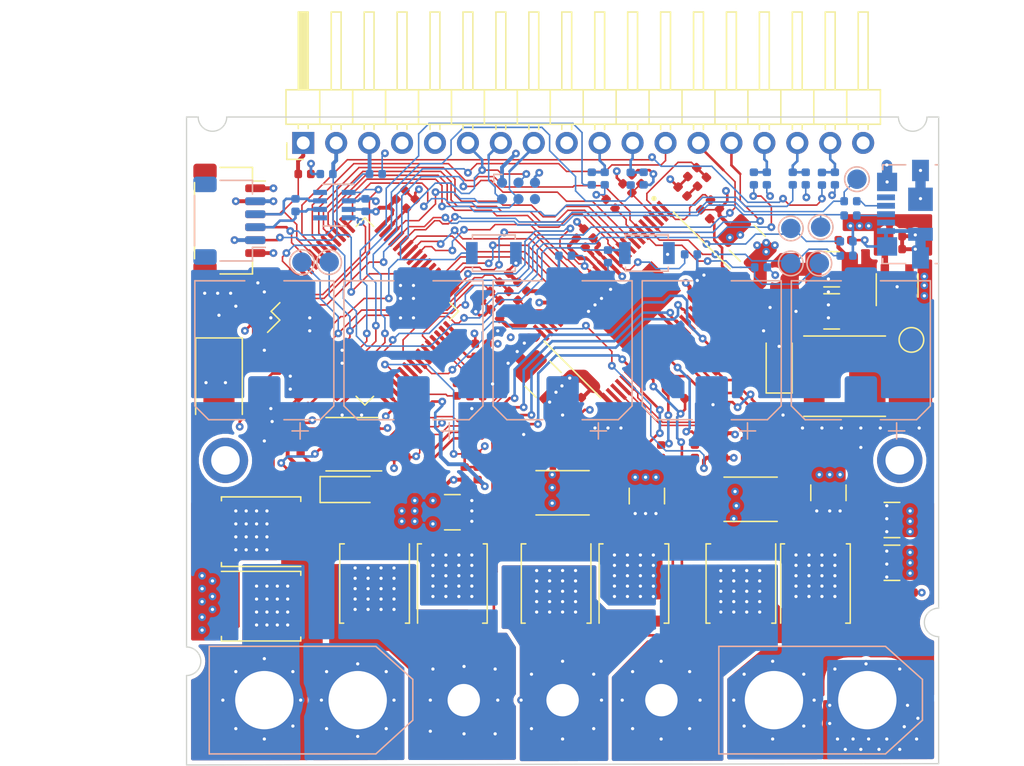
<source format=kicad_pcb>
(kicad_pcb (version 20171130) (host pcbnew 5.1.5-52549c5~84~ubuntu18.04.1)
  (layers (0 F.Cu signal) (1 In1.Cu signal) (2 In2.Cu signal) (31 B.Cu signal) (34 B.Paste user) (35 F.Paste user) (36 B.SilkS user) (37 F.SilkS user) (38 B.Mask user hide) (39 F.Mask user hide) (44 Edge.Cuts user))
  (net 0 "")
  (net 1 GND)
  (net 2 VDC)
  (net 3 "/Microcontroller Interface/VBUS_S")
  (net 4 GVDD)
  (net 5 "Net-(C16-Pad2)")
  (net 6 "Net-(C16-Pad1)")
  (net 7 +5V)
  (net 8 VDD)
  (net 9 "/Microcontroller Interface/AUX_TEMP")
  (net 10 "/Motor Driver/AVDD")
  (net 11 "/Motor Driver/DVDD")
  (net 12 "Net-(C28-Pad2)")
  (net 13 "/Motor Driver/SH_A")
  (net 14 "Net-(C29-Pad2)")
  (net 15 "/Motor Driver/SH_B")
  (net 16 "Net-(C30-Pad2)")
  (net 17 "Net-(C30-Pad1)")
  (net 18 "Net-(C31-Pad2)")
  (net 19 "Net-(C31-Pad1)")
  (net 20 "Net-(C32-Pad2)")
  (net 21 "/Motor Driver/SH_C")
  (net 22 "/Microcontroller Interface/M0_TEMP")
  (net 23 "/Motor Driver/CSENSE_1")
  (net 24 "Net-(C38-Pad1)")
  (net 25 "Net-(C39-Pad1)")
  (net 26 "Net-(C40-Pad2)")
  (net 27 "/Motor Driver/CSENSE_2")
  (net 28 "/Motor Driver/SN2")
  (net 29 "/Motor Driver/SP2")
  (net 30 "/Motor Driver/SN1")
  (net 31 "/Motor Driver/SP1")
  (net 32 "Net-(C54-Pad1)")
  (net 33 "Net-(C55-Pad1)")
  (net 34 "Net-(C56-Pad2)")
  (net 35 "Net-(C57-Pad2)")
  (net 36 "/I/O Interface/ENC_Z")
  (net 37 "/I/O Interface/ENC_B")
  (net 38 "/I/O Interface/ENC_A")
  (net 39 "/I/O Interface/DEBUG_SWCLK")
  (net 40 "/I/O Interface/DEBUG_nRESET")
  (net 41 "/I/O Interface/DEBUG_SWDIO")
  (net 42 "/Motor Driver/SL_C")
  (net 43 "Net-(NT1-Pad1)")
  (net 44 "/Motor Driver/SL_B")
  (net 45 "Net-(NT2-Pad1)")
  (net 46 "Net-(Q1-Pad4)")
  (net 47 "Net-(Q2-Pad4)")
  (net 48 "Net-(Q3-Pad4)")
  (net 49 "Net-(Q4-Pad4)")
  (net 50 "Net-(Q5-Pad4)")
  (net 51 "Net-(Q6-Pad4)")
  (net 52 "Net-(Q7-Pad4)")
  (net 53 "Net-(Q8-Pad4)")
  (net 54 "Net-(R15-Pad1)")
  (net 55 "Net-(R18-Pad1)")
  (net 56 "Net-(R29-Pad1)")
  (net 57 "Net-(R32-Pad1)")
  (net 58 "/Motor Driver/GH_A")
  (net 59 "/Motor Driver/GH_B")
  (net 60 "/Motor Driver/GH_C")
  (net 61 "/Motor Driver/GL_A")
  (net 62 "/Motor Driver/GL_B")
  (net 63 "/Motor Driver/GL_C")
  (net 64 "/Microcontroller Interface/AUX_L")
  (net 65 "/Microcontroller Interface/AUX_H")
  (net 66 "/I/O Interface/CAN_D")
  (net 67 "/I/O Interface/CAN_R")
  (net 68 "/I/O Interface/BOOT0")
  (net 69 "/I/O Interface/GPIO_8")
  (net 70 "/Microcontroller Interface/nFAULT")
  (net 71 "/Microcontroller Interface/SPI_MOSI")
  (net 72 "/Microcontroller Interface/SPI_MISO")
  (net 73 "/Microcontroller Interface/SPI_SCK")
  (net 74 "/I/O Interface/GPIO_7")
  (net 75 "/I/O Interface/USB_DP")
  (net 76 "/I/O Interface/USB_DM")
  (net 77 "/Microcontroller Interface/M0_CH")
  (net 78 "/Microcontroller Interface/M0_BH")
  (net 79 "/Microcontroller Interface/M0_AH")
  (net 80 "/Microcontroller Interface/M0_CL")
  (net 81 "/Microcontroller Interface/M0_BL")
  (net 82 "/Microcontroller Interface/M0_AL")
  (net 83 "/Microcontroller Interface/EN_GATE")
  (net 84 "/I/O Interface/GPIO_6")
  (net 85 "/I/O Interface/GPIO_5")
  (net 86 "/I/O Interface/GPIO_4")
  (net 87 "/I/O Interface/GPIO_3")
  (net 88 "/I/O Interface/GPIO_2")
  (net 89 "/I/O Interface/GPIO_1")
  (net 90 "/Microcontroller Interface/SPI_M0_nCS")
  (net 91 "Net-(C1-Pad1)")
  (net 92 "Net-(C2-Pad1)")
  (net 93 "Net-(C3-Pad1)")
  (net 94 "Net-(C4-Pad1)")
  (net 95 "Net-(C5-Pad1)")
  (net 96 "Net-(J5-Pad2)")
  (net 97 "Net-(J5-Pad3)")
  (net 98 "Net-(R20-Pad1)")
  (net 99 "Net-(R22-Pad1)")
  (net 100 "Net-(R24-Pad1)")
  (net 101 "/Motor Driver/PWRGD")
  (net 102 "/Motor Driver/nOCTW")
  (net 103 "Net-(R31-Pad2)")
  (net 104 "Net-(J3-Pad3)")
  (net 105 "Net-(J3-Pad2)")
  (module libraries:SOP50P810X120-57N (layer F.Cu) (at 134.75 64.5 315)
    (fp_text reference U4)
    (fp_text value DRV8301DCAR)
    (pad 57 smd rect (at 0 0 315) (size 3.235 6.35) (layers F.Cu F.Mask) (net 1 GND))
    (pad 56 smd rect (at 3.72 -6.75 315) (size 1.57 0.28) (layers F.Cu F.Paste F.Mask) (net 26 "Net-(C40-Pad2)"))
    (pad 55 smd rect (at 3.72 -6.25 315) (size 1.57 0.28) (layers F.Cu F.Paste F.Mask))
    (pad 54 smd rect (at 3.72 -5.75 315) (size 1.57 0.28) (layers F.Cu F.Paste F.Mask) (net 2 VDC))
    (pad 53 smd rect (at 3.72 -5.25 315) (size 1.57 0.28) (layers F.Cu F.Paste F.Mask) (net 2 VDC))
    (pad 52 smd rect (at 3.72 -4.75 315) (size 1.57 0.28) (layers F.Cu F.Paste F.Mask) (net 18 "Net-(C31-Pad2)"))
    (pad 51 smd rect (at 3.72 -4.25 315) (size 1.57 0.28) (layers F.Cu F.Paste F.Mask) (net 19 "Net-(C31-Pad1)"))
    (pad 50 smd rect (at 3.72 -3.75 315) (size 1.57 0.28) (layers F.Cu F.Paste F.Mask) (net 19 "Net-(C31-Pad1)"))
    (pad 49 smd rect (at 3.72 -3.25 315) (size 1.57 0.28) (layers F.Cu F.Paste F.Mask) (net 8 VDD))
    (pad 48 smd rect (at 3.72 -2.75 315) (size 1.57 0.28) (layers F.Cu F.Paste F.Mask) (net 12 "Net-(C28-Pad2)"))
    (pad 47 smd rect (at 3.72 -2.25 315) (size 1.57 0.28) (layers F.Cu F.Paste F.Mask) (net 58 "/Motor Driver/GH_A"))
    (pad 46 smd rect (at 3.72 -1.75 315) (size 1.57 0.28) (layers F.Cu F.Paste F.Mask) (net 13 "/Motor Driver/SH_A"))
    (pad 45 smd rect (at 3.72 -1.25 315) (size 1.57 0.28) (layers F.Cu F.Paste F.Mask) (net 61 "/Motor Driver/GL_A"))
    (pad 44 smd rect (at 3.72 -0.75 315) (size 1.57 0.28) (layers F.Cu F.Paste F.Mask) (net 1 GND))
    (pad 43 smd rect (at 3.72 -0.25 315) (size 1.57 0.28) (layers F.Cu F.Paste F.Mask) (net 14 "Net-(C29-Pad2)"))
    (pad 42 smd rect (at 3.72 0.25 315) (size 1.57 0.28) (layers F.Cu F.Paste F.Mask) (net 59 "/Motor Driver/GH_B"))
    (pad 41 smd rect (at 3.72 0.75 315) (size 1.57 0.28) (layers F.Cu F.Paste F.Mask) (net 15 "/Motor Driver/SH_B"))
    (pad 40 smd rect (at 3.72 1.25 315) (size 1.57 0.28) (layers F.Cu F.Paste F.Mask) (net 62 "/Motor Driver/GL_B"))
    (pad 39 smd rect (at 3.72 1.75 315) (size 1.57 0.28) (layers F.Cu F.Paste F.Mask) (net 44 "/Motor Driver/SL_B"))
    (pad 38 smd rect (at 3.72 2.25 315) (size 1.57 0.28) (layers F.Cu F.Paste F.Mask) (net 20 "Net-(C32-Pad2)"))
    (pad 37 smd rect (at 3.72 2.75 315) (size 1.57 0.28) (layers F.Cu F.Paste F.Mask) (net 60 "/Motor Driver/GH_C"))
    (pad 36 smd rect (at 3.72 3.25 315) (size 1.57 0.28) (layers F.Cu F.Paste F.Mask) (net 21 "/Motor Driver/SH_C"))
    (pad 35 smd rect (at 3.72 3.75 315) (size 1.57 0.28) (layers F.Cu F.Paste F.Mask) (net 63 "/Motor Driver/GL_C"))
    (pad 34 smd rect (at 3.72 4.25 315) (size 1.57 0.28) (layers F.Cu F.Paste F.Mask) (net 42 "/Motor Driver/SL_C"))
    (pad 33 smd rect (at 3.72 4.75 315) (size 1.57 0.28) (layers F.Cu F.Paste F.Mask) (net 30 "/Motor Driver/SN1"))
    (pad 32 smd rect (at 3.72 5.25 315) (size 1.57 0.28) (layers F.Cu F.Paste F.Mask) (net 31 "/Motor Driver/SP1"))
    (pad 31 smd rect (at 3.72 5.75 315) (size 1.57 0.28) (layers F.Cu F.Paste F.Mask) (net 28 "/Motor Driver/SN2"))
    (pad 30 smd rect (at 3.72 6.25 315) (size 1.57 0.28) (layers F.Cu F.Paste F.Mask) (net 29 "/Motor Driver/SP2"))
    (pad 29 smd rect (at 3.72 6.75 315) (size 1.57 0.28) (layers F.Cu F.Paste F.Mask) (net 2 VDC))
    (pad 28 smd rect (at -3.72 6.75 315) (size 1.57 0.28) (layers F.Cu F.Paste F.Mask) (net 1 GND))
    (pad 27 smd rect (at -3.72 6.25 315) (size 1.57 0.28) (layers F.Cu F.Paste F.Mask) (net 10 "/Motor Driver/AVDD"))
    (pad 26 smd rect (at -3.72 5.75 315) (size 1.57 0.28) (layers F.Cu F.Paste F.Mask) (net 57 "Net-(R32-Pad1)"))
    (pad 25 smd rect (at -3.72 5.25 315) (size 1.57 0.28) (layers F.Cu F.Paste F.Mask) (net 56 "Net-(R29-Pad1)"))
    (pad 24 smd rect (at -3.72 4.75 315) (size 1.57 0.28) (layers F.Cu F.Paste F.Mask) (net 8 VDD))
    (pad 23 smd rect (at -3.72 4.25 315) (size 1.57 0.28) (layers F.Cu F.Paste F.Mask) (net 11 "/Motor Driver/DVDD"))
    (pad 22 smd rect (at -3.72 3.75 315) (size 1.57 0.28) (layers F.Cu F.Paste F.Mask) (net 80 "/Microcontroller Interface/M0_CL"))
    (pad 21 smd rect (at -3.72 3.25 315) (size 1.57 0.28) (layers F.Cu F.Paste F.Mask) (net 77 "/Microcontroller Interface/M0_CH"))
    (pad 20 smd rect (at -3.72 2.75 315) (size 1.57 0.28) (layers F.Cu F.Paste F.Mask) (net 81 "/Microcontroller Interface/M0_BL"))
    (pad 19 smd rect (at -3.72 2.25 315) (size 1.57 0.28) (layers F.Cu F.Paste F.Mask) (net 78 "/Microcontroller Interface/M0_BH"))
    (pad 18 smd rect (at -3.72 1.75 315) (size 1.57 0.28) (layers F.Cu F.Paste F.Mask) (net 82 "/Microcontroller Interface/M0_AL"))
    (pad 17 smd rect (at -3.72 1.25 315) (size 1.57 0.28) (layers F.Cu F.Paste F.Mask) (net 79 "/Microcontroller Interface/M0_AH"))
    (pad 16 smd rect (at -3.72 0.75 315) (size 1.57 0.28) (layers F.Cu F.Paste F.Mask) (net 83 "/Microcontroller Interface/EN_GATE"))
    (pad 15 smd rect (at -3.72 0.25 315) (size 1.57 0.28) (layers F.Cu F.Paste F.Mask) (net 16 "Net-(C30-Pad2)"))
    (pad 14 smd rect (at -3.72 -0.25 315) (size 1.57 0.28) (layers F.Cu F.Paste F.Mask) (net 17 "Net-(C30-Pad1)"))
    (pad 13 smd rect (at -3.72 -0.75 315) (size 1.57 0.28) (layers F.Cu F.Paste F.Mask) (net 4 GVDD))
    (pad 12 smd rect (at -3.72 -1.25 315) (size 1.57 0.28) (layers F.Cu F.Paste F.Mask) (net 103 "Net-(R31-Pad2)"))
    (pad 11 smd rect (at -3.72 -1.75 315) (size 1.57 0.28) (layers F.Cu F.Paste F.Mask) (net 73 "/Microcontroller Interface/SPI_SCK"))
    (pad 10 smd rect (at -3.72 -2.25 315) (size 1.57 0.28) (layers F.Cu F.Paste F.Mask) (net 72 "/Microcontroller Interface/SPI_MISO"))
    (pad 9 smd rect (at -3.72 -2.75 315) (size 1.57 0.28) (layers F.Cu F.Paste F.Mask) (net 71 "/Microcontroller Interface/SPI_MOSI"))
    (pad 8 smd rect (at -3.72 -3.25 315) (size 1.57 0.28) (layers F.Cu F.Paste F.Mask) (net 90 "/Microcontroller Interface/SPI_M0_nCS"))
    (pad 7 smd rect (at -3.72 -3.75 315) (size 1.57 0.28) (layers F.Cu F.Paste F.Mask) (net 100 "Net-(R24-Pad1)"))
    (pad 6 smd rect (at -3.72 -4.25 315) (size 1.57 0.28) (layers F.Cu F.Paste F.Mask) (net 70 "/Microcontroller Interface/nFAULT"))
    (pad 5 smd rect (at -3.72 -4.75 315) (size 1.57 0.28) (layers F.Cu F.Paste F.Mask) (net 102 "/Motor Driver/nOCTW"))
    (pad 4 smd rect (at -3.72 -5.25 315) (size 1.57 0.28) (layers F.Cu F.Paste F.Mask) (net 101 "/Motor Driver/PWRGD"))
    (pad 3 smd rect (at -3.72 -5.75 315) (size 1.57 0.28) (layers F.Cu F.Paste F.Mask) (net 99 "Net-(R22-Pad1)"))
    (pad 2 smd rect (at -3.72 -6.25 315) (size 1.57 0.28) (layers F.Cu F.Paste F.Mask) (net 24 "Net-(C38-Pad1)"))
    (pad 1 smd rect (at -3.72 -6.75 315) (size 1.57 0.28) (layers F.Cu F.Paste F.Mask) (net 98 "Net-(R20-Pad1)"))
  )
  (module TestPoint:TestPoint_Pad_D1.5mm (layer B.Cu) (at 146.6 58.6)
    (fp_text reference TP4 hide)
    (fp_text value TestPoint hide)
    (pad 1 smd circle (at 0 0) (size 1.5 1.5) (layers B.Cu B.Mask) (net 101 "/Motor Driver/PWRGD"))
  )
  (module Connector_JST:JST_SH_SM04B-SRSS-TB_1x04-1MP_P1.00mm_Horizontal (layer B.Cu) (at 103.3 58 90)
    (fp_text reference J3 hide)
    (fp_text value "SM04B-SRSS-TB(LF)(SN)")
    (pad MP smd roundrect (at 2.8 -1.875 90) (size 1.2 1.8) (layers B.Cu B.Paste B.Mask) (roundrect_rratio 0.208333))
    (pad MP smd roundrect (at -2.8 -1.875 90) (size 1.2 1.8) (layers B.Cu B.Paste B.Mask) (roundrect_rratio 0.208333))
    (pad 4 smd roundrect (at 1.5 2 90) (size 0.6 1.55) (layers B.Cu B.Paste B.Mask) (net 1 GND))
    (pad 3 smd roundrect (at 0.5 2 90) (size 0.6 1.55) (layers B.Cu B.Paste B.Mask) (net 104 "Net-(J3-Pad3)"))
    (pad 2 smd roundrect (at -0.5 2 90) (size 0.6 1.55) (layers B.Cu B.Paste B.Mask) (net 105 "Net-(J3-Pad2)"))
    (pad 1 smd roundrect (at -1.5 2 90) (size 0.6 1.55) (layers B.Cu B.Paste B.Mask) (net 8 VDD))
  )
  (module Connector_JST:JST_SH_SM06B-SRSS-TB_1x06-1MP_P1.00mm_Horizontal (layer F.Cu) (at 103.3 58 270)
    (fp_text reference J1 hide)
    (fp_text value "SM06B-SRSS-TB(LF)(SN)")
    (pad MP smd roundrect (at 3.8 1.875 270) (size 1.2 1.8) (layers F.Cu F.Paste F.Mask) (roundrect_rratio 0.208333))
    (pad MP smd roundrect (at -3.8 1.875 270) (size 1.2 1.8) (layers F.Cu F.Paste F.Mask) (roundrect_rratio 0.208333))
    (pad 6 smd roundrect (at 2.5 -2 270) (size 0.6 1.55) (layers F.Cu F.Paste F.Mask) (net 1 GND))
    (pad 5 smd roundrect (at 1.5 -2 270) (size 0.6 1.55) (layers F.Cu F.Paste F.Mask) (net 36 "/I/O Interface/ENC_Z"))
    (pad 4 smd roundrect (at 0.5 -2 270) (size 0.6 1.55) (layers F.Cu F.Paste F.Mask) (net 37 "/I/O Interface/ENC_B"))
    (pad 3 smd roundrect (at -0.5 -2 270) (size 0.6 1.55) (layers F.Cu F.Paste F.Mask) (net 38 "/I/O Interface/ENC_A"))
    (pad 2 smd roundrect (at -1.5 -2 270) (size 0.6 1.55) (layers F.Cu F.Paste F.Mask) (net 7 +5V))
    (pad 1 smd roundrect (at -2.5 -2 270) (size 0.6 1.55) (layers F.Cu F.Paste F.Mask) (net 8 VDD))
  )
  (module bldc_motor_cntroller:heatsink14x14x6 (layer B.Cu) (at 123.8 89.7)
    (fp_text reference HS3 hide)
    (fp_text value Heatsink hide)
  )
  (module bldc_motor_cntroller:heatsink14x14x6 (layer B.Cu) (at 109.2 89.7)
    (fp_text reference HS2 hide)
    (fp_text value Heatsink hide)
  )
  (module bldc_motor_cntroller:heatsink14x14x6 (layer B.Cu) (at 138.6 89.7)
    (fp_text reference HS1 hide)
    (fp_text value Heatsink hide)
  )
  (module Connector_USB:USB_Micro-B_Molex_47346-0001 (layer B.Cu) (at 155.4 57.5 270)
    (fp_text reference J5 hide)
    (fp_text value 0473460001)
    (pad 6 smd rect (at 1.55 -1.2 270) (size 1 1.9) (layers B.Cu B.Paste B.Mask) (net 1 GND))
    (pad 6 smd rect (at -1.15 -1.2 270) (size 1.8 1.9) (layers B.Cu B.Paste B.Mask) (net 1 GND))
    (pad 6 smd rect (at 3.375 -1.2 270) (size 1.65 1.3) (layers B.Cu B.Paste B.Mask) (net 1 GND))
    (pad 6 smd rect (at -3.375 -1.2 270) (size 1.65 1.3) (layers B.Cu B.Paste B.Mask) (net 1 GND))
    (pad 6 smd rect (at 2.4875 1.375 270) (size 1.425 1.55) (layers B.Cu B.Paste B.Mask) (net 1 GND))
    (pad 6 smd rect (at -2.4875 1.375 270) (size 1.425 1.55) (layers B.Cu B.Paste B.Mask) (net 1 GND))
    (pad 5 smd rect (at 1.3 1.46 270) (size 0.45 1.38) (layers B.Cu B.Paste B.Mask) (net 1 GND))
    (pad 4 smd rect (at 0.65 1.46 270) (size 0.45 1.38) (layers B.Cu B.Paste B.Mask))
    (pad 3 smd rect (at 0 1.46 270) (size 0.45 1.38) (layers B.Cu B.Paste B.Mask) (net 97 "Net-(J5-Pad3)"))
    (pad 2 smd rect (at -0.65 1.46 270) (size 0.45 1.38) (layers B.Cu B.Paste B.Mask) (net 96 "Net-(J5-Pad2)"))
    (pad 1 smd rect (at -1.3 1.46 270) (size 0.45 1.38) (layers B.Cu B.Paste B.Mask))
  )
  (module MountingHole:MountingHole_2.2mm_M2_ISO7380_Pad (layer F.Cu) (at 103 76.5)
    (fp_text reference H2 hide)
    (fp_text value MountingHole_Pad hide)
    (pad 1 thru_hole circle (at 0 0) (size 3.5 3.5) (drill 2.2) (layers *.Cu *.Mask))
  )
  (module MountingHole:MountingHole_2.2mm_M2_ISO7380_Pad (layer F.Cu) (at 155 76.5)
    (fp_text reference H1 hide)
    (fp_text value MountingHole_Pad hide)
    (pad 1 thru_hole circle (at 0 0) (size 3.5 3.5) (drill 2.2) (layers *.Cu *.Mask))
  )
  (module Capacitor_SMD:CP_Elec_10x14.3 (layer B.Cu) (at 106 68 90)
    (fp_text reference C58 hide)
    (fp_text value "150uF 63V poly")
    (pad 2 smd roundrect (at 4.2 0 90) (size 4.4 2.5) (layers B.Cu B.Paste B.Mask) (roundrect_rratio 0.1) (net 1 GND))
    (pad 1 smd roundrect (at -4.2 0 90) (size 4.4 2.5) (layers B.Cu B.Paste B.Mask) (roundrect_rratio 0.1) (net 2 VDC))
  )
  (module Connector_Wire:SolderWirePad_1x03_P7.62mm_Drill2.5mm (layer B.Cu) (at 121.38 95)
    (fp_text reference J10 hide)
    (fp_text value "MR30PW-M 15A (30A)")
    (pad 3 thru_hole circle (at 15.24 0) (size 5.99948 5.99948) (drill 2.49936) (layers *.Cu *.Mask) (net 15 "/Motor Driver/SH_B"))
    (pad 2 thru_hole circle (at 7.62 0) (size 5.99948 5.99948) (drill 2.49936) (layers *.Cu *.Mask) (net 21 "/Motor Driver/SH_C"))
    (pad 1 thru_hole rect (at 0 0) (size 5.99948 5.99948) (drill 2.49936) (layers *.Cu *.Mask) (net 13 "/Motor Driver/SH_A"))
  )
  (module Connector_PinHeader_2.54mm:PinHeader_1x18_P2.54mm_Horizontal (layer F.Cu) (at 109 52 90)
    (fp_text reference J2 hide)
    (fp_text value Conn_01x18 hide)
    (pad 18 thru_hole oval (at 0 43.18 90) (size 1.7 1.7) (drill 1) (layers *.Cu *.Mask) (net 1 GND))
    (pad 17 thru_hole oval (at 0 40.64 90) (size 1.7 1.7) (drill 1) (layers *.Cu *.Mask) (net 95 "Net-(C5-Pad1)"))
    (pad 16 thru_hole oval (at 0 38.1 90) (size 1.7 1.7) (drill 1) (layers *.Cu *.Mask) (net 94 "Net-(C4-Pad1)"))
    (pad 15 thru_hole oval (at 0 35.56 90) (size 1.7 1.7) (drill 1) (layers *.Cu *.Mask) (net 93 "Net-(C3-Pad1)"))
    (pad 14 thru_hole oval (at 0 33.02 90) (size 1.7 1.7) (drill 1) (layers *.Cu *.Mask) (net 85 "/I/O Interface/GPIO_5"))
    (pad 13 thru_hole oval (at 0 30.48 90) (size 1.7 1.7) (drill 1) (layers *.Cu *.Mask) (net 86 "/I/O Interface/GPIO_4"))
    (pad 12 thru_hole oval (at 0 27.94 90) (size 1.7 1.7) (drill 1) (layers *.Cu *.Mask) (net 87 "/I/O Interface/GPIO_3"))
    (pad 11 thru_hole oval (at 0 25.4 90) (size 1.7 1.7) (drill 1) (layers *.Cu *.Mask) (net 92 "Net-(C2-Pad1)"))
    (pad 10 thru_hole oval (at 0 22.86 90) (size 1.7 1.7) (drill 1) (layers *.Cu *.Mask) (net 91 "Net-(C1-Pad1)"))
    (pad 9 thru_hole oval (at 0 20.32 90) (size 1.7 1.7) (drill 1) (layers *.Cu *.Mask) (net 8 VDD))
    (pad 8 thru_hole oval (at 0 17.78 90) (size 1.7 1.7) (drill 1) (layers *.Cu *.Mask) (net 39 "/I/O Interface/DEBUG_SWCLK"))
    (pad 7 thru_hole oval (at 0 15.24 90) (size 1.7 1.7) (drill 1) (layers *.Cu *.Mask) (net 41 "/I/O Interface/DEBUG_SWDIO"))
    (pad 6 thru_hole oval (at 0 12.7 90) (size 1.7 1.7) (drill 1) (layers *.Cu *.Mask) (net 40 "/I/O Interface/DEBUG_nRESET"))
    (pad 5 thru_hole oval (at 0 10.16 90) (size 1.7 1.7) (drill 1) (layers *.Cu *.Mask) (net 1 GND))
    (pad 4 thru_hole oval (at 0 7.62 90) (size 1.7 1.7) (drill 1) (layers *.Cu *.Mask) (net 7 +5V))
    (pad 3 thru_hole oval (at 0 5.08 90) (size 1.7 1.7) (drill 1) (layers *.Cu *.Mask) (net 36 "/I/O Interface/ENC_Z"))
    (pad 2 thru_hole oval (at 0 2.54 90) (size 1.7 1.7) (drill 1) (layers *.Cu *.Mask) (net 37 "/I/O Interface/ENC_B"))
    (pad 1 thru_hole rect (at 0 0 90) (size 1.7 1.7) (drill 1) (layers *.Cu *.Mask) (net 38 "/I/O Interface/ENC_A"))
  )
  (module Diode_SMD:D_SOD-123F (layer F.Cu) (at 145.7 69.1 90)
    (fp_text reference D2 hide)
    (fp_text value "100V 2A SMB")
    (pad 2 smd rect (at 1.4 0 90) (size 1.1 1.1) (layers F.Cu F.Paste F.Mask) (net 1 GND))
    (pad 1 smd rect (at -1.4 0 90) (size 1.1 1.1) (layers F.Cu F.Paste F.Mask) (net 19 "Net-(C31-Pad1)"))
  )
  (module Inductor_SMD:L_Taiyo-Yuden_NR-60xx (layer F.Cu) (at 150.75 70)
    (fp_text reference L1 hide)
    (fp_text value "33uH 1.4A")
    (pad 2 smd rect (at 2.35 0) (size 1.6 5.9) (layers F.Cu F.Paste F.Mask) (net 7 +5V))
    (pad 1 smd rect (at -2.35 0) (size 1.6 5.9) (layers F.Cu F.Paste F.Mask) (net 19 "Net-(C31-Pad1)"))
  )
  (module Package_TO_SOT_SMD:SOT-23-8 (layer B.Cu) (at 111.4 56.8 180)
    (fp_text reference U1 hide)
    (fp_text value TCAN332GDCNT)
    (pad 8 smd rect (at 1.1 0.98 180) (size 1.06 0.4) (layers B.Cu B.Paste B.Mask))
    (pad 7 smd rect (at 1.1 0.33 180) (size 1.06 0.4) (layers B.Cu B.Paste B.Mask) (net 104 "Net-(J3-Pad3)"))
    (pad 6 smd rect (at 1.1 -0.33 180) (size 1.06 0.4) (layers B.Cu B.Paste B.Mask) (net 105 "Net-(J3-Pad2)"))
    (pad 5 smd rect (at 1.1 -0.98 180) (size 1.06 0.4) (layers B.Cu B.Paste B.Mask))
    (pad 4 smd rect (at -1.1 -0.98 180) (size 1.06 0.4) (layers B.Cu B.Paste B.Mask) (net 67 "/I/O Interface/CAN_R"))
    (pad 3 smd rect (at -1.1 -0.33 180) (size 1.06 0.4) (layers B.Cu B.Paste B.Mask) (net 8 VDD))
    (pad 2 smd rect (at -1.1 0.33 180) (size 1.06 0.4) (layers B.Cu B.Paste B.Mask) (net 1 GND))
    (pad 1 smd rect (at -1.1 0.98 180) (size 1.06 0.4) (layers B.Cu B.Paste B.Mask) (net 66 "/I/O Interface/CAN_D"))
  )
  (module TestPoint:TestPoint_Pad_D1.5mm (layer B.Cu) (at 111 61.2)
    (fp_text reference TP9 hide)
    (fp_text value TestPoint hide)
    (pad 1 smd circle (at 0 0) (size 1.5 1.5) (layers B.Cu B.Mask) (net 27 "/Motor Driver/CSENSE_2"))
  )
  (module TestPoint:TestPoint_Pad_D1.5mm (layer B.Cu) (at 108.9 61.2)
    (fp_text reference TP8 hide)
    (fp_text value TestPoint hide)
    (pad 1 smd circle (at 0 0) (size 1.5 1.5) (layers B.Cu B.Mask) (net 23 "/Motor Driver/CSENSE_1"))
  )
  (module TestPoint:TestPoint_Pad_D1.5mm (layer F.Cu) (at 155.9 67.2)
    (fp_text reference TP7 hide)
    (fp_text value TestPoint hide)
    (pad 1 smd circle (at 0 0) (size 1.5 1.5) (layers F.Cu F.Mask) (net 7 +5V))
  )
  (module TestPoint:TestPoint_Pad_D1.5mm (layer B.Cu) (at 146.6 61.3)
    (fp_text reference TP6 hide)
    (fp_text value TestPoint hide)
    (pad 1 smd circle (at 0 0) (size 1.5 1.5) (layers B.Cu B.Mask) (net 102 "/Motor Driver/nOCTW"))
  )
  (module TestPoint:TestPoint_Pad_D1.5mm (layer B.Cu) (at 148.8 61.3)
    (fp_text reference TP5 hide)
    (fp_text value TestPoint hide)
    (pad 1 smd circle (at 0 0) (size 1.5 1.5) (layers B.Cu B.Mask) (net 70 "/Microcontroller Interface/nFAULT"))
  )
  (module TestPoint:TestPoint_Pad_D1.5mm (layer B.Cu) (at 151.7 54.8)
    (fp_text reference TP3 hide)
    (fp_text value TestPoint hide)
    (pad 1 smd circle (at 0 0) (size 1.5 1.5) (layers B.Cu B.Mask) (net 76 "/I/O Interface/USB_DM"))
  )
  (module TestPoint:TestPoint_Pad_D1.5mm (layer B.Cu) (at 148.9 58.5)
    (fp_text reference TP2 hide)
    (fp_text value TestPoint hide)
    (pad 1 smd circle (at 0 0) (size 1.5 1.5) (layers B.Cu B.Mask) (net 75 "/I/O Interface/USB_DP"))
  )
  (module Button_Switch_SMD:SW_SPST_B3U-1000P (layer B.Cu) (at 123.7 60.5 180)
    (fp_text reference SW2 hide)
    (fp_text value B3U-1000P-B)
    (pad 2 smd rect (at 1.7 0 180) (size 0.9 1.7) (layers B.Cu B.Paste B.Mask) (net 40 "/I/O Interface/DEBUG_nRESET"))
    (pad 1 smd rect (at -1.7 0 180) (size 0.9 1.7) (layers B.Cu B.Paste B.Mask) (net 1 GND))
  )
  (module Button_Switch_SMD:SW_SPST_B3U-1000P (layer B.Cu) (at 135.5 60.5 180)
    (fp_text reference SW1 hide)
    (fp_text value B3U-1000P-B)
    (pad 2 smd rect (at 1.7 0 180) (size 0.9 1.7) (layers B.Cu B.Paste B.Mask) (net 68 "/I/O Interface/BOOT0"))
    (pad 1 smd rect (at -1.7 0 180) (size 0.9 1.7) (layers B.Cu B.Paste B.Mask) (net 8 VDD))
  )
  (module Resistor_SMD:R_0402_1005Metric (layer F.Cu) (at 125 83.4 270)
    (fp_text reference R38 hide)
    (fp_text value 2R2)
    (pad 2 smd roundrect (at 0.485 0 270) (size 0.59 0.64) (layers F.Cu F.Paste F.Mask) (net 53 "Net-(Q8-Pad4)"))
    (pad 1 smd roundrect (at -0.485 0 270) (size 0.59 0.64) (layers F.Cu F.Paste F.Mask) (net 63 "/Motor Driver/GL_C"))
  )
  (module Resistor_SMD:R_0402_1005Metric (layer F.Cu) (at 139.2 75.8 270)
    (fp_text reference R37 hide)
    (fp_text value 2R2)
    (pad 2 smd roundrect (at 0.485 0 270) (size 0.59 0.64) (layers F.Cu F.Paste F.Mask) (net 52 "Net-(Q7-Pad4)"))
    (pad 1 smd roundrect (at -0.485 0 270) (size 0.59 0.64) (layers F.Cu F.Paste F.Mask) (net 62 "/Motor Driver/GL_B"))
  )
  (module Resistor_SMD:R_0402_1005Metric (layer F.Cu) (at 113 81.8 180)
    (fp_text reference R36 hide)
    (fp_text value 2R2)
    (pad 2 smd roundrect (at 0.485 0 180) (size 0.59 0.64) (layers F.Cu F.Paste F.Mask) (net 51 "Net-(Q6-Pad4)"))
    (pad 1 smd roundrect (at -0.485 0 180) (size 0.59 0.64) (layers F.Cu F.Paste F.Mask) (net 61 "/Motor Driver/GL_A"))
  )
  (module Resistor_SMD:R_0402_1005Metric (layer F.Cu) (at 136.6 75.8 270)
    (fp_text reference R35 hide)
    (fp_text value 2R2)
    (pad 2 smd roundrect (at 0.485 0 270) (size 0.59 0.64) (layers F.Cu F.Paste F.Mask) (net 50 "Net-(Q5-Pad4)"))
    (pad 1 smd roundrect (at -0.485 0 270) (size 0.59 0.64) (layers F.Cu F.Paste F.Mask) (net 60 "/Motor Driver/GH_C"))
  )
  (module Resistor_SMD:R_0402_1005Metric (layer F.Cu) (at 152 88.5 270)
    (fp_text reference R34 hide)
    (fp_text value 2R2)
    (pad 2 smd roundrect (at 0.485 0 270) (size 0.59 0.64) (layers F.Cu F.Paste F.Mask) (net 49 "Net-(Q4-Pad4)"))
    (pad 1 smd roundrect (at -0.485 0 270) (size 0.59 0.64) (layers F.Cu F.Paste F.Mask) (net 59 "/Motor Driver/GH_B"))
  )
  (module Resistor_SMD:R_0402_1005Metric (layer F.Cu) (at 123.9 83.4 270)
    (fp_text reference R33 hide)
    (fp_text value 2R2)
    (pad 2 smd roundrect (at 0.485 0 270) (size 0.59 0.64) (layers F.Cu F.Paste F.Mask) (net 48 "Net-(Q3-Pad4)"))
    (pad 1 smd roundrect (at -0.485 0 270) (size 0.59 0.64) (layers F.Cu F.Paste F.Mask) (net 58 "/Motor Driver/GH_A"))
  )
  (module Resistor_SMD:R_0402_1005Metric (layer F.Cu) (at 124.5 64.5 135)
    (fp_text reference R32 hide)
    (fp_text value "22R 1%")
    (pad 2 smd roundrect (at 0.485 0 135) (size 0.59 0.64) (layers F.Cu F.Paste F.Mask) (net 27 "/Motor Driver/CSENSE_2"))
    (pad 1 smd roundrect (at -0.485 0 135) (size 0.59 0.64) (layers F.Cu F.Paste F.Mask) (net 57 "Net-(R32-Pad1)"))
  )
  (module Resistor_SMD:R_0402_1005Metric (layer B.Cu) (at 138.9 60.6 180)
    (fp_text reference R31 hide)
    (fp_text value 3.3k)
    (pad 2 smd roundrect (at 0.485 0 180) (size 0.59 0.64) (layers B.Cu B.Paste B.Mask) (net 103 "Net-(R31-Pad2)"))
    (pad 1 smd roundrect (at -0.485 0 180) (size 0.59 0.64) (layers B.Cu B.Paste B.Mask) (net 1 GND))
  )
  (module Resistor_SMD:R_0402_1005Metric (layer F.Cu) (at 139.75 55 225)
    (fp_text reference R30 hide)
    (fp_text value "47k 1%")
    (pad 2 smd roundrect (at 0.485 0 225) (size 0.59 0.64) (layers F.Cu F.Paste F.Mask) (net 25 "Net-(C39-Pad1)"))
    (pad 1 smd roundrect (at -0.485 0 225) (size 0.59 0.64) (layers F.Cu F.Paste F.Mask) (net 24 "Net-(C38-Pad1)"))
  )
  (module Resistor_SMD:R_0402_1005Metric (layer F.Cu) (at 125.2 63.8 135)
    (fp_text reference R29 hide)
    (fp_text value "22R 1%")
    (pad 2 smd roundrect (at 0.485 0 135) (size 0.59 0.64) (layers F.Cu F.Paste F.Mask) (net 23 "/Motor Driver/CSENSE_1"))
    (pad 1 smd roundrect (at -0.485 0 135) (size 0.59 0.64) (layers F.Cu F.Paste F.Mask) (net 56 "Net-(R29-Pad1)"))
  )
  (module Resistor_SMD:R_0402_1005Metric (layer F.Cu) (at 141 74.4 180)
    (fp_text reference R28 hide)
    (fp_text value 3.3k)
    (pad 2 smd roundrect (at 0.485 0 180) (size 0.59 0.64) (layers F.Cu F.Paste F.Mask) (net 22 "/Microcontroller Interface/M0_TEMP"))
    (pad 1 smd roundrect (at -0.485 0 180) (size 0.59 0.64) (layers F.Cu F.Paste F.Mask) (net 1 GND))
  )
  (module Resistor_SMD:R_0402_1005Metric (layer B.Cu) (at 150.9 60.7)
    (fp_text reference R27 hide)
    (fp_text value 10k)
    (pad 2 smd roundrect (at 0.485 0) (size 0.59 0.64) (layers B.Cu B.Paste B.Mask) (net 8 VDD))
    (pad 1 smd roundrect (at -0.485 0) (size 0.59 0.64) (layers B.Cu B.Paste B.Mask) (net 102 "/Motor Driver/nOCTW"))
  )
  (module Resistor_SMD:R_0402_1005Metric (layer B.Cu) (at 144.3 61.6)
    (fp_text reference R26 hide)
    (fp_text value 10k)
    (pad 2 smd roundrect (at 0.485 0) (size 0.59 0.64) (layers B.Cu B.Paste B.Mask) (net 8 VDD))
    (pad 1 smd roundrect (at -0.485 0) (size 0.59 0.64) (layers B.Cu B.Paste B.Mask) (net 70 "/Microcontroller Interface/nFAULT"))
  )
  (module Resistor_SMD:R_0402_1005Metric (layer B.Cu) (at 150.9 59.6)
    (fp_text reference R25 hide)
    (fp_text value 10k)
    (pad 2 smd roundrect (at 0.485 0) (size 0.59 0.64) (layers B.Cu B.Paste B.Mask) (net 8 VDD))
    (pad 1 smd roundrect (at -0.485 0) (size 0.59 0.64) (layers B.Cu B.Paste B.Mask) (net 101 "/Motor Driver/PWRGD"))
  )
  (module Resistor_SMD:R_0402_1005Metric (layer F.Cu) (at 132.7 56.7 135)
    (fp_text reference R24 hide)
    (fp_text value 18k)
    (pad 2 smd roundrect (at 0.485 0 135) (size 0.59 0.64) (layers F.Cu F.Paste F.Mask) (net 1 GND))
    (pad 1 smd roundrect (at -0.485 0 135) (size 0.59 0.64) (layers F.Cu F.Paste F.Mask) (net 100 "Net-(R24-Pad1)"))
  )
  (module Resistor_SMD:R_0402_1005Metric (layer F.Cu) (at 134.7 54.8 315)
    (fp_text reference R23 hide)
    (fp_text value 3.3k)
    (pad 2 smd roundrect (at 0.485 0 315) (size 0.59 0.64) (layers F.Cu F.Paste F.Mask) (net 99 "Net-(R22-Pad1)"))
    (pad 1 smd roundrect (at -0.485 0 315) (size 0.59 0.64) (layers F.Cu F.Paste F.Mask) (net 1 GND))
  )
  (module Resistor_SMD:R_0402_1005Metric (layer F.Cu) (at 134 55.5 135)
    (fp_text reference R22 hide)
    (fp_text value 18k)
    (pad 2 smd roundrect (at 0.485 0 135) (size 0.59 0.64) (layers F.Cu F.Paste F.Mask) (net 7 +5V))
    (pad 1 smd roundrect (at -0.485 0 135) (size 0.59 0.64) (layers F.Cu F.Paste F.Mask) (net 99 "Net-(R22-Pad1)"))
  )
  (module Resistor_SMD:R_0402_1005Metric (layer B.Cu) (at 129.2 60.7)
    (fp_text reference R21 hide)
    (fp_text value 1k)
    (pad 2 smd roundrect (at 0.485 0) (size 0.59 0.64) (layers B.Cu B.Paste B.Mask) (net 83 "/Microcontroller Interface/EN_GATE"))
    (pad 1 smd roundrect (at -0.485 0) (size 0.59 0.64) (layers B.Cu B.Paste B.Mask) (net 1 GND))
  )
  (module Resistor_SMD:R_0402_1005Metric (layer F.Cu) (at 140.75 56.75 315)
    (fp_text reference R20 hide)
    (fp_text value "220k 1%")
    (pad 2 smd roundrect (at 0.485 0 315) (size 0.59 0.64) (layers F.Cu F.Paste F.Mask) (net 1 GND))
    (pad 1 smd roundrect (at -0.485 0 315) (size 0.59 0.64) (layers F.Cu F.Paste F.Mask) (net 98 "Net-(R20-Pad1)"))
  )
  (module Resistor_SMD:R_0402_1005Metric (layer F.Cu) (at 121.95 76 180)
    (fp_text reference R19 hide)
    (fp_text value 3.3k)
    (pad 2 smd roundrect (at 0.485 0 180) (size 0.59 0.64) (layers F.Cu F.Paste F.Mask) (net 9 "/Microcontroller Interface/AUX_TEMP"))
    (pad 1 smd roundrect (at -0.485 0 180) (size 0.59 0.64) (layers F.Cu F.Paste F.Mask) (net 1 GND))
  )
  (module Resistor_SMD:R_0402_1005Metric (layer F.Cu) (at 106.7 78.1 270)
    (fp_text reference R18 hide)
    (fp_text value 2R2)
    (pad 2 smd roundrect (at 0.485 0 270) (size 0.59 0.64) (layers F.Cu F.Paste F.Mask) (net 47 "Net-(Q2-Pad4)"))
    (pad 1 smd roundrect (at -0.485 0 270) (size 0.59 0.64) (layers F.Cu F.Paste F.Mask) (net 55 "Net-(R18-Pad1)"))
  )
  (module Resistor_SMD:R_0402_1005Metric (layer F.Cu) (at 117.5 75.2 180)
    (fp_text reference R17 hide)
    (fp_text value 3.3k)
    (pad 2 smd roundrect (at 0.485 0 180) (size 0.59 0.64) (layers F.Cu F.Paste F.Mask) (net 65 "/Microcontroller Interface/AUX_H"))
    (pad 1 smd roundrect (at -0.485 0 180) (size 0.59 0.64) (layers F.Cu F.Paste F.Mask) (net 1 GND))
  )
  (module Resistor_SMD:R_0402_1005Metric (layer F.Cu) (at 117.5 73.9 180)
    (fp_text reference R16 hide)
    (fp_text value 3.3k)
    (pad 2 smd roundrect (at 0.485 0 180) (size 0.59 0.64) (layers F.Cu F.Paste F.Mask) (net 64 "/Microcontroller Interface/AUX_L"))
    (pad 1 smd roundrect (at -0.485 0 180) (size 0.59 0.64) (layers F.Cu F.Paste F.Mask) (net 1 GND))
  )
  (module Resistor_SMD:R_0402_1005Metric (layer F.Cu) (at 107.7 78.1 270)
    (fp_text reference R15 hide)
    (fp_text value 2R2)
    (pad 2 smd roundrect (at 0.485 0 270) (size 0.59 0.64) (layers F.Cu F.Paste F.Mask) (net 46 "Net-(Q1-Pad4)"))
    (pad 1 smd roundrect (at -0.485 0 270) (size 0.59 0.64) (layers F.Cu F.Paste F.Mask) (net 54 "Net-(R15-Pad1)"))
  )
  (module Resistor_SMD:R_0402_1005Metric (layer B.Cu) (at 108.4 56.8 90)
    (fp_text reference R12 hide)
    (fp_text value 120R)
    (pad 2 smd roundrect (at 0.485 0 90) (size 0.59 0.64) (layers B.Cu B.Paste B.Mask) (net 104 "Net-(J3-Pad3)"))
    (pad 1 smd roundrect (at -0.485 0 90) (size 0.59 0.64) (layers B.Cu B.Paste B.Mask) (net 105 "Net-(J3-Pad2)"))
  )
  (module Resistor_SMD:R_0402_1005Metric (layer B.Cu) (at 132.5 60.75 90)
    (fp_text reference R11 hide)
    (fp_text value 10k)
    (pad 2 smd roundrect (at 0.485 0 90) (size 0.59 0.64) (layers B.Cu B.Paste B.Mask) (net 68 "/I/O Interface/BOOT0"))
    (pad 1 smd roundrect (at -0.485 0 90) (size 0.59 0.64) (layers B.Cu B.Paste B.Mask) (net 1 GND))
  )
  (module Resistor_SMD:R_0402_1005Metric (layer B.Cu) (at 151.2 56.5)
    (fp_text reference R10 hide)
    (fp_text value 22R)
    (pad 2 smd roundrect (at 0.485 0) (size 0.59 0.64) (layers B.Cu B.Paste B.Mask) (net 96 "Net-(J5-Pad2)"))
    (pad 1 smd roundrect (at -0.485 0) (size 0.59 0.64) (layers B.Cu B.Paste B.Mask) (net 76 "/I/O Interface/USB_DM"))
  )
  (module Resistor_SMD:R_0402_1005Metric (layer B.Cu) (at 151.2 57.6)
    (fp_text reference R9 hide)
    (fp_text value 22R)
    (pad 2 smd roundrect (at 0.485 0) (size 0.59 0.64) (layers B.Cu B.Paste B.Mask) (net 97 "Net-(J5-Pad3)"))
    (pad 1 smd roundrect (at -0.485 0) (size 0.59 0.64) (layers B.Cu B.Paste B.Mask) (net 75 "/I/O Interface/USB_DP"))
  )
  (module Resistor_SMD:R_0402_1005Metric (layer B.Cu) (at 149 54.765 270)
    (fp_text reference R8 hide)
    (fp_text value 0R)
    (pad 2 smd roundrect (at 0.485 0 270) (size 0.59 0.64) (layers B.Cu B.Paste B.Mask) (net 69 "/I/O Interface/GPIO_8"))
    (pad 1 smd roundrect (at -0.485 0 270) (size 0.59 0.64) (layers B.Cu B.Paste B.Mask) (net 95 "Net-(C5-Pad1)"))
  )
  (module Resistor_SMD:R_0402_1005Metric (layer B.Cu) (at 146.75 54.75 270)
    (fp_text reference R7 hide)
    (fp_text value 0R)
    (pad 2 smd roundrect (at 0.485 0 270) (size 0.59 0.64) (layers B.Cu B.Paste B.Mask) (net 74 "/I/O Interface/GPIO_7"))
    (pad 1 smd roundrect (at -0.485 0 270) (size 0.59 0.64) (layers B.Cu B.Paste B.Mask) (net 94 "Net-(C4-Pad1)"))
  )
  (module Resistor_SMD:R_0402_1005Metric (layer B.Cu) (at 143.75 54.75 270)
    (fp_text reference R6 hide)
    (fp_text value 0R)
    (pad 2 smd roundrect (at 0.485 0 270) (size 0.59 0.64) (layers B.Cu B.Paste B.Mask) (net 84 "/I/O Interface/GPIO_6"))
    (pad 1 smd roundrect (at -0.485 0 270) (size 0.59 0.64) (layers B.Cu B.Paste B.Mask) (net 93 "Net-(C3-Pad1)"))
  )
  (module Resistor_SMD:R_0402_1005Metric (layer B.Cu) (at 134.25 54.765 270)
    (fp_text reference R2 hide)
    (fp_text value 0R)
    (pad 2 smd roundrect (at 0.485 0 270) (size 0.59 0.64) (layers B.Cu B.Paste B.Mask) (net 88 "/I/O Interface/GPIO_2"))
    (pad 1 smd roundrect (at -0.485 0 270) (size 0.59 0.64) (layers B.Cu B.Paste B.Mask) (net 92 "Net-(C2-Pad1)"))
  )
  (module Resistor_SMD:R_0402_1005Metric (layer B.Cu) (at 131.25 54.75 270)
    (fp_text reference R1 hide)
    (fp_text value 0R)
    (pad 2 smd roundrect (at 0.485 0 270) (size 0.59 0.64) (layers B.Cu B.Paste B.Mask) (net 89 "/I/O Interface/GPIO_1"))
    (pad 1 smd roundrect (at -0.485 0 270) (size 0.59 0.64) (layers B.Cu B.Paste B.Mask) (net 91 "Net-(C1-Pad1)"))
  )
  (module Capacitor_SMD:C_0402_1005Metric (layer F.Cu) (at 108.25 72.75 135)
    (fp_text reference C53 hide)
    (fp_text value 1uF)
    (pad 2 smd roundrect (at 0.485 0 135) (size 0.59 0.64) (layers F.Cu F.Paste F.Mask) (net 1 GND))
    (pad 1 smd roundrect (at -0.485 0 135) (size 0.59 0.64) (layers F.Cu F.Paste F.Mask) (net 8 VDD))
  )
  (module Capacitor_SMD:C_0402_1005Metric (layer F.Cu) (at 109 72 135)
    (fp_text reference C52 hide)
    (fp_text value 100nF)
    (pad 2 smd roundrect (at 0.485 0 135) (size 0.59 0.64) (layers F.Cu F.Paste F.Mask) (net 1 GND))
    (pad 1 smd roundrect (at -0.485 0 135) (size 0.59 0.64) (layers F.Cu F.Paste F.Mask) (net 8 VDD))
  )
  (module Capacitor_SMD:C_0402_1005Metric (layer F.Cu) (at 116.5 56 45)
    (fp_text reference C51 hide)
    (fp_text value 100nF)
    (pad 2 smd roundrect (at 0.485 0 45) (size 0.59 0.64) (layers F.Cu F.Paste F.Mask) (net 1 GND))
    (pad 1 smd roundrect (at -0.485 0 45) (size 0.59 0.64) (layers F.Cu F.Paste F.Mask) (net 8 VDD))
  )
  (module Capacitor_SMD:C_0402_1005Metric (layer F.Cu) (at 104.8 65.6 135)
    (fp_text reference C50 hide)
    (fp_text value 100nF)
    (pad 2 smd roundrect (at 0.485 0 135) (size 0.59 0.64) (layers F.Cu F.Paste F.Mask) (net 1 GND))
    (pad 1 smd roundrect (at -0.485 0 135) (size 0.59 0.64) (layers F.Cu F.Paste F.Mask) (net 8 VDD))
  )
  (module Capacitor_SMD:C_0402_1005Metric (layer F.Cu) (at 117.1 72.3 225)
    (fp_text reference C48 hide)
    (fp_text value 100nF)
    (pad 2 smd roundrect (at 0.485 0 225) (size 0.59 0.64) (layers F.Cu F.Paste F.Mask) (net 1 GND))
    (pad 1 smd roundrect (at -0.485 0 225) (size 0.59 0.64) (layers F.Cu F.Paste F.Mask) (net 8 VDD))
  )
  (module Capacitor_SMD:C_0402_1005Metric (layer F.Cu) (at 104.8 64 135)
    (fp_text reference C47 hide)
    (fp_text value 100nF)
    (pad 2 smd roundrect (at 0.485 0 135) (size 0.59 0.64) (layers F.Cu F.Paste F.Mask) (net 1 GND))
    (pad 1 smd roundrect (at -0.485 0 135) (size 0.59 0.64) (layers F.Cu F.Paste F.Mask) (net 8 VDD))
  )
  (module Capacitor_SMD:C_0402_1005Metric (layer B.Cu) (at 113.8 56.8 270)
    (fp_text reference C6 hide)
    (fp_text value 100nF)
    (pad 2 smd roundrect (at 0.485 0 270) (size 0.59 0.64) (layers B.Cu B.Paste B.Mask) (net 8 VDD))
    (pad 1 smd roundrect (at -0.485 0 270) (size 0.59 0.64) (layers B.Cu B.Paste B.Mask) (net 1 GND))
  )
  (module Capacitor_SMD:C_0402_1005Metric (layer B.Cu) (at 150 54.75 270)
    (fp_text reference C5 hide)
    (fp_text value 82pF)
    (pad 2 smd roundrect (at 0.485 0 270) (size 0.59 0.64) (layers B.Cu B.Paste B.Mask) (net 1 GND))
    (pad 1 smd roundrect (at -0.485 0 270) (size 0.59 0.64) (layers B.Cu B.Paste B.Mask) (net 95 "Net-(C5-Pad1)"))
  )
  (module Capacitor_SMD:C_0402_1005Metric (layer B.Cu) (at 147.75 54.75 270)
    (fp_text reference C4 hide)
    (fp_text value 82pF)
    (pad 2 smd roundrect (at 0.485 0 270) (size 0.59 0.64) (layers B.Cu B.Paste B.Mask) (net 1 GND))
    (pad 1 smd roundrect (at -0.485 0 270) (size 0.59 0.64) (layers B.Cu B.Paste B.Mask) (net 94 "Net-(C4-Pad1)"))
  )
  (module Capacitor_SMD:C_0402_1005Metric (layer B.Cu) (at 144.75 54.75 270)
    (fp_text reference C3 hide)
    (fp_text value 82pF)
    (pad 2 smd roundrect (at 0.485 0 270) (size 0.59 0.64) (layers B.Cu B.Paste B.Mask) (net 1 GND))
    (pad 1 smd roundrect (at -0.485 0 270) (size 0.59 0.64) (layers B.Cu B.Paste B.Mask) (net 93 "Net-(C3-Pad1)"))
  )
  (module Capacitor_SMD:C_0402_1005Metric (layer B.Cu) (at 135.25 54.75 270)
    (fp_text reference C2 hide)
    (fp_text value 82pF)
    (pad 2 smd roundrect (at 0.485 0 270) (size 0.59 0.64) (layers B.Cu B.Paste B.Mask) (net 1 GND))
    (pad 1 smd roundrect (at -0.485 0 270) (size 0.59 0.64) (layers B.Cu B.Paste B.Mask) (net 92 "Net-(C2-Pad1)"))
  )
  (module Capacitor_SMD:C_0402_1005Metric (layer B.Cu) (at 132.25 54.75 270)
    (fp_text reference C1 hide)
    (fp_text value 82pF)
    (pad 2 smd roundrect (at 0.485 0 270) (size 0.59 0.64) (layers B.Cu B.Paste B.Mask) (net 1 GND))
    (pad 1 smd roundrect (at -0.485 0 270) (size 0.59 0.64) (layers B.Cu B.Paste B.Mask) (net 91 "Net-(C1-Pad1)"))
  )
  (module Crystal:Crystal_SMD_Abracon_ABM3-2Pin_5.0x3.2mm (layer F.Cu) (at 102.5 70.25 270)
    (fp_text reference Y1 hide)
    (fp_text value 8MHz)
    (pad 2 smd rect (at 2.05 0 270) (size 1.9 2.4) (layers F.Cu F.Paste F.Mask) (net 35 "Net-(C57-Pad2)"))
    (pad 1 smd rect (at -2.05 0 270) (size 1.9 2.4) (layers F.Cu F.Paste F.Mask) (net 34 "Net-(C56-Pad2)"))
  )
  (module Package_QFP:LQFP-64_10x10mm_P0.5mm (layer F.Cu) (at 113.75 65 45)
    (fp_text reference U5 hide)
    (fp_text value STM32F405RGTx)
    (pad 64 smd roundrect (at -3.75 -5.675 45) (size 0.3 1.55) (layers F.Cu F.Paste F.Mask) (net 8 VDD))
    (pad 63 smd roundrect (at -3.25 -5.675 45) (size 0.3 1.55) (layers F.Cu F.Paste F.Mask) (net 1 GND))
    (pad 62 smd roundrect (at -2.75 -5.675 45) (size 0.3 1.55) (layers F.Cu F.Paste F.Mask) (net 66 "/I/O Interface/CAN_D"))
    (pad 61 smd roundrect (at -2.25 -5.675 45) (size 0.3 1.55) (layers F.Cu F.Paste F.Mask) (net 67 "/I/O Interface/CAN_R"))
    (pad 60 smd roundrect (at -1.75 -5.675 45) (size 0.3 1.55) (layers F.Cu F.Paste F.Mask) (net 68 "/I/O Interface/BOOT0"))
    (pad 59 smd roundrect (at -1.25 -5.675 45) (size 0.3 1.55) (layers F.Cu F.Paste F.Mask))
    (pad 58 smd roundrect (at -0.75 -5.675 45) (size 0.3 1.55) (layers F.Cu F.Paste F.Mask))
    (pad 57 smd roundrect (at -0.25 -5.675 45) (size 0.3 1.55) (layers F.Cu F.Paste F.Mask) (net 37 "/I/O Interface/ENC_B"))
    (pad 56 smd roundrect (at 0.25 -5.675 45) (size 0.3 1.55) (layers F.Cu F.Paste F.Mask) (net 38 "/I/O Interface/ENC_A"))
    (pad 55 smd roundrect (at 0.75 -5.675 45) (size 0.3 1.55) (layers F.Cu F.Paste F.Mask) (net 69 "/I/O Interface/GPIO_8"))
    (pad 54 smd roundrect (at 1.25 -5.675 45) (size 0.3 1.55) (layers F.Cu F.Paste F.Mask) (net 70 "/Microcontroller Interface/nFAULT"))
    (pad 53 smd roundrect (at 1.75 -5.675 45) (size 0.3 1.55) (layers F.Cu F.Paste F.Mask) (net 71 "/Microcontroller Interface/SPI_MOSI"))
    (pad 52 smd roundrect (at 2.25 -5.675 45) (size 0.3 1.55) (layers F.Cu F.Paste F.Mask) (net 72 "/Microcontroller Interface/SPI_MISO"))
    (pad 51 smd roundrect (at 2.75 -5.675 45) (size 0.3 1.55) (layers F.Cu F.Paste F.Mask) (net 73 "/Microcontroller Interface/SPI_SCK"))
    (pad 50 smd roundrect (at 3.25 -5.675 45) (size 0.3 1.55) (layers F.Cu F.Paste F.Mask) (net 74 "/I/O Interface/GPIO_7"))
    (pad 49 smd roundrect (at 3.75 -5.675 45) (size 0.3 1.55) (layers F.Cu F.Paste F.Mask) (net 39 "/I/O Interface/DEBUG_SWCLK"))
    (pad 48 smd roundrect (at 5.675 -3.75 45) (size 1.55 0.3) (layers F.Cu F.Paste F.Mask) (net 8 VDD))
    (pad 47 smd roundrect (at 5.675 -3.25 45) (size 1.55 0.3) (layers F.Cu F.Paste F.Mask) (net 33 "Net-(C55-Pad1)"))
    (pad 46 smd roundrect (at 5.675 -2.75 45) (size 1.55 0.3) (layers F.Cu F.Paste F.Mask) (net 41 "/I/O Interface/DEBUG_SWDIO"))
    (pad 45 smd roundrect (at 5.675 -2.25 45) (size 1.55 0.3) (layers F.Cu F.Paste F.Mask) (net 75 "/I/O Interface/USB_DP"))
    (pad 44 smd roundrect (at 5.675 -1.75 45) (size 1.55 0.3) (layers F.Cu F.Paste F.Mask) (net 76 "/I/O Interface/USB_DM"))
    (pad 43 smd roundrect (at 5.675 -1.25 45) (size 1.55 0.3) (layers F.Cu F.Paste F.Mask) (net 77 "/Microcontroller Interface/M0_CH"))
    (pad 42 smd roundrect (at 5.675 -0.75 45) (size 1.55 0.3) (layers F.Cu F.Paste F.Mask) (net 78 "/Microcontroller Interface/M0_BH"))
    (pad 41 smd roundrect (at 5.675 -0.25 45) (size 1.55 0.3) (layers F.Cu F.Paste F.Mask) (net 79 "/Microcontroller Interface/M0_AH"))
    (pad 40 smd roundrect (at 5.675 0.25 45) (size 1.55 0.3) (layers F.Cu F.Paste F.Mask) (net 36 "/I/O Interface/ENC_Z"))
    (pad 39 smd roundrect (at 5.675 0.75 45) (size 1.55 0.3) (layers F.Cu F.Paste F.Mask))
    (pad 38 smd roundrect (at 5.675 1.25 45) (size 1.55 0.3) (layers F.Cu F.Paste F.Mask))
    (pad 37 smd roundrect (at 5.675 1.75 45) (size 1.55 0.3) (layers F.Cu F.Paste F.Mask))
    (pad 36 smd roundrect (at 5.675 2.25 45) (size 1.55 0.3) (layers F.Cu F.Paste F.Mask) (net 80 "/Microcontroller Interface/M0_CL"))
    (pad 35 smd roundrect (at 5.675 2.75 45) (size 1.55 0.3) (layers F.Cu F.Paste F.Mask) (net 81 "/Microcontroller Interface/M0_BL"))
    (pad 34 smd roundrect (at 5.675 3.25 45) (size 1.55 0.3) (layers F.Cu F.Paste F.Mask) (net 82 "/Microcontroller Interface/M0_AL"))
    (pad 33 smd roundrect (at 5.675 3.75 45) (size 1.55 0.3) (layers F.Cu F.Paste F.Mask) (net 83 "/Microcontroller Interface/EN_GATE"))
    (pad 32 smd roundrect (at 3.75 5.675 45) (size 0.3 1.55) (layers F.Cu F.Paste F.Mask) (net 8 VDD))
    (pad 31 smd roundrect (at 3.25 5.675 45) (size 0.3 1.55) (layers F.Cu F.Paste F.Mask) (net 32 "Net-(C54-Pad1)"))
    (pad 30 smd roundrect (at 2.75 5.675 45) (size 0.3 1.55) (layers F.Cu F.Paste F.Mask) (net 65 "/Microcontroller Interface/AUX_H"))
    (pad 29 smd roundrect (at 2.25 5.675 45) (size 0.3 1.55) (layers F.Cu F.Paste F.Mask) (net 64 "/Microcontroller Interface/AUX_L"))
    (pad 28 smd roundrect (at 1.75 5.675 45) (size 0.3 1.55) (layers F.Cu F.Paste F.Mask) (net 84 "/I/O Interface/GPIO_6"))
    (pad 27 smd roundrect (at 1.25 5.675 45) (size 0.3 1.55) (layers F.Cu F.Paste F.Mask))
    (pad 26 smd roundrect (at 0.75 5.675 45) (size 0.3 1.55) (layers F.Cu F.Paste F.Mask))
    (pad 25 smd roundrect (at 0.25 5.675 45) (size 0.3 1.55) (layers F.Cu F.Paste F.Mask) (net 22 "/Microcontroller Interface/M0_TEMP"))
    (pad 24 smd roundrect (at -0.25 5.675 45) (size 0.3 1.55) (layers F.Cu F.Paste F.Mask) (net 85 "/I/O Interface/GPIO_5"))
    (pad 23 smd roundrect (at -0.75 5.675 45) (size 0.3 1.55) (layers F.Cu F.Paste F.Mask))
    (pad 22 smd roundrect (at -1.25 5.675 45) (size 0.3 1.55) (layers F.Cu F.Paste F.Mask) (net 3 "/Microcontroller Interface/VBUS_S"))
    (pad 21 smd roundrect (at -1.75 5.675 45) (size 0.3 1.55) (layers F.Cu F.Paste F.Mask) (net 9 "/Microcontroller Interface/AUX_TEMP"))
    (pad 20 smd roundrect (at -2.25 5.675 45) (size 0.3 1.55) (layers F.Cu F.Paste F.Mask))
    (pad 19 smd roundrect (at -2.75 5.675 45) (size 0.3 1.55) (layers F.Cu F.Paste F.Mask) (net 8 VDD))
    (pad 18 smd roundrect (at -3.25 5.675 45) (size 0.3 1.55) (layers F.Cu F.Paste F.Mask) (net 1 GND))
    (pad 17 smd roundrect (at -3.75 5.675 45) (size 0.3 1.55) (layers F.Cu F.Paste F.Mask) (net 86 "/I/O Interface/GPIO_4"))
    (pad 16 smd roundrect (at -5.675 3.75 45) (size 1.55 0.3) (layers F.Cu F.Paste F.Mask) (net 87 "/I/O Interface/GPIO_3"))
    (pad 15 smd roundrect (at -5.675 3.25 45) (size 1.55 0.3) (layers F.Cu F.Paste F.Mask) (net 88 "/I/O Interface/GPIO_2"))
    (pad 14 smd roundrect (at -5.675 2.75 45) (size 1.55 0.3) (layers F.Cu F.Paste F.Mask) (net 89 "/I/O Interface/GPIO_1"))
    (pad 13 smd roundrect (at -5.675 2.25 45) (size 1.55 0.3) (layers F.Cu F.Paste F.Mask) (net 8 VDD))
    (pad 12 smd roundrect (at -5.675 1.75 45) (size 1.55 0.3) (layers F.Cu F.Paste F.Mask) (net 1 GND))
    (pad 11 smd roundrect (at -5.675 1.25 45) (size 1.55 0.3) (layers F.Cu F.Paste F.Mask))
    (pad 10 smd roundrect (at -5.675 0.75 45) (size 1.55 0.3) (layers F.Cu F.Paste F.Mask))
    (pad 9 smd roundrect (at -5.675 0.25 45) (size 1.55 0.3) (layers F.Cu F.Paste F.Mask) (net 27 "/Motor Driver/CSENSE_2"))
    (pad 8 smd roundrect (at -5.675 -0.25 45) (size 1.55 0.3) (layers F.Cu F.Paste F.Mask) (net 23 "/Motor Driver/CSENSE_1"))
    (pad 7 smd roundrect (at -5.675 -0.75 45) (size 1.55 0.3) (layers F.Cu F.Paste F.Mask) (net 40 "/I/O Interface/DEBUG_nRESET"))
    (pad 6 smd roundrect (at -5.675 -1.25 45) (size 1.55 0.3) (layers F.Cu F.Paste F.Mask) (net 35 "Net-(C57-Pad2)"))
    (pad 5 smd roundrect (at -5.675 -1.75 45) (size 1.55 0.3) (layers F.Cu F.Paste F.Mask) (net 34 "Net-(C56-Pad2)"))
    (pad 4 smd roundrect (at -5.675 -2.25 45) (size 1.55 0.3) (layers F.Cu F.Paste F.Mask))
    (pad 3 smd roundrect (at -5.675 -2.75 45) (size 1.55 0.3) (layers F.Cu F.Paste F.Mask))
    (pad 2 smd roundrect (at -5.675 -3.25 45) (size 1.55 0.3) (layers F.Cu F.Paste F.Mask) (net 90 "/Microcontroller Interface/SPI_M0_nCS"))
    (pad 1 smd roundrect (at -5.675 -3.75 45) (size 1.55 0.3) (layers F.Cu F.Paste F.Mask) (net 8 VDD))
  )
  (module Package_SON:WSON-8_4x4mm_P0.8mm (layer F.Cu) (at 112.75 75.25 180)
    (fp_text reference U3 hide)
    (fp_text value LM5109BSD)
    (pad 9 smd rect (at 0 0 180) (size 2.6 3) (layers F.Cu F.Paste F.Mask) (net 1 GND))
    (pad 8 smd rect (at 1.9 -1.2 90) (size 0.3 0.6) (layers F.Cu F.Paste F.Mask) (net 6 "Net-(C16-Pad1)"))
    (pad 7 smd rect (at 1.9 -0.4 90) (size 0.3 0.6) (layers F.Cu F.Paste F.Mask) (net 54 "Net-(R15-Pad1)"))
    (pad 6 smd rect (at 1.9 0.4 90) (size 0.3 0.6) (layers F.Cu F.Paste F.Mask) (net 5 "Net-(C16-Pad2)"))
    (pad 5 smd rect (at 1.9 1.2 90) (size 0.3 0.6) (layers F.Cu F.Paste F.Mask) (net 55 "Net-(R18-Pad1)"))
    (pad 4 smd rect (at -1.9 1.2 90) (size 0.3 0.6) (layers F.Cu F.Paste F.Mask) (net 1 GND))
    (pad 3 smd rect (at -1.9 0.4 90) (size 0.3 0.6) (layers F.Cu F.Paste F.Mask) (net 64 "/Microcontroller Interface/AUX_L"))
    (pad 2 smd rect (at -1.9 -0.4 90) (size 0.3 0.6) (layers F.Cu F.Paste F.Mask) (net 65 "/Microcontroller Interface/AUX_H"))
    (pad 1 smd rect (at -1.9 -1.2 90) (size 0.3 0.6) (layers F.Cu F.Paste F.Mask) (net 4 GVDD))
  )
  (module Package_TO_SOT_SMD:SOT-23-5 (layer F.Cu) (at 154.8 63 90)
    (fp_text reference U2 hide)
    (fp_text value TLV75733PDBV)
    (pad 5 smd rect (at 1.1 -0.95 90) (size 1.06 0.65) (layers F.Cu F.Paste F.Mask) (net 8 VDD))
    (pad 4 smd rect (at 1.1 0.95 90) (size 1.06 0.65) (layers F.Cu F.Paste F.Mask))
    (pad 3 smd rect (at -1.1 0.95 90) (size 1.06 0.65) (layers F.Cu F.Paste F.Mask) (net 7 +5V))
    (pad 2 smd rect (at -1.1 0 90) (size 1.06 0.65) (layers F.Cu F.Paste F.Mask) (net 1 GND))
    (pad 1 smd rect (at -1.1 -0.95 90) (size 1.06 0.65) (layers F.Cu F.Paste F.Mask) (net 7 +5V))
  )
  (module Resistor_SMD:R_0402_1005Metric (layer F.Cu) (at 141 76.3 180)
    (fp_text reference TH2 hide)
    (fp_text value 10k)
    (pad 2 smd roundrect (at 0.485 0 180) (size 0.59 0.64) (layers F.Cu F.Paste F.Mask) (net 22 "/Microcontroller Interface/M0_TEMP"))
    (pad 1 smd roundrect (at -0.485 0 180) (size 0.59 0.64) (layers F.Cu F.Paste F.Mask) (net 8 VDD))
  )
  (module Resistor_SMD:R_0402_1005Metric (layer F.Cu) (at 122.45 77.5 90)
    (fp_text reference TH1 hide)
    (fp_text value 10k)
    (pad 2 smd roundrect (at 0.485 0 90) (size 0.59 0.64) (layers F.Cu F.Paste F.Mask) (net 9 "/Microcontroller Interface/AUX_TEMP"))
    (pad 1 smd roundrect (at -0.485 0 90) (size 0.59 0.64) (layers F.Cu F.Paste F.Mask) (net 8 VDD))
  )
  (module Resistor_SMD:R_2512_6332Metric (layer F.Cu) (at 143.5 79.5)
    (fp_text reference R42 hide)
    (fp_text value "500uOhm 6W 1%")
    (pad 2 smd roundrect (at 2.9 0) (size 1.35 3.35) (layers F.Cu F.Paste F.Mask) (roundrect_rratio 0.185185) (net 44 "/Motor Driver/SL_B"))
    (pad 1 smd roundrect (at -2.9 0) (size 1.35 3.35) (layers F.Cu F.Paste F.Mask) (roundrect_rratio 0.185185) (net 1 GND))
  )
  (module Resistor_SMD:R_2512_6332Metric (layer F.Cu) (at 129 79)
    (fp_text reference R41 hide)
    (fp_text value "500uOhm 6W 1%")
    (pad 2 smd roundrect (at 2.9 0) (size 1.35 3.35) (layers F.Cu F.Paste F.Mask) (roundrect_rratio 0.185185) (net 42 "/Motor Driver/SL_C"))
    (pad 1 smd roundrect (at -2.9 0) (size 1.35 3.35) (layers F.Cu F.Paste F.Mask) (roundrect_rratio 0.185185) (net 1 GND))
  )
  (module Resistor_SMD:R_0402_1005Metric (layer F.Cu) (at 144 76.5 270)
    (fp_text reference R40 hide)
    (fp_text value 120R)
    (pad 2 smd roundrect (at 0.485 0 270) (size 0.59 0.64) (layers F.Cu F.Paste F.Mask) (net 45 "Net-(NT2-Pad1)"))
    (pad 1 smd roundrect (at -0.485 0 270) (size 0.59 0.64) (layers F.Cu F.Paste F.Mask) (net 30 "/Motor Driver/SN1"))
  )
  (module Resistor_SMD:R_0402_1005Metric (layer F.Cu) (at 129.5 76 270)
    (fp_text reference R39 hide)
    (fp_text value 120R)
    (pad 2 smd roundrect (at 0.485 0 270) (size 0.59 0.64) (layers F.Cu F.Paste F.Mask) (net 43 "Net-(NT1-Pad1)"))
    (pad 1 smd roundrect (at -0.485 0 270) (size 0.59 0.64) (layers F.Cu F.Paste F.Mask) (net 28 "/Motor Driver/SN2"))
  )
  (module Resistor_SMD:R_0402_1005Metric (layer F.Cu) (at 122.35 70.55)
    (fp_text reference R14 hide)
    (fp_text value 1k)
    (pad 2 smd roundrect (at 0.485 0) (size 0.59 0.64) (layers F.Cu F.Paste F.Mask) (net 1 GND))
    (pad 1 smd roundrect (at -0.485 0) (size 0.59 0.64) (layers F.Cu F.Paste F.Mask) (net 3 "/Microcontroller Interface/VBUS_S"))
  )
  (module Resistor_SMD:R_0402_1005Metric (layer F.Cu) (at 122.35 71.55 180)
    (fp_text reference R13 hide)
    (fp_text value 10k)
    (pad 2 smd roundrect (at 0.485 0 180) (size 0.59 0.64) (layers F.Cu F.Paste F.Mask) (net 3 "/Microcontroller Interface/VBUS_S"))
    (pad 1 smd roundrect (at -0.485 0 180) (size 0.59 0.64) (layers F.Cu F.Paste F.Mask) (net 2 VDC))
  )
  (module Resistor_SMD:R_0402_1005Metric (layer F.Cu) (at 109.1 54.4 180)
    (fp_text reference R5 hide)
    (fp_text value 3.3k)
    (pad 2 smd roundrect (at 0.485 0 180) (size 0.59 0.64) (layers F.Cu F.Paste F.Mask) (net 38 "/I/O Interface/ENC_A"))
    (pad 1 smd roundrect (at -0.485 0 180) (size 0.59 0.64) (layers F.Cu F.Paste F.Mask) (net 8 VDD))
  )
  (module Resistor_SMD:R_0402_1005Metric (layer B.Cu) (at 110.8 54.4)
    (fp_text reference R4 hide)
    (fp_text value 3.3k)
    (pad 2 smd roundrect (at 0.485 0) (size 0.59 0.64) (layers B.Cu B.Paste B.Mask) (net 37 "/I/O Interface/ENC_B"))
    (pad 1 smd roundrect (at -0.485 0) (size 0.59 0.64) (layers B.Cu B.Paste B.Mask) (net 8 VDD))
  )
  (module Resistor_SMD:R_0402_1005Metric (layer B.Cu) (at 114.6 54.4 180)
    (fp_text reference R3 hide)
    (fp_text value 3.3k)
    (pad 2 smd roundrect (at 0.485 0 180) (size 0.59 0.64) (layers B.Cu B.Paste B.Mask) (net 36 "/I/O Interface/ENC_Z"))
    (pad 1 smd roundrect (at -0.485 0 180) (size 0.59 0.64) (layers B.Cu B.Paste B.Mask) (net 8 VDD))
  )
  (module Package_TO_SOT_SMD:TDSON-8-1 (layer F.Cu) (at 128.5 86 270)
    (fp_text reference Q8 hide)
    (fp_text value CSD18540Q5B)
    (pad 5 smd rect (at 1.05 0 270) (size 4.55 4.41) (layers F.Cu) (net 21 "/Motor Driver/SH_C"))
    (pad 4 smd rect (at -2.9 1.905 270) (size 0.85 0.5) (layers F.Cu F.Paste F.Mask) (net 53 "Net-(Q8-Pad4)"))
    (pad 3 smd rect (at -2.9 0.635 270) (size 0.85 0.5) (layers F.Cu F.Paste F.Mask) (net 42 "/Motor Driver/SL_C"))
    (pad 2 smd rect (at -2.9 -0.635 270) (size 0.85 0.5) (layers F.Cu F.Paste F.Mask) (net 42 "/Motor Driver/SL_C"))
    (pad 1 smd rect (at -2.9 -1.905 270) (size 0.85 0.5) (layers F.Cu F.Paste F.Mask) (net 42 "/Motor Driver/SL_C"))
  )
  (module Package_TO_SOT_SMD:TDSON-8-1 (layer F.Cu) (at 142.75 86 270)
    (fp_text reference Q7 hide)
    (fp_text value CSD18540Q5B)
    (pad 5 smd rect (at 1.05 0 270) (size 4.55 4.41) (layers F.Cu) (net 15 "/Motor Driver/SH_B"))
    (pad 4 smd rect (at -2.9 1.905 270) (size 0.85 0.5) (layers F.Cu F.Paste F.Mask) (net 52 "Net-(Q7-Pad4)"))
    (pad 3 smd rect (at -2.9 0.635 270) (size 0.85 0.5) (layers F.Cu F.Paste F.Mask) (net 44 "/Motor Driver/SL_B"))
    (pad 2 smd rect (at -2.9 -0.635 270) (size 0.85 0.5) (layers F.Cu F.Paste F.Mask) (net 44 "/Motor Driver/SL_B"))
    (pad 1 smd rect (at -2.9 -1.905 270) (size 0.85 0.5) (layers F.Cu F.Paste F.Mask) (net 44 "/Motor Driver/SL_B"))
  )
  (module Package_TO_SOT_SMD:TDSON-8-1 (layer F.Cu) (at 114.5 86 270)
    (fp_text reference Q6 hide)
    (fp_text value CSD18540Q5B)
    (pad 5 smd rect (at 1.05 0 270) (size 4.55 4.41) (layers F.Cu) (net 13 "/Motor Driver/SH_A"))
    (pad 4 smd rect (at -2.9 1.905 270) (size 0.85 0.5) (layers F.Cu F.Paste F.Mask) (net 51 "Net-(Q6-Pad4)"))
    (pad 3 smd rect (at -2.9 0.635 270) (size 0.85 0.5) (layers F.Cu F.Paste F.Mask) (net 1 GND))
    (pad 2 smd rect (at -2.9 -0.635 270) (size 0.85 0.5) (layers F.Cu F.Paste F.Mask) (net 1 GND))
    (pad 1 smd rect (at -2.9 -1.905 270) (size 0.85 0.5) (layers F.Cu F.Paste F.Mask) (net 1 GND))
  )
  (module Package_TO_SOT_SMD:TDSON-8-1 (layer F.Cu) (at 134.5 86 90)
    (fp_text reference Q5 hide)
    (fp_text value CSD18540Q5B)
    (pad 5 smd rect (at 1.05 0 90) (size 4.55 4.41) (layers F.Cu) (net 2 VDC))
    (pad 4 smd rect (at -2.9 1.905 90) (size 0.85 0.5) (layers F.Cu F.Paste F.Mask) (net 50 "Net-(Q5-Pad4)"))
    (pad 3 smd rect (at -2.9 0.635 90) (size 0.85 0.5) (layers F.Cu F.Paste F.Mask) (net 21 "/Motor Driver/SH_C"))
    (pad 2 smd rect (at -2.9 -0.635 90) (size 0.85 0.5) (layers F.Cu F.Paste F.Mask) (net 21 "/Motor Driver/SH_C"))
    (pad 1 smd rect (at -2.9 -1.905 90) (size 0.85 0.5) (layers F.Cu F.Paste F.Mask) (net 21 "/Motor Driver/SH_C"))
  )
  (module Package_TO_SOT_SMD:TDSON-8-1 (layer F.Cu) (at 148.5 86 90)
    (fp_text reference Q4 hide)
    (fp_text value CSD18540Q5B)
    (pad 5 smd rect (at 1.05 0 90) (size 4.55 4.41) (layers F.Cu) (net 2 VDC))
    (pad 4 smd rect (at -2.9 1.905 90) (size 0.85 0.5) (layers F.Cu F.Paste F.Mask) (net 49 "Net-(Q4-Pad4)"))
    (pad 3 smd rect (at -2.9 0.635 90) (size 0.85 0.5) (layers F.Cu F.Paste F.Mask) (net 15 "/Motor Driver/SH_B"))
    (pad 2 smd rect (at -2.9 -0.635 90) (size 0.85 0.5) (layers F.Cu F.Paste F.Mask) (net 15 "/Motor Driver/SH_B"))
    (pad 1 smd rect (at -2.9 -1.905 90) (size 0.85 0.5) (layers F.Cu F.Paste F.Mask) (net 15 "/Motor Driver/SH_B"))
  )
  (module Package_TO_SOT_SMD:TDSON-8-1 (layer F.Cu) (at 120.5 86 90)
    (fp_text reference Q3 hide)
    (fp_text value CSD18540Q5B)
    (pad 5 smd rect (at 1.05 0 90) (size 4.55 4.41) (layers F.Cu) (net 2 VDC))
    (pad 4 smd rect (at -2.9 1.905 90) (size 0.85 0.5) (layers F.Cu F.Paste F.Mask) (net 48 "Net-(Q3-Pad4)"))
    (pad 3 smd rect (at -2.9 0.635 90) (size 0.85 0.5) (layers F.Cu F.Paste F.Mask) (net 13 "/Motor Driver/SH_A"))
    (pad 2 smd rect (at -2.9 -0.635 90) (size 0.85 0.5) (layers F.Cu F.Paste F.Mask) (net 13 "/Motor Driver/SH_A"))
    (pad 1 smd rect (at -2.9 -1.905 90) (size 0.85 0.5) (layers F.Cu F.Paste F.Mask) (net 13 "/Motor Driver/SH_A"))
  )
  (module Package_TO_SOT_SMD:TDSON-8-1 (layer F.Cu) (at 105.75 87.75)
    (fp_text reference Q2 hide)
    (fp_text value CSD18540Q5B)
    (pad 5 smd rect (at 1.05 0) (size 4.55 4.41) (layers F.Cu) (net 5 "Net-(C16-Pad2)"))
    (pad 4 smd rect (at -2.9 1.905) (size 0.85 0.5) (layers F.Cu F.Paste F.Mask) (net 47 "Net-(Q2-Pad4)"))
    (pad 3 smd rect (at -2.9 0.635) (size 0.85 0.5) (layers F.Cu F.Paste F.Mask) (net 1 GND))
    (pad 2 smd rect (at -2.9 -0.635) (size 0.85 0.5) (layers F.Cu F.Paste F.Mask) (net 1 GND))
    (pad 1 smd rect (at -2.9 -1.905) (size 0.85 0.5) (layers F.Cu F.Paste F.Mask) (net 1 GND))
  )
  (module Package_TO_SOT_SMD:TDSON-8-1 (layer F.Cu) (at 105.75 82 180)
    (fp_text reference Q1 hide)
    (fp_text value CSD18540Q5B)
    (pad 5 smd rect (at 1.05 0 180) (size 4.55 4.41) (layers F.Cu) (net 2 VDC))
    (pad 4 smd rect (at -2.9 1.905 180) (size 0.85 0.5) (layers F.Cu F.Paste F.Mask) (net 46 "Net-(Q1-Pad4)"))
    (pad 3 smd rect (at -2.9 0.635 180) (size 0.85 0.5) (layers F.Cu F.Paste F.Mask) (net 5 "Net-(C16-Pad2)"))
    (pad 2 smd rect (at -2.9 -0.635 180) (size 0.85 0.5) (layers F.Cu F.Paste F.Mask) (net 5 "Net-(C16-Pad2)"))
    (pad 1 smd rect (at -2.9 -1.905 180) (size 0.85 0.5) (layers F.Cu F.Paste F.Mask) (net 5 "Net-(C16-Pad2)"))
  )
  (module NetTie:NetTie-2_SMD_Pad0.5mm (layer F.Cu) (at 143 76.5 270)
    (fp_text reference NT4 hide)
    (fp_text value Net-Tie_2 hide)
    (fp_poly (pts (xy -0.5 -0.25) (xy 0.5 -0.25) (xy 0.5 0.25) (xy -0.5 0.25)) (layer F.Cu) (width 0))
    (pad 2 smd circle (at 0.5 0 270) (size 0.5 0.5) (layers F.Cu) (net 1 GND))
    (pad 1 smd circle (at -0.5 0 270) (size 0.5 0.5) (layers F.Cu) (net 31 "/Motor Driver/SP1"))
  )
  (module NetTie:NetTie-2_SMD_Pad0.5mm (layer F.Cu) (at 128.5 76 270)
    (fp_text reference NT3 hide)
    (fp_text value Net-Tie_2 hide)
    (fp_poly (pts (xy -0.5 -0.25) (xy 0.5 -0.25) (xy 0.5 0.25) (xy -0.5 0.25)) (layer F.Cu) (width 0))
    (pad 2 smd circle (at 0.5 0 270) (size 0.5 0.5) (layers F.Cu) (net 1 GND))
    (pad 1 smd circle (at -0.5 0 270) (size 0.5 0.5) (layers F.Cu) (net 29 "/Motor Driver/SP2"))
  )
  (module NetTie:NetTie-2_SMD_Pad0.5mm (layer F.Cu) (at 145.5 77)
    (fp_text reference NT2 hide)
    (fp_text value Net-Tie_2 hide)
    (fp_poly (pts (xy -0.5 -0.25) (xy 0.5 -0.25) (xy 0.5 0.25) (xy -0.5 0.25)) (layer F.Cu) (width 0))
    (pad 2 smd circle (at 0.5 0) (size 0.5 0.5) (layers F.Cu) (net 44 "/Motor Driver/SL_B"))
    (pad 1 smd circle (at -0.5 0) (size 0.5 0.5) (layers F.Cu) (net 45 "Net-(NT2-Pad1)"))
  )
  (module NetTie:NetTie-2_SMD_Pad0.5mm (layer F.Cu) (at 131 76.5)
    (fp_text reference NT1 hide)
    (fp_text value Net-Tie_2 hide)
    (fp_poly (pts (xy -0.5 -0.25) (xy 0.5 -0.25) (xy 0.5 0.25) (xy -0.5 0.25)) (layer F.Cu) (width 0))
    (pad 2 smd circle (at 0.5 0) (size 0.5 0.5) (layers F.Cu) (net 42 "/Motor Driver/SL_C"))
    (pad 1 smd circle (at -0.5 0) (size 0.5 0.5) (layers F.Cu) (net 43 "Net-(NT1-Pad1)"))
  )
  (module Connector_AMASS:AMASS_XT60-M_1x02_P7.20mm_Vertical (layer B.Cu) (at 113.2 95 180)
    (fp_text reference J9 hide)
    (fp_text value XT60)
    (pad 1 thru_hole roundrect (at 0 0 180) (size 6 6) (drill 4.5) (layers *.Cu *.Mask) (net 1 GND))
    (pad 2 thru_hole circle (at 7.2 0 180) (size 6 6) (drill 4.5) (layers *.Cu *.Mask) (net 5 "Net-(C16-Pad2)"))
  )
  (module Connector_AMASS:AMASS_XT60-M_1x02_P7.20mm_Vertical (layer B.Cu) (at 152.5 95 180)
    (fp_text reference J8 hide)
    (fp_text value XT60)
    (pad 1 thru_hole roundrect (at 0 0 180) (size 6 6) (drill 4.5) (layers *.Cu *.Mask) (net 1 GND))
    (pad 2 thru_hole circle (at 7.2 0 180) (size 6 6) (drill 4.5) (layers *.Cu *.Mask) (net 2 VDC))
  )
  (module Connector:Tag-Connect_TC2030-IDC-NL_2x03_P1.27mm_Vertical (layer B.Cu) (at 125.6 55.7)
    (fp_text reference J6 hide)
    (fp_text value "TC2030 Tag-connect")
    (pad 6 connect circle (at 1.27 0.635) (size 0.7874 0.7874) (layers B.Cu B.Mask))
    (pad 5 connect circle (at 1.27 -0.635) (size 0.7874 0.7874) (layers B.Cu B.Mask) (net 1 GND))
    (pad 4 connect circle (at 0 0.635) (size 0.7874 0.7874) (layers B.Cu B.Mask) (net 39 "/I/O Interface/DEBUG_SWCLK"))
    (pad 3 connect circle (at 0 -0.635) (size 0.7874 0.7874) (layers B.Cu B.Mask) (net 40 "/I/O Interface/DEBUG_nRESET"))
    (pad 2 connect circle (at -1.27 0.635) (size 0.7874 0.7874) (layers B.Cu B.Mask) (net 41 "/I/O Interface/DEBUG_SWDIO"))
    (pad 1 connect circle (at -1.27 -0.635) (size 0.7874 0.7874) (layers B.Cu B.Mask) (net 8 VDD))
    (pad "" np_thru_hole circle (at -2.54 0) (size 0.9906 0.9906) (drill 0.9906) (layers *.Cu *.Mask))
    (pad "" np_thru_hole circle (at 2.54 -1.016) (size 0.9906 0.9906) (drill 0.9906) (layers *.Cu *.Mask))
    (pad "" np_thru_hole circle (at 2.54 1.016) (size 0.9906 0.9906) (drill 0.9906) (layers *.Cu *.Mask))
  )
  (module Diode_SMD:D_SOD-123F (layer F.Cu) (at 112.5 78.75)
    (fp_text reference D1 hide)
    (fp_text value MBR140SFT1G)
    (pad 2 smd rect (at 1.4 0) (size 1.1 1.1) (layers F.Cu F.Paste F.Mask) (net 4 GVDD))
    (pad 1 smd rect (at -1.4 0) (size 1.1 1.1) (layers F.Cu F.Paste F.Mask) (net 6 "Net-(C16-Pad1)"))
  )
  (module Capacitor_SMD:C_0402_1005Metric (layer F.Cu) (at 105.2 72.6 90)
    (fp_text reference C57 hide)
    (fp_text value 12pF)
    (pad 2 smd roundrect (at 0.485 0 90) (size 0.59 0.64) (layers F.Cu F.Paste F.Mask) (net 35 "Net-(C57-Pad2)"))
    (pad 1 smd roundrect (at -0.485 0 90) (size 0.59 0.64) (layers F.Cu F.Paste F.Mask) (net 1 GND))
  )
  (module Capacitor_SMD:C_0402_1005Metric (layer F.Cu) (at 102 66.2 180)
    (fp_text reference C56 hide)
    (fp_text value 12pF)
    (pad 2 smd roundrect (at 0.485 0 180) (size 0.59 0.64) (layers F.Cu F.Paste F.Mask) (net 34 "Net-(C56-Pad2)"))
    (pad 1 smd roundrect (at -0.485 0 180) (size 0.59 0.64) (layers F.Cu F.Paste F.Mask) (net 1 GND))
  )
  (module Capacitor_SMD:C_0402_1005Metric (layer F.Cu) (at 117.3 56.7 45)
    (fp_text reference C55 hide)
    (fp_text value 2.2uF)
    (pad 2 smd roundrect (at 0.485 0 45) (size 0.59 0.64) (layers F.Cu F.Paste F.Mask) (net 1 GND))
    (pad 1 smd roundrect (at -0.485 0 45) (size 0.59 0.64) (layers F.Cu F.Paste F.Mask) (net 33 "Net-(C55-Pad1)"))
  )
  (module Capacitor_SMD:C_0402_1005Metric (layer F.Cu) (at 122.75 68.5)
    (fp_text reference C54 hide)
    (fp_text value 2.2uF)
    (pad 2 smd roundrect (at 0.485 0) (size 0.59 0.64) (layers F.Cu F.Paste F.Mask) (net 1 GND))
    (pad 1 smd roundrect (at -0.485 0) (size 0.59 0.64) (layers F.Cu F.Paste F.Mask) (net 32 "Net-(C54-Pad1)"))
  )
  (module Capacitor_SMD:C_0402_1005Metric (layer F.Cu) (at 122.75 67.5)
    (fp_text reference C49 hide)
    (fp_text value 100nF)
    (pad 2 smd roundrect (at 0.485 0) (size 0.59 0.64) (layers F.Cu F.Paste F.Mask) (net 1 GND))
    (pad 1 smd roundrect (at -0.485 0) (size 0.59 0.64) (layers F.Cu F.Paste F.Mask) (net 8 VDD))
  )
  (module Capacitor_SMD:C_0402_1005Metric (layer F.Cu) (at 143.5 75)
    (fp_text reference C46 hide)
    (fp_text value 2200PF)
    (pad 2 smd roundrect (at 0.485 0) (size 0.59 0.64) (layers F.Cu F.Paste F.Mask) (net 30 "/Motor Driver/SN1"))
    (pad 1 smd roundrect (at -0.485 0) (size 0.59 0.64) (layers F.Cu F.Paste F.Mask) (net 31 "/Motor Driver/SP1"))
  )
  (module Capacitor_SMD:C_0402_1005Metric (layer F.Cu) (at 129 74.5)
    (fp_text reference C45 hide)
    (fp_text value 2200PF)
    (pad 2 smd roundrect (at 0.485 0) (size 0.59 0.64) (layers F.Cu F.Paste F.Mask) (net 28 "/Motor Driver/SN2"))
    (pad 1 smd roundrect (at -0.485 0) (size 0.59 0.64) (layers F.Cu F.Paste F.Mask) (net 29 "/Motor Driver/SP2"))
  )
  (module Capacitor_SMD:C_1210_3225Metric (layer F.Cu) (at 135.5 79.25 90)
    (fp_text reference C44 hide)
    (fp_text value "2.2uF 100V")
    (pad 2 smd roundrect (at 1.4 0 90) (size 1.25 2.65) (layers F.Cu F.Paste F.Mask) (roundrect_rratio 0.2) (net 1 GND))
    (pad 1 smd roundrect (at -1.4 0 90) (size 1.25 2.65) (layers F.Cu F.Paste F.Mask) (roundrect_rratio 0.2) (net 2 VDC))
  )
  (module Capacitor_SMD:C_1210_3225Metric (layer F.Cu) (at 120.5 80.5 180)
    (fp_text reference C43 hide)
    (fp_text value "2.2uF 100V")
    (pad 2 smd roundrect (at 1.4 0 180) (size 1.25 2.65) (layers F.Cu F.Paste F.Mask) (roundrect_rratio 0.2) (net 1 GND))
    (pad 1 smd roundrect (at -1.4 0 180) (size 1.25 2.65) (layers F.Cu F.Paste F.Mask) (roundrect_rratio 0.2) (net 2 VDC))
  )
  (module Capacitor_SMD:C_1210_3225Metric (layer F.Cu) (at 149.5 79 90)
    (fp_text reference C42 hide)
    (fp_text value "2.2uF 100V")
    (pad 2 smd roundrect (at 1.4 0 90) (size 1.25 2.65) (layers F.Cu F.Paste F.Mask) (roundrect_rratio 0.2) (net 1 GND))
    (pad 1 smd roundrect (at -1.4 0 90) (size 1.25 2.65) (layers F.Cu F.Paste F.Mask) (roundrect_rratio 0.2) (net 2 VDC))
  )
  (module Capacitor_SMD:C_0402_1005Metric (layer F.Cu) (at 123.1 63.8 45)
    (fp_text reference C41 hide)
    (fp_text value 2200pF)
    (pad 2 smd roundrect (at 0.485 0 45) (size 0.59 0.64) (layers F.Cu F.Paste F.Mask) (net 27 "/Motor Driver/CSENSE_2"))
    (pad 1 smd roundrect (at -0.485 0 45) (size 0.59 0.64) (layers F.Cu F.Paste F.Mask) (net 1 GND))
  )
  (module Capacitor_SMD:C_0402_1005Metric (layer F.Cu) (at 140 57.5 315)
    (fp_text reference C40 hide)
    (fp_text value 15nF)
    (pad 2 smd roundrect (at 0.485 0 315) (size 0.59 0.64) (layers F.Cu F.Paste F.Mask) (net 26 "Net-(C40-Pad2)"))
    (pad 1 smd roundrect (at -0.485 0 315) (size 0.59 0.64) (layers F.Cu F.Paste F.Mask) (net 1 GND))
  )
  (module Capacitor_SMD:C_0402_1005Metric (layer F.Cu) (at 138.25 55.75 135)
    (fp_text reference C39 hide)
    (fp_text value 270pF)
    (pad 2 smd roundrect (at 0.485 0 135) (size 0.59 0.64) (layers F.Cu F.Paste F.Mask) (net 1 GND))
    (pad 1 smd roundrect (at -0.485 0 135) (size 0.59 0.64) (layers F.Cu F.Paste F.Mask) (net 25 "Net-(C39-Pad1)"))
  )
  (module Capacitor_SMD:C_0402_1005Metric (layer F.Cu) (at 139 54.25 225)
    (fp_text reference C38 hide)
    (fp_text value 82pF)
    (pad 2 smd roundrect (at 0.485 0 225) (size 0.59 0.64) (layers F.Cu F.Paste F.Mask) (net 1 GND))
    (pad 1 smd roundrect (at -0.485 0 225) (size 0.59 0.64) (layers F.Cu F.Paste F.Mask) (net 24 "Net-(C38-Pad1)"))
  )
  (module Capacitor_SMD:C_0402_1005Metric (layer F.Cu) (at 124.5 62.4 225)
    (fp_text reference C37 hide)
    (fp_text value 2200pF)
    (pad 2 smd roundrect (at 0.485 0 225) (size 0.59 0.64) (layers F.Cu F.Paste F.Mask) (net 23 "/Motor Driver/CSENSE_1"))
    (pad 1 smd roundrect (at -0.485 0 225) (size 0.59 0.64) (layers F.Cu F.Paste F.Mask) (net 1 GND))
  )
  (module Capacitor_SMD:C_0402_1005Metric (layer F.Cu) (at 154.5 65.6)
    (fp_text reference C36 hide)
    (fp_text value "1uF 25V")
    (pad 2 smd roundrect (at 0.485 0) (size 0.59 0.64) (layers F.Cu F.Paste F.Mask) (net 1 GND))
    (pad 1 smd roundrect (at -0.485 0) (size 0.59 0.64) (layers F.Cu F.Paste F.Mask) (net 7 +5V))
  )
  (module Capacitor_SMD:C_1210_3225Metric (layer F.Cu) (at 149.75 65 180)
    (fp_text reference C35 hide)
    (fp_text value "47uF 16V")
    (pad 2 smd roundrect (at 1.4 0 180) (size 1.25 2.65) (layers F.Cu F.Paste F.Mask) (roundrect_rratio 0.2) (net 1 GND))
    (pad 1 smd roundrect (at -1.4 0 180) (size 1.25 2.65) (layers F.Cu F.Paste F.Mask) (roundrect_rratio 0.2) (net 7 +5V))
  )
  (module Capacitor_SMD:C_1210_3225Metric (layer F.Cu) (at 149.75 61.75 180)
    (fp_text reference C34 hide)
    (fp_text value "47uF 16V")
    (pad 2 smd roundrect (at 1.4 0 180) (size 1.25 2.65) (layers F.Cu F.Paste F.Mask) (roundrect_rratio 0.2) (net 1 GND))
    (pad 1 smd roundrect (at -1.4 0 180) (size 1.25 2.65) (layers F.Cu F.Paste F.Mask) (roundrect_rratio 0.2) (net 7 +5V))
  )
  (module Capacitor_SMD:C_0402_1005Metric (layer F.Cu) (at 141 75.3)
    (fp_text reference C33 hide)
    (fp_text value "2.2uF 16V")
    (pad 2 smd roundrect (at 0.485 0) (size 0.59 0.64) (layers F.Cu F.Paste F.Mask) (net 1 GND))
    (pad 1 smd roundrect (at -0.485 0) (size 0.59 0.64) (layers F.Cu F.Paste F.Mask) (net 22 "/Microcontroller Interface/M0_TEMP"))
  )
  (module Capacitor_SMD:C_0402_1005Metric (layer F.Cu) (at 138.1 71.4 135)
    (fp_text reference C32 hide)
    (fp_text value "0.1uF 50V")
    (pad 2 smd roundrect (at 0.485 0 135) (size 0.59 0.64) (layers F.Cu F.Paste F.Mask) (net 20 "Net-(C32-Pad2)"))
    (pad 1 smd roundrect (at -0.485 0 135) (size 0.59 0.64) (layers F.Cu F.Paste F.Mask) (net 21 "/Motor Driver/SH_C"))
  )
  (module Capacitor_SMD:C_0402_1005Metric (layer F.Cu) (at 143.4 65.6 135)
    (fp_text reference C31 hide)
    (fp_text value "0.1uF 50V")
    (pad 2 smd roundrect (at 0.485 0 135) (size 0.59 0.64) (layers F.Cu F.Paste F.Mask) (net 18 "Net-(C31-Pad2)"))
    (pad 1 smd roundrect (at -0.485 0 135) (size 0.59 0.64) (layers F.Cu F.Paste F.Mask) (net 19 "Net-(C31-Pad1)"))
  )
  (module Capacitor_SMD:C_0402_1005Metric (layer F.Cu) (at 130.4 59.7 135)
    (fp_text reference C30 hide)
    (fp_text value "0.022uF 50V")
    (pad 2 smd roundrect (at 0.485 0 135) (size 0.59 0.64) (layers F.Cu F.Paste F.Mask) (net 16 "Net-(C30-Pad2)"))
    (pad 1 smd roundrect (at -0.485 0 135) (size 0.59 0.64) (layers F.Cu F.Paste F.Mask) (net 17 "Net-(C30-Pad1)"))
  )
  (module Capacitor_SMD:C_0402_1005Metric (layer F.Cu) (at 140.5 69.25 135)
    (fp_text reference C29 hide)
    (fp_text value "0.1uF 50V")
    (pad 2 smd roundrect (at 0.485 0 135) (size 0.59 0.64) (layers F.Cu F.Paste F.Mask) (net 14 "Net-(C29-Pad2)"))
    (pad 1 smd roundrect (at -0.485 0 135) (size 0.59 0.64) (layers F.Cu F.Paste F.Mask) (net 15 "/Motor Driver/SH_B"))
  )
  (module Capacitor_SMD:C_0402_1005Metric (layer F.Cu) (at 141.5 67.5 135)
    (fp_text reference C28 hide)
    (fp_text value "0.1uF 50V")
    (pad 2 smd roundrect (at 0.485 0 135) (size 0.59 0.64) (layers F.Cu F.Paste F.Mask) (net 12 "Net-(C28-Pad2)"))
    (pad 1 smd roundrect (at -0.485 0 135) (size 0.59 0.64) (layers F.Cu F.Paste F.Mask) (net 13 "/Motor Driver/SH_A"))
  )
  (module Capacitor_SMD:C_1210_3225Metric (layer F.Cu) (at 143.25 59.75 135)
    (fp_text reference C27 hide)
    (fp_text value "4.7uF 100V")
    (pad 2 smd roundrect (at 1.4 0 135) (size 1.25 2.65) (layers F.Cu F.Paste F.Mask) (roundrect_rratio 0.2) (net 1 GND))
    (pad 1 smd roundrect (at -1.4 0 135) (size 1.25 2.65) (layers F.Cu F.Paste F.Mask) (roundrect_rratio 0.2) (net 2 VDC))
  )
  (module Capacitor_SMD:C_0402_1005Metric (layer F.Cu) (at 144.1 64.9 315)
    (fp_text reference C26 hide)
    (fp_text value "0.1uF 100V")
    (pad 2 smd roundrect (at 0.485 0 315) (size 0.59 0.64) (layers F.Cu F.Paste F.Mask) (net 1 GND))
    (pad 1 smd roundrect (at -0.485 0 315) (size 0.59 0.64) (layers F.Cu F.Paste F.Mask) (net 2 VDC))
  )
  (module Capacitor_SMD:C_1210_3225Metric (layer F.Cu) (at 127.5 70.25 135)
    (fp_text reference C25 hide)
    (fp_text value "4.7uF 100V")
    (pad 2 smd roundrect (at 1.4 0 135) (size 1.25 2.65) (layers F.Cu F.Paste F.Mask) (roundrect_rratio 0.2) (net 1 GND))
    (pad 1 smd roundrect (at -1.4 0 135) (size 1.25 2.65) (layers F.Cu F.Paste F.Mask) (roundrect_rratio 0.2) (net 2 VDC))
  )
  (module Capacitor_SMD:C_0402_1005Metric (layer F.Cu) (at 130.1 72 225)
    (fp_text reference C24 hide)
    (fp_text value "0.1uF 100V")
    (pad 2 smd roundrect (at 0.485 0 225) (size 0.59 0.64) (layers F.Cu F.Paste F.Mask) (net 1 GND))
    (pad 1 smd roundrect (at -0.485 0 225) (size 0.59 0.64) (layers F.Cu F.Paste F.Mask) (net 2 VDC))
  )
  (module Capacitor_SMD:C_0402_1005Metric (layer F.Cu) (at 125.9 63.1 135)
    (fp_text reference C23 hide)
    (fp_text value "1uF 25V")
    (pad 2 smd roundrect (at 0.485 0 135) (size 0.59 0.64) (layers F.Cu F.Paste F.Mask) (net 1 GND))
    (pad 1 smd roundrect (at -0.485 0 135) (size 0.59 0.64) (layers F.Cu F.Paste F.Mask) (net 11 "/Motor Driver/DVDD"))
  )
  (module Capacitor_SMD:C_0402_1005Metric (layer F.Cu) (at 123.8 65.2 135)
    (fp_text reference C22 hide)
    (fp_text value "1uF 25V")
    (pad 2 smd roundrect (at 0.485 0 135) (size 0.59 0.64) (layers F.Cu F.Paste F.Mask) (net 1 GND))
    (pad 1 smd roundrect (at -0.485 0 135) (size 0.59 0.64) (layers F.Cu F.Paste F.Mask) (net 10 "/Motor Driver/AVDD"))
  )
  (module Capacitor_SMD:C_0402_1005Metric (layer F.Cu) (at 131 59 135)
    (fp_text reference C21 hide)
    (fp_text value "2.2uF 25V")
    (pad 2 smd roundrect (at 0.485 0 135) (size 0.59 0.64) (layers F.Cu F.Paste F.Mask) (net 1 GND))
    (pad 1 smd roundrect (at -0.485 0 135) (size 0.59 0.64) (layers F.Cu F.Paste F.Mask) (net 4 GVDD))
  )
  (module Capacitor_SMD:C_0402_1005Metric (layer F.Cu) (at 121.45 77.5 270)
    (fp_text reference C20 hide)
    (fp_text value "2.2uF 16V")
    (pad 2 smd roundrect (at 0.485 0 270) (size 0.59 0.64) (layers F.Cu F.Paste F.Mask) (net 1 GND))
    (pad 1 smd roundrect (at -0.485 0 270) (size 0.59 0.64) (layers F.Cu F.Paste F.Mask) (net 9 "/Microcontroller Interface/AUX_TEMP"))
  )
  (module Capacitor_SMD:C_0402_1005Metric (layer F.Cu) (at 154.7 59.2)
    (fp_text reference C19 hide)
    (fp_text value "0.1uF 25V")
    (pad 2 smd roundrect (at 0.485 0) (size 0.59 0.64) (layers F.Cu F.Paste F.Mask) (net 1 GND))
    (pad 1 smd roundrect (at -0.485 0) (size 0.59 0.64) (layers F.Cu F.Paste F.Mask) (net 8 VDD))
  )
  (module Capacitor_SMD:C_0402_1005Metric (layer F.Cu) (at 154.7 60.2)
    (fp_text reference C18 hide)
    (fp_text value "1uF 10V")
    (pad 2 smd roundrect (at 0.485 0) (size 0.59 0.64) (layers F.Cu F.Paste F.Mask) (net 1 GND))
    (pad 1 smd roundrect (at -0.485 0) (size 0.59 0.64) (layers F.Cu F.Paste F.Mask) (net 8 VDD))
  )
  (module Capacitor_SMD:C_0402_1005Metric (layer F.Cu) (at 150.75 59.5)
    (fp_text reference C17 hide)
    (fp_text value "1uF 10V")
    (pad 2 smd roundrect (at 0.485 0) (size 0.59 0.64) (layers F.Cu F.Paste F.Mask) (net 1 GND))
    (pad 1 smd roundrect (at -0.485 0) (size 0.59 0.64) (layers F.Cu F.Paste F.Mask) (net 7 +5V))
  )
  (module Capacitor_SMD:C_0402_1005Metric (layer F.Cu) (at 108.8 75.5 90)
    (fp_text reference C16 hide)
    (fp_text value 100nF)
    (pad 2 smd roundrect (at 0.485 0 90) (size 0.59 0.64) (layers F.Cu F.Paste F.Mask) (net 5 "Net-(C16-Pad2)"))
    (pad 1 smd roundrect (at -0.485 0 90) (size 0.59 0.64) (layers F.Cu F.Paste F.Mask) (net 6 "Net-(C16-Pad1)"))
  )
  (module Capacitor_SMD:C_0402_1005Metric (layer F.Cu) (at 116.5 76.25)
    (fp_text reference C15 hide)
    (fp_text value "2.2uF 25V")
    (pad 2 smd roundrect (at 0.485 0) (size 0.59 0.64) (layers F.Cu F.Paste F.Mask) (net 1 GND))
    (pad 1 smd roundrect (at -0.485 0) (size 0.59 0.64) (layers F.Cu F.Paste F.Mask) (net 4 GVDD))
  )
  (module Capacitor_SMD:C_0402_1005Metric (layer F.Cu) (at 120.85 71.035 90)
    (fp_text reference C14 hide)
    (fp_text value 270pF)
    (pad 2 smd roundrect (at 0.485 0 90) (size 0.59 0.64) (layers F.Cu F.Paste F.Mask) (net 1 GND))
    (pad 1 smd roundrect (at -0.485 0 90) (size 0.59 0.64) (layers F.Cu F.Paste F.Mask) (net 3 "/Microcontroller Interface/VBUS_S"))
  )
  (module Capacitor_SMD:C_0402_1005Metric (layer F.Cu) (at 155.6 86.7)
    (fp_text reference C13 hide)
    (fp_text value "0.1uF 100V")
    (pad 2 smd roundrect (at 0.485 0) (size 0.59 0.64) (layers F.Cu F.Paste F.Mask) (net 1 GND))
    (pad 1 smd roundrect (at -0.485 0) (size 0.59 0.64) (layers F.Cu F.Paste F.Mask) (net 2 VDC))
  )
  (module Capacitor_SMD:C_1210_3225Metric (layer F.Cu) (at 154.4 84.4)
    (fp_text reference C12 hide)
    (fp_text value "10uF 63V ")
    (pad 2 smd roundrect (at 1.4 0) (size 1.25 2.65) (layers F.Cu F.Paste F.Mask) (roundrect_rratio 0.2) (net 1 GND))
    (pad 1 smd roundrect (at -1.4 0) (size 1.25 2.65) (layers F.Cu F.Paste F.Mask) (roundrect_rratio 0.2) (net 2 VDC))
  )
  (module Capacitor_SMD:C_1210_3225Metric (layer F.Cu) (at 154.4 81.1)
    (fp_text reference C11 hide)
    (fp_text value "10uF 63V ")
    (pad 2 smd roundrect (at 1.4 0) (size 1.25 2.65) (layers F.Cu F.Paste F.Mask) (roundrect_rratio 0.2) (net 1 GND))
    (pad 1 smd roundrect (at -1.4 0) (size 1.25 2.65) (layers F.Cu F.Paste F.Mask) (roundrect_rratio 0.2) (net 2 VDC))
  )
  (module Capacitor_SMD:CP_Elec_10x14.3 (layer B.Cu) (at 129 68 90)
    (fp_text reference C10 hide)
    (fp_text value "150uF 63V poly")
    (pad 2 smd roundrect (at 4.2 0 90) (size 4.4 2.5) (layers B.Cu B.Paste B.Mask) (roundrect_rratio 0.1) (net 1 GND))
    (pad 1 smd roundrect (at -4.2 0 90) (size 4.4 2.5) (layers B.Cu B.Paste B.Mask) (roundrect_rratio 0.1) (net 2 VDC))
  )
  (module Capacitor_SMD:CP_Elec_10x14.3 (layer B.Cu) (at 140.5 68 90)
    (fp_text reference C9 hide)
    (fp_text value "150uF 63V poly")
    (pad 2 smd roundrect (at 4.2 0 90) (size 4.4 2.5) (layers B.Cu B.Paste B.Mask) (roundrect_rratio 0.1) (net 1 GND))
    (pad 1 smd roundrect (at -4.2 0 90) (size 4.4 2.5) (layers B.Cu B.Paste B.Mask) (roundrect_rratio 0.1) (net 2 VDC))
  )
  (module Capacitor_SMD:CP_Elec_10x14.3 (layer B.Cu) (at 152 68 90)
    (fp_text reference C8 hide)
    (fp_text value "150uF 63V poly")
    (pad 2 smd roundrect (at 4.2 0 90) (size 4.4 2.5) (layers B.Cu B.Paste B.Mask) (roundrect_rratio 0.1) (net 1 GND))
    (pad 1 smd roundrect (at -4.2 0 90) (size 4.4 2.5) (layers B.Cu B.Paste B.Mask) (roundrect_rratio 0.1) (net 2 VDC))
  )
  (module Capacitor_SMD:CP_Elec_10x14.3 (layer B.Cu) (at 117.5 68 90)
    (fp_text reference C7 hide)
    (fp_text value "150uF 63V poly")
    (pad 2 smd roundrect (at 4.2 0 90) (size 4.4 2.5) (layers B.Cu B.Paste B.Mask) (roundrect_rratio 0.1) (net 1 GND))
    (pad 1 smd roundrect (at -4.2 0 90) (size 4.4 2.5) (layers B.Cu B.Paste B.Mask) (roundrect_rratio 0.1) (net 2 VDC))
  )
  (gr_line (start 100 100) (end 158 99.9) (layer Edge.Cuts) (width 0.1))
  (gr_line (start 158 90.1) (end 158 99.9) (layer Edge.Cuts) (width 0.1))
  (gr_line (start 158 50) (end 158 87.9) (layer Edge.Cuts) (width 0.1))
  (gr_line (start 100 50) (end 100 90.9) (layer Edge.Cuts) (width 0.1))
  (gr_line (start 100 100) (end 100 93.1) (layer Edge.Cuts) (width 0.1))
  (gr_line (start 100.9 50) (end 100 50) (layer Edge.Cuts) (width 0.1))
  (gr_line (start 154.9 50) (end 103.1 50) (layer Edge.Cuts) (width 0.1))
  (gr_line (start 157.1 50) (end 158 50) (layer Edge.Cuts) (width 0.1))
  (gr_arc (start 100 92) (end 100 93.1) (angle -180) (layer Edge.Cuts) (width 0.1))
  (gr_arc (start 158 89) (end 158 87.9) (angle -180) (layer Edge.Cuts) (width 0.1))
  (gr_arc (start 156 50) (end 154.9 50) (angle -180) (layer Edge.Cuts) (width 0.1))
  (gr_arc (start 102 50) (end 100.9 50) (angle -180) (layer Edge.Cuts) (width 0.1))
  (via (at 141.9 59.3) (size 0.6) (drill 0.25) (layers F.Cu B.Cu) (net 1))
  (via (at 142.7 59.1) (size 0.6) (drill 0.25) (layers F.Cu B.Cu) (net 1))
  (via (at 119 81.4) (size 0.6) (drill 0.25) (layers F.Cu B.Cu) (net 1))
  (via (at 119 79.6) (size 0.6) (drill 0.25) (layers F.Cu B.Cu) (net 1))
  (via (at 136.2 77.8) (size 0.6) (drill 0.25) (layers F.Cu B.Cu) (net 1))
  (via (at 134.6 77.8) (size 0.6) (drill 0.25) (layers F.Cu B.Cu) (net 1))
  (via (at 135.4 77.8) (size 0.6) (drill 0.25) (layers F.Cu B.Cu) (net 1))
  (via (at 150.4 77.6) (size 0.6) (drill 0.25) (layers F.Cu B.Cu) (net 1))
  (via (at 148.8 77.6) (size 0.6) (drill 0.25) (layers F.Cu B.Cu) (net 1))
  (via (at 149.6 77.6) (size 0.6) (drill 0.25) (layers F.Cu B.Cu) (net 1))
  (via (at 155 92.6) (size 0.6) (drill 0.25) (layers F.Cu B.Cu) (net 1))
  (via (at 150 92.6) (size 0.6) (drill 0.25) (layers F.Cu B.Cu) (net 1))
  (via (at 152.4 92.2) (size 0.6) (drill 0.25) (layers F.Cu B.Cu) (net 1))
  (via (at 110.4 95) (size 0.6) (drill 0.25) (layers F.Cu B.Cu) (net 1))
  (via (at 116 95) (size 0.6) (drill 0.25) (layers F.Cu B.Cu) (net 1))
  (via (at 113.2 97.8) (size 0.6) (drill 0.25) (layers F.Cu B.Cu) (net 1))
  (via (at 113.2 92.2) (size 0.6) (drill 0.25) (layers F.Cu B.Cu) (net 1))
  (via (at 110.8 97.2) (size 0.6) (drill 0.25) (layers F.Cu B.Cu) (net 1))
  (via (at 110.8 92.8) (size 0.6) (drill 0.25) (layers F.Cu B.Cu) (net 1))
  (via (at 115.4 92.8) (size 0.6) (drill 0.25) (layers F.Cu B.Cu) (net 1))
  (via (at 115.4 97.2) (size 0.6) (drill 0.25) (layers F.Cu B.Cu) (net 1))
  (via (at 155.8 85.2) (size 0.6) (drill 0.25) (layers F.Cu B.Cu) (net 1))
  (via (at 155.8 83.6) (size 0.6) (drill 0.25) (layers F.Cu B.Cu) (net 1))
  (via (at 155.8 84.4) (size 0.6) (drill 0.25) (layers F.Cu B.Cu) (net 1))
  (via (at 155.8 82) (size 0.6) (drill 0.25) (layers F.Cu B.Cu) (net 1))
  (via (at 155.8 81.2) (size 0.6) (drill 0.25) (layers F.Cu B.Cu) (net 1))
  (via (at 155.8 80.4) (size 0.6) (drill 0.25) (layers F.Cu B.Cu) (net 1))
  (via (at 149.6 96.8) (size 0.6) (drill 0.25) (layers F.Cu B.Cu) (net 1))
  (via (at 149.6 95.4) (size 0.6) (drill 0.25) (layers F.Cu B.Cu) (net 1))
  (via (at 106 63.5) (size 0.6) (drill 0.25) (layers F.Cu B.Cu) (net 1))
  (via (at 106.5 65.5) (size 0.6) (drill 0.25) (layers F.Cu B.Cu) (net 1))
  (via (at 117.5 65.5) (size 0.6) (drill 0.25) (layers F.Cu B.Cu) (net 1))
  (via (at 116.5 65.5) (size 0.6) (drill 0.25) (layers F.Cu B.Cu) (net 1))
  (via (at 117.5 64) (size 0.6) (drill 0.25) (layers F.Cu B.Cu) (net 1))
  (via (at 117.5 63) (size 0.6) (drill 0.25) (layers F.Cu B.Cu) (net 1))
  (via (at 116.5 63) (size 0.6) (drill 0.25) (layers F.Cu B.Cu) (net 1))
  (via (at 116.5 64) (size 0.6) (drill 0.25) (layers F.Cu B.Cu) (net 1))
  (via (at 139.9 62.2) (size 0.6) (drill 0.25) (layers F.Cu B.Cu) (net 1))
  (via (at 128.2 78.6) (size 0.6) (drill 0.25) (layers F.Cu B.Cu) (net 1))
  (via (at 128.2 77.6) (size 0.6) (drill 0.25) (layers F.Cu B.Cu) (net 1))
  (segment (start 143 77) (end 143 78.2) (width 0.5) (layer F.Cu) (net 1))
  (segment (start 141.7 79.5) (end 140.6 79.5) (width 0.5) (layer F.Cu) (net 1))
  (segment (start 143 78.2) (end 142.3 78.9) (width 0.5) (layer F.Cu) (net 1))
  (segment (start 128.250001 76.749999) (end 128.250001 78.249999) (width 0.5) (layer F.Cu) (net 1))
  (segment (start 128.5 76.5) (end 128.250001 76.749999) (width 0.5) (layer F.Cu) (net 1))
  (segment (start 127.5 79) (end 126.1 79) (width 0.5) (layer F.Cu) (net 1))
  (segment (start 128.250001 78.249999) (end 127.5 79) (width 0.5) (layer F.Cu) (net 1))
  (segment (start 147.725 65) (end 147 65) (width 1) (layer F.Cu) (net 1))
  (segment (start 148.35 65) (end 147.725 65) (width 1) (layer F.Cu) (net 1))
  (via (at 145 64.7) (size 0.6) (drill 0.25) (layers F.Cu B.Cu) (net 1))
  (segment (start 144.442947 65.242947) (end 144.457053 65.242947) (width 0.2) (layer F.Cu) (net 1))
  (segment (start 144.457053 65.242947) (end 145 64.7) (width 0.2) (layer F.Cu) (net 1))
  (segment (start 145.7 66.4) (end 146.3 65.8) (width 1) (layer F.Cu) (net 1))
  (segment (start 145.7 67.7) (end 145.7 67.7) (width 1) (layer F.Cu) (net 1))
  (segment (start 147.05 61.75) (end 148.35 61.75) (width 1) (layer F.Cu) (net 1))
  (segment (start 146.3 65.8) (end 146.3 62.5) (width 1) (layer F.Cu) (net 1))
  (segment (start 146.3 62.5) (end 147.05 61.75) (width 1) (layer F.Cu) (net 1))
  (segment (start 125.542947 62.757053) (end 124.842947 62.057053) (width 0.3) (layer F.Cu) (net 1))
  (segment (start 125.557053 62.757053) (end 125.542947 62.757053) (width 0.3) (layer F.Cu) (net 1))
  (segment (start 123.457053 64.842947) (end 122.757053 64.142947) (width 0.2) (layer F.Cu) (net 1))
  (segment (start 123.457053 64.857053) (end 123.457053 64.842947) (width 0.2) (layer F.Cu) (net 1))
  (segment (start 135.81066 64.5) (end 134.75 64.5) (width 0.3) (layer F.Cu) (net 1))
  (segment (start 137.910767 66.600107) (end 135.81066 64.5) (width 0.3) (layer F.Cu) (net 1))
  (via (at 132.7 63.3) (size 0.6) (drill 0.25) (layers F.Cu B.Cu) (net 1))
  (segment (start 117.542947 56.357053) (end 116.842947 55.657053) (width 0.2) (layer F.Cu) (net 1))
  (segment (start 117.642947 56.357053) (end 117.542947 56.357053) (width 0.2) (layer F.Cu) (net 1))
  (segment (start 133.9 64.5) (end 134.75 64.5) (width 0.2) (layer F.Cu) (net 1))
  (segment (start 132.7 63.3) (end 133.9 64.5) (width 0.2) (layer F.Cu) (net 1))
  (segment (start 127.346592 66.642534) (end 127.346592 66.646592) (width 0.2) (layer F.Cu) (net 1))
  (segment (start 148.015 61.415) (end 148.35 61.75) (width 0.3) (layer F.Cu) (net 1))
  (segment (start 132.357053 56.357053) (end 132 56) (width 0.12) (layer F.Cu) (net 1))
  (via (at 131.6 56) (size 0.6) (drill 0.25) (layers F.Cu B.Cu) (net 1))
  (segment (start 132 56) (end 131.6 56) (width 0.12) (layer F.Cu) (net 1))
  (segment (start 132.25 55.235) (end 132.25 55.95) (width 0.12) (layer B.Cu) (net 1))
  (segment (start 132.2 56) (end 131.6 56) (width 0.12) (layer B.Cu) (net 1))
  (segment (start 132.25 55.95) (end 132.2 56) (width 0.12) (layer B.Cu) (net 1))
  (via (at 131.1 72.6) (size 0.6) (drill 0.25) (layers F.Cu B.Cu) (net 1))
  (segment (start 129.757053 72.357053) (end 129.757053 72.342947) (width 0.2) (layer F.Cu) (net 1))
  (segment (start 130.2 72.8) (end 129.757053 72.357053) (width 0.2) (layer F.Cu) (net 1))
  (segment (start 130.5 72.8) (end 130.2 72.8) (width 0.2) (layer F.Cu) (net 1))
  (segment (start 130.7 72.6) (end 130.5 72.8) (width 0.2) (layer F.Cu) (net 1))
  (segment (start 131.1 72.6) (end 130.7 72.6) (width 0.2) (layer F.Cu) (net 1))
  (segment (start 114.65 74.05) (end 115.45 74.05) (width 0.2) (layer F.Cu) (net 1))
  (via (at 115.5 74) (size 0.6) (drill 0.25) (layers F.Cu B.Cu) (net 1))
  (segment (start 115.45 74.05) (end 115.5 74) (width 0.2) (layer F.Cu) (net 1))
  (segment (start 113.95 74.05) (end 112.75 75.25) (width 0.2) (layer F.Cu) (net 1))
  (segment (start 114.65 74.05) (end 113.95 74.05) (width 0.2) (layer F.Cu) (net 1))
  (via (at 117.708231 76.185793) (size 0.6) (drill 0.25) (layers F.Cu B.Cu) (net 1))
  (segment (start 116.985 76.25) (end 117.644024 76.25) (width 0.2) (layer F.Cu) (net 1))
  (segment (start 117.644024 76.25) (end 117.708231 76.185793) (width 0.2) (layer F.Cu) (net 1))
  (segment (start 117.985 73.9) (end 118.7 73.9) (width 0.12) (layer F.Cu) (net 1))
  (segment (start 117.985 75.909024) (end 117.708231 76.185793) (width 0.12) (layer F.Cu) (net 1))
  (segment (start 117.985 75.2) (end 117.985 75.909024) (width 0.12) (layer F.Cu) (net 1))
  (via (at 119.7 73.6) (size 0.6) (drill 0.25) (layers F.Cu B.Cu) (net 1))
  (segment (start 118.7 73.9) (end 119.4 73.9) (width 0.12) (layer F.Cu) (net 1))
  (segment (start 119.4 73.9) (end 119.7 73.6) (width 0.12) (layer F.Cu) (net 1))
  (segment (start 116.757053 72.603247) (end 115.464734 71.310928) (width 0.2) (layer F.Cu) (net 1))
  (segment (start 116.757053 72.642947) (end 116.757053 72.603247) (width 0.2) (layer F.Cu) (net 1))
  (via (at 115.365777 73.096005) (size 0.6) (drill 0.25) (layers F.Cu B.Cu) (net 1))
  (segment (start 116.757053 72.642947) (end 115.818835 72.642947) (width 0.2) (layer F.Cu) (net 1))
  (segment (start 115.818835 72.642947) (end 115.365777 73.096005) (width 0.2) (layer F.Cu) (net 1))
  (via (at 103.8 64.6) (size 0.6) (drill 0.25) (layers F.Cu B.Cu) (net 1))
  (segment (start 104.457053 65.257053) (end 103.8 64.6) (width 0.2) (layer F.Cu) (net 1))
  (segment (start 104.457053 63.657053) (end 104.442947 63.657053) (width 0.2) (layer F.Cu) (net 1))
  (segment (start 103.8 64.3) (end 103.8 64.6) (width 0.2) (layer F.Cu) (net 1))
  (segment (start 104.442947 63.657053) (end 103.8 64.3) (width 0.2) (layer F.Cu) (net 1))
  (segment (start 102.485 66.2) (end 102.485 65.315) (width 0.2) (layer F.Cu) (net 1))
  (via (at 102.5 65.3) (size 0.6) (drill 0.25) (layers F.Cu B.Cu) (net 1))
  (segment (start 102.485 65.315) (end 102.5 65.3) (width 0.2) (layer F.Cu) (net 1))
  (segment (start 105.2 73.085) (end 104.515 73.085) (width 0.2) (layer F.Cu) (net 1))
  (via (at 104.1 73.9) (size 0.6) (drill 0.25) (layers F.Cu B.Cu) (net 1))
  (segment (start 104.515 73.085) (end 104.1 73.5) (width 0.2) (layer F.Cu) (net 1))
  (segment (start 104.1 73.5) (end 104.1 73.9) (width 0.2) (layer F.Cu) (net 1))
  (segment (start 107.907053 72.407053) (end 108.657053 71.657053) (width 0.2) (layer F.Cu) (net 1))
  (via (at 108 71) (size 0.6) (drill 0.25) (layers F.Cu B.Cu) (net 1))
  (segment (start 108.657053 71.657053) (end 108 71) (width 0.2) (layer F.Cu) (net 1))
  (segment (start 110.974606 70.250268) (end 110.949732 70.250268) (width 0.2) (layer F.Cu) (net 1))
  (segment (start 110.949732 70.250268) (end 110.2 71) (width 0.2) (layer F.Cu) (net 1))
  (segment (start 109.314106 71) (end 108.657053 71.657053) (width 0.2) (layer F.Cu) (net 1))
  (segment (start 110.2 71) (end 109.314106 71) (width 0.2) (layer F.Cu) (net 1))
  (segment (start 107.439072 63.285266) (end 107.439072 63.239072) (width 0.2) (layer F.Cu) (net 1))
  (segment (start 107.439072 63.239072) (end 106.6 62.4) (width 0.2) (layer F.Cu) (net 1))
  (via (at 105.5 62.8) (size 0.6) (drill 0.25) (layers F.Cu B.Cu) (net 1))
  (segment (start 106.6 62.4) (end 105.9 62.4) (width 0.2) (layer F.Cu) (net 1))
  (segment (start 105.9 62.4) (end 105.5 62.8) (width 0.2) (layer F.Cu) (net 1))
  (segment (start 105.314106 62.8) (end 104.457053 63.657053) (width 0.2) (layer F.Cu) (net 1))
  (segment (start 105.5 62.8) (end 105.314106 62.8) (width 0.2) (layer F.Cu) (net 1))
  (via (at 142.3 74.5) (size 0.6) (drill 0.25) (layers F.Cu B.Cu) (net 1))
  (segment (start 141.485 74.4) (end 142.3 74.4) (width 0.12) (layer F.Cu) (net 1))
  (segment (start 141.028841 57.157053) (end 141.092947 57.092947) (width 0.12) (layer F.Cu) (net 1))
  (segment (start 139.657053 57.157053) (end 141.028841 57.157053) (width 0.12) (layer F.Cu) (net 1))
  (segment (start 141.107053 57.092947) (end 141.7 56.5) (width 0.2) (layer F.Cu) (net 1))
  (segment (start 138.657053 54.657053) (end 137.907053 55.407053) (width 0.2) (layer F.Cu) (net 1))
  (segment (start 138.657053 54.592947) (end 138.657053 54.657053) (width 0.2) (layer F.Cu) (net 1))
  (via (at 137.3 54.8) (size 0.6) (drill 0.25) (layers F.Cu B.Cu) (net 1))
  (segment (start 137.907053 55.407053) (end 137.3 54.8) (width 0.2) (layer F.Cu) (net 1))
  (segment (start 127.346592 66.642534) (end 127.346592 66.653408) (width 0.3) (layer F.Cu) (net 1))
  (segment (start 127.346592 66.653408) (end 127 67) (width 0.3) (layer F.Cu) (net 1))
  (segment (start 127 67) (end 126.9 67.1) (width 0.5) (layer F.Cu) (net 1))
  (segment (start 126.9 67.1) (end 126.4 67.1) (width 0.5) (layer F.Cu) (net 1))
  (segment (start 126.4 67.1) (end 126.05 67.45) (width 0.8) (layer F.Cu) (net 1))
  (segment (start 126.360051 69.260051) (end 125.5 68.4) (width 0.8) (layer F.Cu) (net 1))
  (segment (start 126.510051 69.260051) (end 126.360051 69.260051) (width 0.8) (layer F.Cu) (net 1))
  (segment (start 125.5 68) (end 125.5 68.1) (width 0.8) (layer F.Cu) (net 1))
  (segment (start 113.8 56.315) (end 113.385 56.315) (width 0.2) (layer B.Cu) (net 1))
  (segment (start 113.23 56.47) (end 112.5 56.47) (width 0.2) (layer B.Cu) (net 1))
  (segment (start 113.385 56.315) (end 113.23 56.47) (width 0.2) (layer B.Cu) (net 1))
  (segment (start 113.8 56.315) (end 114.515 56.315) (width 0.2) (layer B.Cu) (net 1))
  (via (at 114.6 56.5) (size 0.6) (drill 0.25) (layers F.Cu B.Cu) (net 1))
  (segment (start 114.515 56.315) (end 114.6 56.4) (width 0.2) (layer B.Cu) (net 1))
  (segment (start 114.6 56.4) (end 114.6 56.5) (width 0.2) (layer B.Cu) (net 1))
  (via (at 117.92 55.58) (size 0.6) (drill 0.25) (layers F.Cu B.Cu) (net 1))
  (segment (start 117.642947 56.357053) (end 117.642947 55.857053) (width 0.2) (layer F.Cu) (net 1))
  (segment (start 117.642947 55.857053) (end 117.92 55.58) (width 0.2) (layer F.Cu) (net 1))
  (segment (start 132.5 63.1) (end 132.7 63.3) (width 0.12) (layer B.Cu) (net 1))
  (segment (start 132.5 61.235) (end 132.5 63.1) (width 0.12) (layer B.Cu) (net 1))
  (segment (start 123.457053 64.857053) (end 123.442947 64.857053) (width 0.3) (layer F.Cu) (net 1))
  (segment (start 128.715 63.515) (end 129 63.8) (width 0.2) (layer B.Cu) (net 1))
  (segment (start 128.715 60.7) (end 128.715 63.515) (width 0.2) (layer B.Cu) (net 1))
  (via (at 127.2 54.3) (size 0.6) (drill 0.25) (layers F.Cu B.Cu) (net 1))
  (segment (start 126.87 55.065) (end 126.87 54.63) (width 0.2) (layer B.Cu) (net 1))
  (segment (start 126.87 54.63) (end 127.2 54.3) (width 0.2) (layer B.Cu) (net 1))
  (via (at 123 75.4) (size 0.6) (drill 0.25) (layers F.Cu B.Cu) (net 1))
  (segment (start 122.435 76) (end 122.435 75.965) (width 0.12) (layer F.Cu) (net 1))
  (segment (start 122.435 75.965) (end 123 75.4) (width 0.12) (layer F.Cu) (net 1))
  (via (at 120.6 78) (size 0.6) (drill 0.25) (layers F.Cu B.Cu) (net 1))
  (segment (start 121.45 77.985) (end 120.615 77.985) (width 0.12) (layer F.Cu) (net 1))
  (segment (start 120.615 77.985) (end 120.6 78) (width 0.12) (layer F.Cu) (net 1))
  (segment (start 121.45 77.985) (end 120.415 77.985) (width 0.3) (layer F.Cu) (net 1))
  (segment (start 120.415 77.985) (end 119.9 78.5) (width 0.3) (layer F.Cu) (net 1))
  (segment (start 119.9 79.7) (end 119.1 80.5) (width 0.3) (layer F.Cu) (net 1))
  (segment (start 119.9 78.5) (end 119.9 79.7) (width 0.3) (layer F.Cu) (net 1))
  (segment (start 142.2 74.4) (end 142.3 74.5) (width 0.3) (layer F.Cu) (net 1))
  (segment (start 141.485 74.4) (end 142.2 74.4) (width 0.3) (layer F.Cu) (net 1))
  (segment (start 141.485 75.3) (end 141.485 74.4) (width 0.3) (layer F.Cu) (net 1))
  (segment (start 123.442947 64.857053) (end 123 65.3) (width 0.2) (layer F.Cu) (net 1))
  (via (at 122.3 65.02) (size 0.6) (drill 0.25) (layers F.Cu B.Cu) (net 1))
  (segment (start 123 65.3) (end 122.58 65.3) (width 0.2) (layer F.Cu) (net 1))
  (segment (start 122.58 65.3) (end 122.3 65.02) (width 0.2) (layer F.Cu) (net 1))
  (via (at 152.3 59.5) (size 0.6) (drill 0.25) (layers F.Cu B.Cu) (net 1))
  (segment (start 151.235 59.5) (end 152.3 59.5) (width 0.2) (layer F.Cu) (net 1))
  (segment (start 152.3 59.5) (end 152.3 59.8) (width 0.2) (layer B.Cu) (net 1))
  (segment (start 152.4875 59.9875) (end 154.025 59.9875) (width 0.2) (layer B.Cu) (net 1))
  (segment (start 152.3 59.8) (end 152.4875 59.9875) (width 0.2) (layer B.Cu) (net 1))
  (segment (start 156.6 60.875) (end 156.6 60.875) (width 0.8) (layer B.Cu) (net 1))
  (via (at 154 53.7) (size 0.6) (drill 0.25) (layers F.Cu B.Cu) (net 1))
  (segment (start 154.025 55.0125) (end 154.025 55.0125) (width 0.8) (layer B.Cu) (net 1))
  (segment (start 154.025 53.725) (end 154 53.7) (width 0.8) (layer B.Cu) (net 1))
  (segment (start 154.025 59.9875) (end 154.025 59.9875) (width 0.2) (layer B.Cu) (net 1))
  (segment (start 156.6 60.875) (end 156.6 59) (width 0.8) (layer B.Cu) (net 1))
  (segment (start 156.6 56.3) (end 156.6 54.125) (width 0.8) (layer B.Cu) (net 1))
  (via (at 156.6 56.3) (size 0.6) (drill 0.25) (layers F.Cu B.Cu) (net 1))
  (via (at 156.2 59.1) (size 0.6) (drill 0.25) (layers F.Cu B.Cu) (net 1))
  (segment (start 156.6 54.125) (end 156.6 54.125) (width 0.8) (layer B.Cu) (net 1))
  (via (at 156.6 54.125) (size 0.6) (drill 0.25) (layers F.Cu B.Cu) (net 1))
  (segment (start 154.025 55.0125) (end 154.025 53.725) (width 0.8) (layer B.Cu) (net 1))
  (via (at 154.025 55.0125) (size 0.6) (drill 0.25) (layers F.Cu B.Cu) (net 1))
  (segment (start 152.3 59.4) (end 152.3 59.5) (width 0.3) (layer B.Cu) (net 1))
  (via (at 154.8 63.1) (size 0.6) (drill 0.25) (layers F.Cu B.Cu) (net 1))
  (segment (start 154.8 64.1) (end 154.8 63.1) (width 0.5) (layer F.Cu) (net 1))
  (segment (start 153.94 59.9025) (end 154.025 59.9875) (width 0.3) (layer B.Cu) (net 1))
  (segment (start 153.94 58.8) (end 153.94 59.9025) (width 0.3) (layer B.Cu) (net 1))
  (segment (start 155.185 60.2) (end 155.185 59.2) (width 0.3) (layer F.Cu) (net 1))
  (segment (start 156.1 59.2) (end 156.2 59.1) (width 0.3) (layer F.Cu) (net 1))
  (segment (start 155.185 59.2) (end 156.1 59.2) (width 0.3) (layer F.Cu) (net 1))
  (via (at 156.2 60.2) (size 0.6) (drill 0.25) (layers F.Cu B.Cu) (net 1))
  (segment (start 155.185 60.2) (end 156.2 60.2) (width 0.3) (layer F.Cu) (net 1))
  (segment (start 154.985 64.285) (end 154.8 64.1) (width 0.3) (layer F.Cu) (net 1))
  (segment (start 154.985 65.6) (end 154.985 64.285) (width 0.3) (layer F.Cu) (net 1))
  (segment (start 139.385 62.685) (end 140.5 63.8) (width 0.2) (layer B.Cu) (net 1))
  (segment (start 139.385 60.6) (end 139.385 62.615) (width 0.2) (layer B.Cu) (net 1))
  (via (at 136 54.4) (size 0.6) (drill 0.25) (layers F.Cu B.Cu) (net 1))
  (segment (start 135.992947 54.407053) (end 136 54.4) (width 0.2) (layer F.Cu) (net 1))
  (segment (start 136 54.4) (end 136 55) (width 0.2) (layer B.Cu) (net 1))
  (segment (start 135.765 55.235) (end 135.25 55.235) (width 0.2) (layer B.Cu) (net 1))
  (segment (start 136 55) (end 135.765 55.235) (width 0.2) (layer B.Cu) (net 1))
  (segment (start 147.75 55.235) (end 147.75 56.15) (width 0.12) (layer B.Cu) (net 1))
  (via (at 147.8 56.2) (size 0.6) (drill 0.25) (layers F.Cu B.Cu) (net 1))
  (segment (start 147.75 56.15) (end 147.8 56.2) (width 0.12) (layer B.Cu) (net 1))
  (via (at 145 56.1) (size 0.6) (drill 0.25) (layers F.Cu B.Cu) (net 1))
  (segment (start 144.75 55.235) (end 144.75 55.85) (width 0.12) (layer B.Cu) (net 1))
  (segment (start 144.75 55.85) (end 145 56.1) (width 0.12) (layer B.Cu) (net 1))
  (segment (start 150 55.235) (end 150 55.817914) (width 0.12) (layer B.Cu) (net 1))
  (via (at 149.783583 56.034331) (size 0.6) (drill 0.25) (layers F.Cu B.Cu) (net 1))
  (segment (start 150 55.817914) (end 149.783583 56.034331) (width 0.12) (layer B.Cu) (net 1))
  (segment (start 141.092947 57.092947) (end 141.107053 57.092947) (width 0.2) (layer F.Cu) (net 1))
  (via (at 141.6 55.7) (size 0.6) (drill 0.25) (layers F.Cu B.Cu) (net 1))
  (segment (start 141.7 56.5) (end 141.7 55.8) (width 0.2) (layer F.Cu) (net 1))
  (segment (start 141.7 55.8) (end 141.6 55.7) (width 0.2) (layer F.Cu) (net 1))
  (segment (start 141.092947 57.592947) (end 142.260051 58.760051) (width 0.3) (layer F.Cu) (net 1))
  (segment (start 141.092947 57.092947) (end 141.092947 57.592947) (width 0.3) (layer F.Cu) (net 1))
  (segment (start 156.35 58.8) (end 156.6 59.05) (width 0.3) (layer B.Cu) (net 1))
  (segment (start 153.94 58.8) (end 156.35 58.8) (width 0.3) (layer B.Cu) (net 1))
  (via (at 106.7 56.5) (size 0.6) (drill 0.25) (layers F.Cu B.Cu) (net 1))
  (segment (start 105.3 56.5) (end 106.7 56.5) (width 0.3) (layer B.Cu) (net 1))
  (via (at 106.7 60.5) (size 0.6) (drill 0.25) (layers F.Cu B.Cu) (net 1))
  (segment (start 105.3 60.5) (end 106.7 60.5) (width 0.3) (layer F.Cu) (net 1))
  (via (at 101.4 63.6) (size 0.6) (drill 0.25) (layers F.Cu B.Cu) (net 1))
  (via (at 102.4 63.6) (size 0.6) (drill 0.25) (layers F.Cu B.Cu) (net 1))
  (via (at 103.4 63.6) (size 0.6) (drill 0.25) (layers F.Cu B.Cu) (net 1))
  (via (at 109.5 66.5) (size 0.6) (drill 0.25) (layers F.Cu B.Cu) (net 1))
  (via (at 109.5 65.5) (size 0.6) (drill 0.25) (layers F.Cu B.Cu) (net 1))
  (via (at 106 68) (size 0.6) (drill 0.25) (layers F.Cu B.Cu) (net 1))
  (via (at 103 70.5) (size 0.6) (drill 0.25) (layers F.Cu B.Cu) (net 1))
  (via (at 101.5 70.5) (size 0.6) (drill 0.25) (layers F.Cu B.Cu) (net 1))
  (via (at 108 70) (size 0.6) (drill 0.25) (layers F.Cu B.Cu) (net 1))
  (via (at 112 68) (size 0.6) (drill 0.25) (layers F.Cu B.Cu) (net 1))
  (via (at 112 69) (size 0.6) (drill 0.25) (layers F.Cu B.Cu) (net 1))
  (via (at 131 65) (size 0.6) (drill 0.25) (layers F.Cu B.Cu) (net 1))
  (via (at 132 64) (size 0.6) (drill 0.25) (layers F.Cu B.Cu) (net 1))
  (via (at 131.5 64.5) (size 0.6) (drill 0.25) (layers F.Cu B.Cu) (net 1))
  (via (at 149.5 62.5) (size 0.6) (drill 0.25) (layers F.Cu B.Cu) (net 1))
  (via (at 149.5 63.5) (size 0.6) (drill 0.25) (layers F.Cu B.Cu) (net 1))
  (via (at 149.5 64.5) (size 0.6) (drill 0.25) (layers F.Cu B.Cu) (net 1))
  (via (at 149.5 65.5) (size 0.6) (drill 0.25) (layers F.Cu B.Cu) (net 1))
  (segment (start 147 65) (end 146.7 65) (width 1) (layer F.Cu) (net 1))
  (via (at 147 65) (size 0.6) (drill 0.25) (layers F.Cu B.Cu) (net 1))
  (segment (start 145.7 67.7) (end 145.7 66.4) (width 1) (layer F.Cu) (net 1))
  (via (at 145.7 67.7) (size 0.6) (drill 0.25) (layers F.Cu B.Cu) (net 1))
  (via (at 144.5 66.5) (size 0.6) (drill 0.25) (layers F.Cu B.Cu) (net 1))
  (segment (start 139.385 62.615) (end 139.385 62.685) (width 0.2) (layer B.Cu) (net 1))
  (via (at 139.385 62.615) (size 0.6) (drill 0.25) (layers F.Cu B.Cu) (net 1))
  (segment (start 152.5 95) (end 153.3 95) (width 2) (layer F.Cu) (net 1))
  (via (at 155.6 95.4) (size 0.6) (drill 0.25) (layers F.Cu B.Cu) (net 1))
  (via (at 152.6 98) (size 0.6) (drill 0.25) (layers F.Cu B.Cu) (net 1))
  (via (at 151.4 98) (size 0.6) (drill 0.25) (layers F.Cu B.Cu) (net 1))
  (via (at 150.2 98) (size 0.6) (drill 0.25) (layers F.Cu B.Cu) (net 1))
  (via (at 154 98) (size 0.6) (drill 0.25) (layers F.Cu B.Cu) (net 1))
  (via (at 155.35 97.05) (size 0.6) (drill 0.25) (layers F.Cu B.Cu) (net 1))
  (segment (start 156.3 98) (end 156.3 98) (width 2) (layer F.Cu) (net 1))
  (via (at 156.3 98) (size 0.6) (drill 0.25) (layers F.Cu B.Cu) (net 1))
  (via (at 156.4 96.4) (size 0.6) (drill 0.25) (layers F.Cu B.Cu) (net 1))
  (via (at 155 98.8) (size 0.6) (drill 0.25) (layers F.Cu B.Cu) (net 1))
  (via (at 153.4 98.8) (size 0.6) (drill 0.25) (layers F.Cu B.Cu) (net 1))
  (via (at 152 98.8) (size 0.6) (drill 0.25) (layers F.Cu B.Cu) (net 1))
  (via (at 150.8 98.8) (size 0.6) (drill 0.25) (layers F.Cu B.Cu) (net 1))
  (segment (start 156.085 86.7) (end 156.7 86.7) (width 0.3) (layer F.Cu) (net 1))
  (segment (start 156.7 86.7) (end 156.7 86.7) (width 0.3) (layer F.Cu) (net 1))
  (via (at 156.7 86.7) (size 0.6) (drill 0.25) (layers F.Cu B.Cu) (net 1))
  (segment (start 142.3 78.9) (end 141.7 79.5) (width 0.5) (layer F.Cu) (net 1))
  (via (at 142.3 78.9) (size 0.6) (drill 0.25) (layers F.Cu B.Cu) (net 1))
  (via (at 142.4 80) (size 0.6) (drill 0.25) (layers F.Cu B.Cu) (net 1))
  (via (at 142.2 81) (size 0.6) (drill 0.25) (layers F.Cu B.Cu) (net 1))
  (via (at 128.2 79.8) (size 0.6) (drill 0.25) (layers F.Cu B.Cu) (net 1))
  (via (at 117.6 79.6) (size 0.6) (drill 0.25) (layers F.Cu B.Cu) (net 1))
  (via (at 117.6 80.4) (size 0.6) (drill 0.25) (layers F.Cu B.Cu) (net 1))
  (via (at 117.6 81.2) (size 0.6) (drill 0.25) (layers F.Cu B.Cu) (net 1))
  (via (at 116.6 80.4) (size 0.6) (drill 0.25) (layers F.Cu B.Cu) (net 1))
  (via (at 116.6 81.2) (size 0.6) (drill 0.25) (layers F.Cu B.Cu) (net 1))
  (via (at 101.2 89.6) (size 0.6) (drill 0.25) (layers F.Cu B.Cu) (net 1))
  (via (at 101.2 88.6) (size 0.6) (drill 0.25) (layers F.Cu B.Cu) (net 1))
  (via (at 101.2 87.4) (size 0.6) (drill 0.25) (layers F.Cu B.Cu) (net 1))
  (via (at 101.2 86.4) (size 0.6) (drill 0.25) (layers F.Cu B.Cu) (net 1))
  (via (at 101.2 85.4) (size 0.6) (drill 0.25) (layers F.Cu B.Cu) (net 1))
  (via (at 102 85.8) (size 0.6) (drill 0.25) (layers F.Cu B.Cu) (net 1))
  (via (at 102 87) (size 0.6) (drill 0.25) (layers F.Cu B.Cu) (net 1))
  (via (at 102 88) (size 0.6) (drill 0.25) (layers F.Cu B.Cu) (net 1))
  (segment (start 125.5 68.1) (end 125.5 68.4) (width 0.8) (layer F.Cu) (net 1))
  (via (at 125.5 68.1) (size 0.6) (drill 0.25) (layers F.Cu B.Cu) (net 1))
  (via (at 124.8 69) (size 0.6) (drill 0.25) (layers F.Cu B.Cu) (net 1))
  (segment (start 124.8 69) (end 124.8 68.8) (width 0.5) (layer F.Cu) (net 1))
  (segment (start 123.235 67.265) (end 124 66.5) (width 0.3) (layer F.Cu) (net 1))
  (segment (start 123.235 67.5) (end 123.235 67.265) (width 0.3) (layer F.Cu) (net 1))
  (segment (start 126.05 67.45) (end 125.5 68) (width 0.8) (layer F.Cu) (net 1))
  (via (at 126.05 67.45) (size 0.6) (drill 0.25) (layers F.Cu B.Cu) (net 1))
  (segment (start 125.5 68.1) (end 124.8 68.8) (width 0.8) (layer F.Cu) (net 1))
  (via (at 123.6 70.6) (size 0.6) (drill 0.25) (layers F.Cu B.Cu) (net 1))
  (segment (start 122.835 70.55) (end 123.55 70.55) (width 0.2) (layer F.Cu) (net 1))
  (segment (start 123.55 70.55) (end 123.6 70.6) (width 0.2) (layer F.Cu) (net 1))
  (segment (start 120.85 70.55) (end 120.85 70.15) (width 0.2) (layer F.Cu) (net 1))
  (segment (start 120.85 70.15) (end 121.17998 69.82002) (width 0.2) (layer F.Cu) (net 1))
  (segment (start 121.17998 69.82002) (end 122.62002 69.82002) (width 0.2) (layer F.Cu) (net 1))
  (segment (start 122.835 70.035) (end 122.835 70.55) (width 0.2) (layer F.Cu) (net 1))
  (segment (start 122.62002 69.82002) (end 122.835 70.035) (width 0.2) (layer F.Cu) (net 1))
  (via (at 125.4 61.28) (size 0.6) (drill 0.25) (layers F.Cu B.Cu) (net 1))
  (segment (start 124.842947 62.057053) (end 124.842947 61.837053) (width 0.2) (layer F.Cu) (net 1))
  (segment (start 124.842947 61.837053) (end 125.4 61.28) (width 0.2) (layer F.Cu) (net 1))
  (via (at 124 66.5) (size 0.6) (drill 0.25) (layers F.Cu B.Cu) (net 1))
  (segment (start 124.3 68.5) (end 124.8 69) (width 0.5) (layer F.Cu) (net 1))
  (segment (start 123.235 68.5) (end 124.3 68.5) (width 0.5) (layer F.Cu) (net 1))
  (segment (start 134.442947 54.457053) (end 134.8 54.1) (width 0.2) (layer F.Cu) (net 1))
  (segment (start 134.357053 54.457053) (end 134.442947 54.457053) (width 0.2) (layer F.Cu) (net 1))
  (segment (start 135.7 54.1) (end 136 54.4) (width 0.2) (layer F.Cu) (net 1))
  (segment (start 134.8 54.1) (end 135.7 54.1) (width 0.2) (layer F.Cu) (net 1))
  (via (at 130.109118 58.090882) (size 0.6) (drill 0.25) (layers F.Cu B.Cu) (net 1))
  (segment (start 130.4 58.381764) (end 130.109118 58.090882) (width 0.12) (layer F.Cu) (net 1))
  (segment (start 130.4 58.4) (end 130.4 58.381764) (width 0.12) (layer F.Cu) (net 1))
  (segment (start 130.4 58.4) (end 130.1 58.1) (width 0.3) (layer F.Cu) (net 1))
  (segment (start 130.657053 58.657053) (end 130.4 58.4) (width 0.3) (layer F.Cu) (net 1))
  (segment (start 142.360051 58.760051) (end 142.7 59.1) (width 0.3) (layer F.Cu) (net 1))
  (segment (start 142.260051 58.760051) (end 142.360051 58.760051) (width 0.3) (layer F.Cu) (net 1))
  (via (at 128 72) (size 0.6) (drill 0.25) (layers F.Cu B.Cu) (net 2))
  (via (at 122 81.2) (size 0.6) (drill 0.25) (layers F.Cu B.Cu) (net 2))
  (via (at 122 80.4) (size 0.6) (drill 0.25) (layers F.Cu B.Cu) (net 2))
  (via (at 122 79.6) (size 0.6) (drill 0.25) (layers F.Cu B.Cu) (net 2))
  (via (at 134.6 80.6) (size 0.6) (drill 0.25) (layers F.Cu B.Cu) (net 2))
  (via (at 136.2 80.6) (size 0.6) (drill 0.25) (layers F.Cu B.Cu) (net 2))
  (via (at 135.4 80.6) (size 0.6) (drill 0.25) (layers F.Cu B.Cu) (net 2))
  (via (at 150.4 80.4) (size 0.6) (drill 0.25) (layers F.Cu B.Cu) (net 2))
  (via (at 148.6 80.4) (size 0.6) (drill 0.25) (layers F.Cu B.Cu) (net 2))
  (via (at 149.6 80.4) (size 0.6) (drill 0.25) (layers F.Cu B.Cu) (net 2))
  (via (at 152 74) (size 0.6) (drill 0.25) (layers F.Cu B.Cu) (net 2))
  (via (at 106.5 72.5) (size 0.6) (drill 0.25) (layers F.Cu B.Cu) (net 2))
  (via (at 140.6 72.2) (size 0.6) (drill 0.25) (layers F.Cu B.Cu) (net 2))
  (via (at 129 73) (size 0.6) (drill 0.25) (layers F.Cu B.Cu) (net 2))
  (via (at 106.6 73.5) (size 0.6) (drill 0.25) (layers F.Cu B.Cu) (net 2))
  (via (at 106.2 83.4) (size 0.6) (drill 0.25) (layers F.Cu B.Cu) (net 2))
  (via (at 106.2 81.4) (size 0.6) (drill 0.25) (layers F.Cu B.Cu) (net 2))
  (via (at 106.2 80.4) (size 0.6) (drill 0.25) (layers F.Cu B.Cu) (net 2))
  (via (at 106.2 82.4) (size 0.6) (drill 0.25) (layers F.Cu B.Cu) (net 2))
  (via (at 105.4 83.4) (size 0.6) (drill 0.25) (layers F.Cu B.Cu) (net 2))
  (via (at 105.4 81.4) (size 0.6) (drill 0.25) (layers F.Cu B.Cu) (net 2))
  (via (at 105.4 80.4) (size 0.6) (drill 0.25) (layers F.Cu B.Cu) (net 2))
  (via (at 105.4 82.4) (size 0.6) (drill 0.25) (layers F.Cu B.Cu) (net 2))
  (via (at 104.6 83.4) (size 0.6) (drill 0.25) (layers F.Cu B.Cu) (net 2))
  (via (at 104.6 81.4) (size 0.6) (drill 0.25) (layers F.Cu B.Cu) (net 2))
  (via (at 104.6 80.4) (size 0.6) (drill 0.25) (layers F.Cu B.Cu) (net 2))
  (via (at 104.6 82.4) (size 0.6) (drill 0.25) (layers F.Cu B.Cu) (net 2))
  (via (at 103.8 83.4) (size 0.6) (drill 0.25) (layers F.Cu B.Cu) (net 2))
  (via (at 103.8 81.4) (size 0.6) (drill 0.25) (layers F.Cu B.Cu) (net 2))
  (via (at 103.8 80.4) (size 0.6) (drill 0.25) (layers F.Cu B.Cu) (net 2))
  (via (at 103.8 82.4) (size 0.6) (drill 0.25) (layers F.Cu B.Cu) (net 2))
  (via (at 147 87) (size 0.6) (drill 0.25) (layers F.Cu B.Cu) (net 2))
  (via (at 149 87) (size 0.6) (drill 0.25) (layers F.Cu B.Cu) (net 2))
  (via (at 150 87) (size 0.6) (drill 0.25) (layers F.Cu B.Cu) (net 2))
  (via (at 148 87) (size 0.6) (drill 0.25) (layers F.Cu B.Cu) (net 2))
  (via (at 147 86.2) (size 0.6) (drill 0.25) (layers F.Cu B.Cu) (net 2))
  (via (at 149 86.2) (size 0.6) (drill 0.25) (layers F.Cu B.Cu) (net 2))
  (via (at 150 86.2) (size 0.6) (drill 0.25) (layers F.Cu B.Cu) (net 2))
  (via (at 148 86.2) (size 0.6) (drill 0.25) (layers F.Cu B.Cu) (net 2))
  (via (at 147 85.4) (size 0.6) (drill 0.25) (layers F.Cu B.Cu) (net 2))
  (via (at 149 85.4) (size 0.6) (drill 0.25) (layers F.Cu B.Cu) (net 2))
  (via (at 150 85.4) (size 0.6) (drill 0.25) (layers F.Cu B.Cu) (net 2))
  (via (at 148 85.4) (size 0.6) (drill 0.25) (layers F.Cu B.Cu) (net 2))
  (via (at 147 84.6) (size 0.6) (drill 0.25) (layers F.Cu B.Cu) (net 2))
  (via (at 149 84.6) (size 0.6) (drill 0.25) (layers F.Cu B.Cu) (net 2))
  (via (at 150 84.6) (size 0.6) (drill 0.25) (layers F.Cu B.Cu) (net 2))
  (via (at 148 84.6) (size 0.6) (drill 0.25) (layers F.Cu B.Cu) (net 2))
  (via (at 147 83.8) (size 0.6) (drill 0.25) (layers F.Cu B.Cu) (net 2))
  (via (at 149 83.8) (size 0.6) (drill 0.25) (layers F.Cu B.Cu) (net 2))
  (via (at 150 83.8) (size 0.6) (drill 0.25) (layers F.Cu B.Cu) (net 2))
  (via (at 148 83.8) (size 0.6) (drill 0.25) (layers F.Cu B.Cu) (net 2))
  (via (at 133 87) (size 0.6) (drill 0.25) (layers F.Cu B.Cu) (net 2))
  (via (at 135 87) (size 0.6) (drill 0.25) (layers F.Cu B.Cu) (net 2))
  (via (at 136 87) (size 0.6) (drill 0.25) (layers F.Cu B.Cu) (net 2))
  (via (at 134 87) (size 0.6) (drill 0.25) (layers F.Cu B.Cu) (net 2))
  (via (at 133 86.2) (size 0.6) (drill 0.25) (layers F.Cu B.Cu) (net 2))
  (via (at 135 86.2) (size 0.6) (drill 0.25) (layers F.Cu B.Cu) (net 2))
  (via (at 136 86.2) (size 0.6) (drill 0.25) (layers F.Cu B.Cu) (net 2))
  (via (at 134 86.2) (size 0.6) (drill 0.25) (layers F.Cu B.Cu) (net 2))
  (via (at 133 85.4) (size 0.6) (drill 0.25) (layers F.Cu B.Cu) (net 2))
  (via (at 135 85.4) (size 0.6) (drill 0.25) (layers F.Cu B.Cu) (net 2))
  (via (at 136 85.4) (size 0.6) (drill 0.25) (layers F.Cu B.Cu) (net 2))
  (via (at 134 85.4) (size 0.6) (drill 0.25) (layers F.Cu B.Cu) (net 2))
  (via (at 133 84.6) (size 0.6) (drill 0.25) (layers F.Cu B.Cu) (net 2))
  (via (at 135 84.6) (size 0.6) (drill 0.25) (layers F.Cu B.Cu) (net 2))
  (via (at 136 84.6) (size 0.6) (drill 0.25) (layers F.Cu B.Cu) (net 2))
  (via (at 134 84.6) (size 0.6) (drill 0.25) (layers F.Cu B.Cu) (net 2))
  (via (at 133 83.8) (size 0.6) (drill 0.25) (layers F.Cu B.Cu) (net 2))
  (via (at 135 83.8) (size 0.6) (drill 0.25) (layers F.Cu B.Cu) (net 2))
  (via (at 136 83.8) (size 0.6) (drill 0.25) (layers F.Cu B.Cu) (net 2))
  (via (at 134 83.8) (size 0.6) (drill 0.25) (layers F.Cu B.Cu) (net 2))
  (via (at 119 86.2) (size 0.6) (drill 0.25) (layers F.Cu B.Cu) (net 2))
  (via (at 121 86.2) (size 0.6) (drill 0.25) (layers F.Cu B.Cu) (net 2))
  (via (at 122 86.2) (size 0.6) (drill 0.25) (layers F.Cu B.Cu) (net 2))
  (via (at 120 86.2) (size 0.6) (drill 0.25) (layers F.Cu B.Cu) (net 2))
  (via (at 119 85.4) (size 0.6) (drill 0.25) (layers F.Cu B.Cu) (net 2))
  (via (at 121 85.4) (size 0.6) (drill 0.25) (layers F.Cu B.Cu) (net 2))
  (via (at 122 85.4) (size 0.6) (drill 0.25) (layers F.Cu B.Cu) (net 2))
  (via (at 120 85.4) (size 0.6) (drill 0.25) (layers F.Cu B.Cu) (net 2))
  (via (at 119 84.6) (size 0.6) (drill 0.25) (layers F.Cu B.Cu) (net 2))
  (via (at 121 84.6) (size 0.6) (drill 0.25) (layers F.Cu B.Cu) (net 2))
  (via (at 122 84.6) (size 0.6) (drill 0.25) (layers F.Cu B.Cu) (net 2))
  (via (at 120 84.6) (size 0.6) (drill 0.25) (layers F.Cu B.Cu) (net 2))
  (via (at 119 83.8) (size 0.6) (drill 0.25) (layers F.Cu B.Cu) (net 2))
  (via (at 121 83.8) (size 0.6) (drill 0.25) (layers F.Cu B.Cu) (net 2))
  (via (at 122 83.8) (size 0.6) (drill 0.25) (layers F.Cu B.Cu) (net 2))
  (via (at 120 83.8) (size 0.6) (drill 0.25) (layers F.Cu B.Cu) (net 2))
  (segment (start 143.6 63.4) (end 143 64) (width 1) (layer F.Cu) (net 2))
  (segment (start 143 64) (end 142 64) (width 0.5) (layer F.Cu) (net 2))
  (segment (start 142 64) (end 141.5 63.5) (width 0.5) (layer F.Cu) (net 2))
  (segment (start 143.2 64) (end 143 64) (width 0.3) (layer F.Cu) (net 2))
  (segment (start 143.757053 64.557053) (end 143.2 64) (width 0.3) (layer F.Cu) (net 2))
  (segment (start 144.239949 62.760051) (end 143.6 63.4) (width 1) (layer F.Cu) (net 2))
  (segment (start 144.239949 60.739949) (end 144.239949 62.760051) (width 1) (layer F.Cu) (net 2))
  (segment (start 143 64) (end 142.816731 64.183269) (width 0.8) (layer F.Cu) (net 2))
  (segment (start 128.489949 71.239949) (end 128.489949 71.239949) (width 1) (layer F.Cu) (net 2))
  (segment (start 128.489949 71.210051) (end 128.95 70.75) (width 1) (layer F.Cu) (net 2))
  (segment (start 129.7 70) (end 130.6 70) (width 1) (layer F.Cu) (net 2))
  (segment (start 130.6 70) (end 131.4 70.8) (width 1) (layer F.Cu) (net 2))
  (segment (start 131.856936 71.280173) (end 132.543819 71.967056) (width 0.3) (layer F.Cu) (net 2))
  (segment (start 131.4 70.8) (end 131.856936 71.256936) (width 0.3) (layer F.Cu) (net 2))
  (segment (start 131.856936 71.256936) (end 131.856936 71.280173) (width 0.3) (layer F.Cu) (net 2))
  (segment (start 130.542947 71.657053) (end 131.4 70.8) (width 0.3) (layer F.Cu) (net 2))
  (segment (start 130.442947 71.657053) (end 130.542947 71.657053) (width 0.3) (layer F.Cu) (net 2))
  (segment (start 120.5 84.95) (end 120.55 84.95) (width 0.12) (layer F.Cu) (net 2))
  (segment (start 120.55 84.95) (end 120.6 85) (width 0.12) (layer F.Cu) (net 2))
  (via (at 122 87) (size 0.6) (drill 0.25) (layers F.Cu B.Cu) (net 2))
  (via (at 121 87) (size 0.6) (drill 0.25) (layers F.Cu B.Cu) (net 2))
  (via (at 120 87) (size 0.6) (drill 0.25) (layers F.Cu B.Cu) (net 2))
  (via (at 119 87) (size 0.6) (drill 0.25) (layers F.Cu B.Cu) (net 2))
  (segment (start 122.835 71.55) (end 122.835 72.114448) (width 0.2) (layer F.Cu) (net 2))
  (via (at 122 72.5) (size 0.6) (drill 0.25) (layers F.Cu B.Cu) (net 2))
  (segment (start 122.835 72.114448) (end 122.449448 72.5) (width 0.2) (layer F.Cu) (net 2))
  (segment (start 122.449448 72.5) (end 122 72.5) (width 0.2) (layer F.Cu) (net 2))
  (via (at 106 75) (size 0.6) (drill 0.25) (layers F.Cu B.Cu) (net 2))
  (via (at 131.5 74) (size 0.6) (drill 0.25) (layers F.Cu B.Cu) (net 2))
  (via (at 132.5 74) (size 0.6) (drill 0.25) (layers F.Cu B.Cu) (net 2))
  (via (at 133.5 74) (size 0.6) (drill 0.25) (layers F.Cu B.Cu) (net 2))
  (via (at 126 74.5) (size 0.6) (drill 0.25) (layers F.Cu B.Cu) (net 2))
  (via (at 150.5 74) (size 0.6) (drill 0.25) (layers F.Cu B.Cu) (net 2))
  (via (at 149 74) (size 0.6) (drill 0.25) (layers F.Cu B.Cu) (net 2))
  (via (at 147.5 74) (size 0.6) (drill 0.25) (layers F.Cu B.Cu) (net 2))
  (via (at 146 73) (size 0.6) (drill 0.25) (layers F.Cu B.Cu) (net 2))
  (via (at 153.5 74) (size 0.6) (drill 0.25) (layers F.Cu B.Cu) (net 2))
  (via (at 156.5 74) (size 0.6) (drill 0.25) (layers F.Cu B.Cu) (net 2))
  (via (at 152 75.5) (size 0.6) (drill 0.25) (layers F.Cu B.Cu) (net 2))
  (via (at 113.5 73) (size 0.6) (drill 0.25) (layers F.Cu B.Cu) (net 2))
  (via (at 112 73) (size 0.6) (drill 0.25) (layers F.Cu B.Cu) (net 2))
  (via (at 154 81) (size 0.6) (drill 0.25) (layers F.Cu B.Cu) (net 2))
  (via (at 154 82) (size 0.6) (drill 0.25) (layers F.Cu B.Cu) (net 2))
  (via (at 154 80) (size 0.6) (drill 0.25) (layers F.Cu B.Cu) (net 2))
  (via (at 154 83.5) (size 0.6) (drill 0.25) (layers F.Cu B.Cu) (net 2))
  (via (at 154 84.5) (size 0.6) (drill 0.25) (layers F.Cu B.Cu) (net 2))
  (via (at 154 85.5) (size 0.6) (drill 0.25) (layers F.Cu B.Cu) (net 2))
  (via (at 145.2 98) (size 0.6) (drill 0.25) (layers F.Cu B.Cu) (net 2))
  (via (at 148.4 95) (size 0.6) (drill 0.25) (layers F.Cu B.Cu) (net 2))
  (via (at 145.2 92) (size 0.6) (drill 0.25) (layers F.Cu B.Cu) (net 2))
  (via (at 142.2 95) (size 0.6) (drill 0.25) (layers F.Cu B.Cu) (net 2))
  (via (at 143 93) (size 0.6) (drill 0.25) (layers F.Cu B.Cu) (net 2))
  (via (at 147.6 93) (size 0.6) (drill 0.25) (layers F.Cu B.Cu) (net 2))
  (via (at 147.6 97) (size 0.6) (drill 0.25) (layers F.Cu B.Cu) (net 2))
  (via (at 143 97) (size 0.6) (drill 0.25) (layers F.Cu B.Cu) (net 2))
  (segment (start 153.1 81) (end 153 81.1) (width 0.3) (layer F.Cu) (net 2))
  (segment (start 154 81) (end 153.1 81) (width 0.3) (layer F.Cu) (net 2))
  (segment (start 153.1 84.5) (end 153 84.4) (width 0.3) (layer F.Cu) (net 2))
  (segment (start 154 84.5) (end 153.1 84.5) (width 0.3) (layer F.Cu) (net 2))
  (segment (start 154 86.6) (end 154 85.5) (width 0.2) (layer F.Cu) (net 2))
  (segment (start 153.9 86.7) (end 154 86.6) (width 0.2) (layer F.Cu) (net 2))
  (segment (start 155.115 86.7) (end 153.9 86.7) (width 0.2) (layer F.Cu) (net 2))
  (segment (start 128.95 70.75) (end 129.55 70.15) (width 1) (layer F.Cu) (net 2))
  (via (at 128.95 70.75) (size 0.6) (drill 0.25) (layers F.Cu B.Cu) (net 2))
  (segment (start 128.489949 71.239949) (end 128.489949 71.210051) (width 1) (layer F.Cu) (net 2))
  (via (at 128.489949 71.239949) (size 0.6) (drill 0.25) (layers F.Cu B.Cu) (net 2))
  (segment (start 129.55 70.15) (end 129.7 70) (width 1) (layer F.Cu) (net 2))
  (via (at 129.55 70.15) (size 0.6) (drill 0.25) (layers F.Cu B.Cu) (net 2))
  (via (at 145.368103 59.9) (size 0.6) (drill 0.25) (layers F.Cu B.Cu) (net 2))
  (via (at 144 59.9) (size 0.6) (drill 0.25) (layers F.Cu B.Cu) (net 2))
  (via (at 144.699998 60.4) (size 0.6) (drill 0.25) (layers F.Cu B.Cu) (net 2))
  (via (at 144.7 59.7) (size 0.6) (drill 0.25) (layers F.Cu B.Cu) (net 2))
  (segment (start 141.273632 63.5) (end 141.142253 63.368621) (width 0.3) (layer F.Cu) (net 2))
  (segment (start 141.5 63.5) (end 141.273632 63.5) (width 0.3) (layer F.Cu) (net 2))
  (segment (start 141.5 63.217283) (end 141.396796 63.114079) (width 0.3) (layer F.Cu) (net 2))
  (segment (start 141.5 63.5) (end 141.5 63.217283) (width 0.3) (layer F.Cu) (net 2))
  (segment (start 120.88 71.55) (end 120.85 71.52) (width 0.2) (layer F.Cu) (net 3))
  (segment (start 120.85 71.52) (end 120.12 71.52) (width 0.12) (layer F.Cu) (net 3))
  (segment (start 120.12 71.52) (end 120 71.4) (width 0.12) (layer F.Cu) (net 3))
  (segment (start 118.382234 71.4) (end 116.878948 69.896714) (width 0.12) (layer F.Cu) (net 3))
  (segment (start 120 71.4) (end 118.382234 71.4) (width 0.12) (layer F.Cu) (net 3))
  (segment (start 121.865 71.55) (end 120.88 71.55) (width 0.2) (layer F.Cu) (net 3))
  (segment (start 121.865 70.55) (end 121.865 71.55) (width 0.2) (layer F.Cu) (net 3))
  (via (at 125 67) (size 0.6) (drill 0.25) (layers F.Cu B.Cu) (net 4))
  (via (at 124 67.5) (size 0.6) (drill 0.25) (layers F.Cu B.Cu) (net 4))
  (segment (start 113.9 78.75) (end 114.85 78.75) (width 0.5) (layer F.Cu) (net 4))
  (segment (start 114.85 78.75) (end 115.2 78.4) (width 0.5) (layer F.Cu) (net 4))
  (segment (start 115.2 78.4) (end 115.2 77.8) (width 0.5) (layer F.Cu) (net 4))
  (segment (start 115.2 77.8) (end 114.7 77.3) (width 0.5) (layer F.Cu) (net 4))
  (segment (start 114.65 77.25) (end 114.65 76.45) (width 0.3) (layer F.Cu) (net 4))
  (segment (start 114.7 77.3) (end 114.65 77.25) (width 0.3) (layer F.Cu) (net 4))
  (segment (start 116.015 76.25) (end 115.45 76.25) (width 0.2) (layer F.Cu) (net 4))
  (segment (start 115.25 76.45) (end 114.65 76.45) (width 0.2) (layer F.Cu) (net 4))
  (segment (start 115.45 76.25) (end 115.25 76.45) (width 0.2) (layer F.Cu) (net 4))
  (segment (start 132.649893 61.339233) (end 132.639233 61.339233) (width 0.2) (layer F.Cu) (net 4))
  (segment (start 132.639233 61.339233) (end 131.9 60.6) (width 0.2) (layer F.Cu) (net 4))
  (segment (start 131.9 60.6) (end 131.6 60.3) (width 0.3) (layer F.Cu) (net 4))
  (segment (start 131.6 60.3) (end 131.6 60.1) (width 0.3) (layer F.Cu) (net 4))
  (segment (start 131.6 60.1) (end 131.8 59.9) (width 0.3) (layer F.Cu) (net 4))
  (segment (start 131.8 59.8) (end 131.342947 59.342947) (width 0.3) (layer F.Cu) (net 4))
  (segment (start 131.8 59.9) (end 131.8 59.8) (width 0.3) (layer F.Cu) (net 4))
  (via (at 116 77.1) (size 0.6) (drill 0.25) (layers F.Cu B.Cu) (net 4))
  (segment (start 116.015 76.25) (end 116.015 77.085) (width 0.2) (layer F.Cu) (net 4))
  (segment (start 116.015 77.085) (end 116 77.1) (width 0.2) (layer F.Cu) (net 4))
  (via (at 133.6 62.3) (size 0.6) (drill 0.25) (layers F.Cu B.Cu) (net 4))
  (segment (start 133.6 62.3) (end 133.2 61.9) (width 0.3) (layer F.Cu) (net 4))
  (segment (start 133.2 61.88934) (end 132.649893 61.339233) (width 0.3) (layer F.Cu) (net 4))
  (segment (start 133.2 61.9) (end 133.2 61.88934) (width 0.3) (layer F.Cu) (net 4))
  (via (at 108.2 97) (size 0.6) (drill 0.25) (layers F.Cu B.Cu) (net 5))
  (via (at 108.8 95) (size 0.6) (drill 0.25) (layers F.Cu B.Cu) (net 5))
  (via (at 106 98) (size 0.6) (drill 0.25) (layers F.Cu B.Cu) (net 5))
  (via (at 105.4 89.2) (size 0.6) (drill 0.25) (layers F.Cu B.Cu) (net 5))
  (via (at 105.4 87.2) (size 0.6) (drill 0.25) (layers F.Cu B.Cu) (net 5))
  (via (at 105.4 86.2) (size 0.6) (drill 0.25) (layers F.Cu B.Cu) (net 5))
  (via (at 105.4 88.2) (size 0.6) (drill 0.25) (layers F.Cu B.Cu) (net 5))
  (via (at 106.2 89.2) (size 0.6) (drill 0.25) (layers F.Cu B.Cu) (net 5))
  (via (at 106.2 87.2) (size 0.6) (drill 0.25) (layers F.Cu B.Cu) (net 5))
  (via (at 106.2 86.2) (size 0.6) (drill 0.25) (layers F.Cu B.Cu) (net 5))
  (via (at 106.2 88.2) (size 0.6) (drill 0.25) (layers F.Cu B.Cu) (net 5))
  (via (at 107 86.2) (size 0.6) (drill 0.25) (layers F.Cu B.Cu) (net 5))
  (via (at 107 88.2) (size 0.6) (drill 0.25) (layers F.Cu B.Cu) (net 5))
  (via (at 107 89.2) (size 0.6) (drill 0.25) (layers F.Cu B.Cu) (net 5))
  (via (at 107 87.2) (size 0.6) (drill 0.25) (layers F.Cu B.Cu) (net 5))
  (via (at 107.8 89.2) (size 0.6) (drill 0.25) (layers F.Cu B.Cu) (net 5))
  (via (at 107.8 87.2) (size 0.6) (drill 0.25) (layers F.Cu B.Cu) (net 5))
  (via (at 107.8 86.2) (size 0.6) (drill 0.25) (layers F.Cu B.Cu) (net 5))
  (via (at 107.8 88.2) (size 0.6) (drill 0.25) (layers F.Cu B.Cu) (net 5))
  (segment (start 110.85 74.85) (end 110.05 74.85) (width 0.3) (layer F.Cu) (net 5))
  (segment (start 109.885 75.015) (end 108.8 75.015) (width 0.3) (layer F.Cu) (net 5))
  (segment (start 110.05 74.85) (end 109.885 75.015) (width 0.3) (layer F.Cu) (net 5))
  (segment (start 108.8 75.015) (end 108.185 75.015) (width 0.3) (layer F.Cu) (net 5))
  (segment (start 108.185 75.015) (end 107.8 75.4) (width 0.3) (layer F.Cu) (net 5))
  (segment (start 107.8 76.156398) (end 109 77.356398) (width 0.3) (layer F.Cu) (net 5))
  (segment (start 107.8 75.4) (end 107.8 76.156398) (width 0.3) (layer F.Cu) (net 5))
  (segment (start 109 77.356398) (end 109 78.8) (width 0.3) (layer F.Cu) (net 5))
  (segment (start 109 78.8) (end 109.9 79.7) (width 0.3) (layer F.Cu) (net 5))
  (segment (start 109.9 79.7) (end 109.9 81) (width 0.3) (layer F.Cu) (net 5))
  (segment (start 109.535 81.365) (end 108.65 81.365) (width 0.3) (layer F.Cu) (net 5))
  (segment (start 109.9 81) (end 109.535 81.365) (width 0.3) (layer F.Cu) (net 5))
  (via (at 106 91.8) (size 0.6) (drill 0.25) (layers F.Cu B.Cu) (net 5))
  (via (at 102.8 95) (size 0.6) (drill 0.25) (layers F.Cu B.Cu) (net 5))
  (via (at 103.8 97.2) (size 0.6) (drill 0.25) (layers F.Cu B.Cu) (net 5))
  (via (at 103.8 92.8) (size 0.6) (drill 0.25) (layers F.Cu B.Cu) (net 5))
  (via (at 108.2 92.8) (size 0.6) (drill 0.25) (layers F.Cu B.Cu) (net 5))
  (segment (start 111.1 78.75) (end 110.15 78.75) (width 0.5) (layer F.Cu) (net 6))
  (segment (start 110.15 78.75) (end 109.8 78.4) (width 0.5) (layer F.Cu) (net 6))
  (segment (start 109.8 78.4) (end 109.8 77.6) (width 0.5) (layer F.Cu) (net 6))
  (segment (start 109.8 77.6) (end 110 77.4) (width 0.5) (layer F.Cu) (net 6))
  (segment (start 110 77.4) (end 110.6 77.4) (width 0.5) (layer F.Cu) (net 6))
  (segment (start 110.85 77.15) (end 110.85 76.45) (width 0.3) (layer F.Cu) (net 6))
  (segment (start 110.6 77.4) (end 110.85 77.15) (width 0.3) (layer F.Cu) (net 6))
  (segment (start 109.785 77.615) (end 109.8 77.6) (width 0.3) (layer F.Cu) (net 6))
  (segment (start 108.8 75.985) (end 108.8 76) (width 0.2) (layer F.Cu) (net 6))
  (segment (start 110 77.2) (end 110 77.4) (width 0.3) (layer F.Cu) (net 6))
  (segment (start 109.3 76.5) (end 110 77.2) (width 0.3) (layer F.Cu) (net 6))
  (segment (start 108.8 76) (end 109.3 76.5) (width 0.2) (layer F.Cu) (net 6))
  (segment (start 153.1 70) (end 155.4 70) (width 2) (layer F.Cu) (net 7))
  (segment (start 150.265 59.5) (end 150.265 60.065) (width 0.3) (layer F.Cu) (net 7))
  (segment (start 151.15 60.95) (end 151.15 61.75) (width 0.3) (layer F.Cu) (net 7))
  (segment (start 150.265 60.065) (end 151.15 60.95) (width 0.3) (layer F.Cu) (net 7))
  (segment (start 153.1 70) (end 152 70) (width 1.5) (layer F.Cu) (net 7))
  (segment (start 151.15 65) (end 151.15 66.05) (width 1) (layer F.Cu) (net 7))
  (segment (start 151.15 66.05) (end 151.6 66.5) (width 1) (layer F.Cu) (net 7))
  (segment (start 151.15 61.75) (end 151.15 65) (width 1) (layer F.Cu) (net 7))
  (via (at 133.179999 54.18) (size 0.6) (drill 0.25) (layers F.Cu B.Cu) (net 7))
  (via (at 156.9 62.3) (size 0.6) (drill 0.25) (layers F.Cu B.Cu) (net 7))
  (segment (start 151.15 61.75) (end 152.15 61.75) (width 0.8) (layer F.Cu) (net 7))
  (segment (start 151.15 65) (end 152.3 65) (width 0.8) (layer F.Cu) (net 7))
  (via (at 156.9 63) (size 0.6) (drill 0.25) (layers F.Cu B.Cu) (net 7))
  (via (at 156.9 63.8) (size 0.6) (drill 0.25) (layers F.Cu B.Cu) (net 7))
  (segment (start 133.179999 54.679999) (end 133.179999 54.18) (width 0.2) (layer F.Cu) (net 7))
  (segment (start 133.657053 55.157053) (end 133.179999 54.679999) (width 0.2) (layer F.Cu) (net 7))
  (via (at 103.8 56.5) (size 0.6) (drill 0.25) (layers F.Cu B.Cu) (net 7))
  (segment (start 105.3 56.5) (end 103.8 56.5) (width 0.3) (layer F.Cu) (net 7))
  (segment (start 128.760806 65.22832) (end 128.760806 65.260806) (width 0.2) (layer F.Cu) (net 8))
  (segment (start 128.760806 65.22832) (end 128.72832 65.22832) (width 0.2) (layer F.Cu) (net 8))
  (segment (start 128.760806 65.22832) (end 127.932486 64.4) (width 0.2) (layer F.Cu) (net 8))
  (via (at 127.2 64.32) (size 0.6) (drill 0.25) (layers F.Cu B.Cu) (net 8))
  (segment (start 127.38 64.4) (end 127.3 64.32) (width 0.2) (layer F.Cu) (net 8))
  (segment (start 115.111181 58.335519) (end 115.111181 58.288819) (width 0.2) (layer F.Cu) (net 8))
  (segment (start 115.111181 58.288819) (end 115.9 57.5) (width 0.2) (layer F.Cu) (net 8))
  (segment (start 115.9 57.5) (end 115.9 57.2) (width 0.2) (layer F.Cu) (net 8))
  (segment (start 115.9 57.2) (end 115.7 57) (width 0.3) (layer F.Cu) (net 8))
  (segment (start 116.157053 56.342947) (end 115.6 56.9) (width 0.3) (layer F.Cu) (net 8))
  (segment (start 115.7 57) (end 115.6 56.9) (width 0.3) (layer F.Cu) (net 8))
  (segment (start 121.5533 67.5) (end 120.414481 66.361181) (width 0.2) (layer F.Cu) (net 8))
  (segment (start 122.265 67.5) (end 121.5533 67.5) (width 0.2) (layer F.Cu) (net 8))
  (via (at 122.2 66.7) (size 0.6) (drill 0.25) (layers F.Cu B.Cu) (net 8))
  (segment (start 122.265 67.5) (end 122.265 66.765) (width 0.2) (layer F.Cu) (net 8))
  (segment (start 122.265 66.765) (end 122.2 66.7) (width 0.2) (layer F.Cu) (net 8))
  (segment (start 117.442947 71.957053) (end 117.442947 71.942947) (width 0.2) (layer F.Cu) (net 8))
  (segment (start 117.442947 71.942947) (end 117.1 71.6) (width 0.2) (layer F.Cu) (net 8))
  (segment (start 116.460912 71.6) (end 115.818287 70.957375) (width 0.2) (layer F.Cu) (net 8))
  (segment (start 117.1 71.6) (end 116.460912 71.6) (width 0.2) (layer F.Cu) (net 8))
  (via (at 119.72 71.960588) (size 0.6) (drill 0.25) (layers F.Cu B.Cu) (net 8))
  (segment (start 119.160588 71.960588) (end 119.72 71.960588) (width 0.2) (layer F.Cu) (net 8))
  (segment (start 119.160588 71.960588) (end 118.939412 71.960588) (width 0.2) (layer F.Cu) (net 8))
  (segment (start 118.939412 71.960588) (end 118.5 72.4) (width 0.2) (layer F.Cu) (net 8))
  (segment (start 117.885894 72.4) (end 117.442947 71.957053) (width 0.2) (layer F.Cu) (net 8))
  (segment (start 118.5 72.4) (end 117.885894 72.4) (width 0.2) (layer F.Cu) (net 8))
  (segment (start 105.142947 65.942947) (end 105.142947 66.742947) (width 0.2) (layer F.Cu) (net 8))
  (segment (start 105.142947 66.742947) (end 105.6 67.2) (width 0.2) (layer F.Cu) (net 8))
  (segment (start 106.2467 67.2) (end 107.085519 66.361181) (width 0.2) (layer F.Cu) (net 8))
  (segment (start 105.6 67.2) (end 106.2467 67.2) (width 0.2) (layer F.Cu) (net 8))
  (segment (start 105.924338 64.8) (end 107.085519 63.638819) (width 0.2) (layer F.Cu) (net 8))
  (segment (start 105.142947 64.342947) (end 105.6 64.8) (width 0.2) (layer F.Cu) (net 8))
  (segment (start 105.6 64.8) (end 105.924338 64.8) (width 0.2) (layer F.Cu) (net 8))
  (segment (start 111.328159 70.603821) (end 111.296179 70.603821) (width 0.2) (layer F.Cu) (net 8))
  (segment (start 111.296179 70.603821) (end 110.3 71.6) (width 0.2) (layer F.Cu) (net 8))
  (segment (start 110.085894 71.6) (end 109.342947 72.342947) (width 0.2) (layer F.Cu) (net 8))
  (segment (start 110.3 71.6) (end 110.085894 71.6) (width 0.2) (layer F.Cu) (net 8))
  (segment (start 109.342947 72.342947) (end 108.592947 73.092947) (width 0.2) (layer F.Cu) (net 8))
  (via (at 109.7 73.4) (size 0.6) (drill 0.25) (layers F.Cu B.Cu) (net 8))
  (segment (start 109.7 73.4) (end 109.5 73.6) (width 0.2) (layer F.Cu) (net 8))
  (segment (start 109.1 73.6) (end 108.592947 73.092947) (width 0.2) (layer F.Cu) (net 8))
  (segment (start 109.5 73.6) (end 109.1 73.6) (width 0.2) (layer F.Cu) (net 8))
  (via (at 104.5 66.5) (size 0.6) (drill 0.25) (layers F.Cu B.Cu) (net 8))
  (segment (start 105.142947 65.942947) (end 105.057053 65.942947) (width 0.2) (layer F.Cu) (net 8))
  (segment (start 105.057053 65.942947) (end 104.5 66.5) (width 0.2) (layer F.Cu) (net 8))
  (segment (start 105.6 65.485894) (end 105.6 64.8) (width 0.2) (layer F.Cu) (net 8))
  (segment (start 105.142947 65.942947) (end 105.6 65.485894) (width 0.2) (layer F.Cu) (net 8))
  (via (at 114.6 57.3) (size 0.6) (drill 0.25) (layers F.Cu B.Cu) (net 8))
  (segment (start 113.8 57.285) (end 114.585 57.285) (width 0.3) (layer B.Cu) (net 8))
  (segment (start 114.585 57.285) (end 114.6 57.3) (width 0.3) (layer B.Cu) (net 8))
  (segment (start 114.9 57) (end 114.6 57.3) (width 0.3) (layer F.Cu) (net 8))
  (segment (start 115.7 57) (end 114.9 57) (width 0.3) (layer F.Cu) (net 8))
  (via (at 109.6 53.6) (size 0.6) (drill 0.25) (layers F.Cu B.Cu) (net 8))
  (segment (start 109.585 54.4) (end 109.585 53.615) (width 0.2) (layer F.Cu) (net 8))
  (segment (start 109.585 53.615) (end 109.6 53.6) (width 0.2) (layer F.Cu) (net 8))
  (segment (start 110.315 54.4) (end 109.7 54.4) (width 0.2) (layer B.Cu) (net 8))
  (segment (start 109.6 54.3) (end 109.7 54.4) (width 0.2) (layer B.Cu) (net 8))
  (segment (start 109.6 53.6) (end 109.6 54.3) (width 0.2) (layer B.Cu) (net 8))
  (via (at 123 78.5) (size 0.6) (drill 0.25) (layers F.Cu B.Cu) (net 8))
  (segment (start 122.45 77.985) (end 122.485 77.985) (width 0.3) (layer F.Cu) (net 8))
  (segment (start 122.485 77.985) (end 123 78.5) (width 0.3) (layer F.Cu) (net 8))
  (via (at 142.2 76.3) (size 0.6) (drill 0.25) (layers F.Cu B.Cu) (net 8))
  (segment (start 141.485 76.3) (end 142.2 76.3) (width 0.3) (layer F.Cu) (net 8))
  (via (at 125.4 52.82) (size 0.6) (drill 0.25) (layers F.Cu B.Cu) (net 8))
  (segment (start 124.33 55.065) (end 124.33 53.89) (width 0.3) (layer B.Cu) (net 8))
  (segment (start 124.33 53.89) (end 125.4 52.82) (width 0.3) (layer B.Cu) (net 8))
  (segment (start 153.85 61.9) (end 153.85 61.75) (width 0.5) (layer F.Cu) (net 8))
  (segment (start 153.3 60.2) (end 153.2 60.1) (width 0.3) (layer F.Cu) (net 8))
  (segment (start 154.215 60.2) (end 153.3 60.2) (width 0.3) (layer F.Cu) (net 8))
  (segment (start 154.215 59.2) (end 153.2 59.2) (width 0.3) (layer F.Cu) (net 8))
  (via (at 152.6 58.4) (size 0.6) (drill 0.25) (layers F.Cu B.Cu) (net 8))
  (via (at 151.9 58.4) (size 0.6) (drill 0.25) (layers F.Cu B.Cu) (net 8))
  (via (at 151.2 58.4) (size 0.6) (drill 0.25) (layers F.Cu B.Cu) (net 8))
  (segment (start 153.85 60.565) (end 154.215 60.2) (width 0.5) (layer F.Cu) (net 8))
  (segment (start 153.85 61.9) (end 153.85 60.565) (width 0.5) (layer F.Cu) (net 8))
  (via (at 137.1 60.6) (size 0.6) (drill 0.25) (layers F.Cu B.Cu) (net 8))
  (via (at 138.5 62.8) (size 0.6) (drill 0.25) (layers F.Cu B.Cu) (net 8))
  (segment (start 138.8 63.953806) (end 139.678534 64.83234) (width 0.3) (layer F.Cu) (net 8))
  (segment (start 138.5 62.8) (end 138.8 63.1) (width 0.3) (layer F.Cu) (net 8))
  (segment (start 138.8 63.1) (end 138.8 63.953806) (width 0.3) (layer F.Cu) (net 8))
  (via (at 115.3 52.8) (size 0.6) (drill 0.25) (layers F.Cu B.Cu) (net 8))
  (segment (start 115.085 54.4) (end 115.085 53.015) (width 0.12) (layer B.Cu) (net 8))
  (segment (start 115.085 53.015) (end 115.3 52.8) (width 0.12) (layer B.Cu) (net 8))
  (segment (start 113.645 57.13) (end 113.8 57.285) (width 0.2) (layer B.Cu) (net 8))
  (segment (start 112.5 57.13) (end 113.645 57.13) (width 0.2) (layer B.Cu) (net 8))
  (via (at 106.7 55.5) (size 0.6) (drill 0.25) (layers F.Cu B.Cu) (net 8))
  (segment (start 105.3 55.5) (end 106.7 55.5) (width 0.3) (layer F.Cu) (net 8))
  (via (at 103.7 59.5) (size 0.6) (drill 0.25) (layers F.Cu B.Cu) (net 8))
  (segment (start 105.3 59.5) (end 103.7 59.5) (width 0.3) (layer B.Cu) (net 8))
  (segment (start 123 78.5) (end 123 78.4) (width 0.3) (layer B.Cu) (net 8))
  (segment (start 123 78.4) (end 121.4 76.8) (width 0.3) (layer B.Cu) (net 8))
  (segment (start 121.4 76.8) (end 120.2 76.8) (width 0.3) (layer B.Cu) (net 8))
  (segment (start 120.2 76.8) (end 119.6 76.2) (width 0.3) (layer B.Cu) (net 8))
  (segment (start 119.6 76.2) (end 119.6 74.4) (width 0.3) (layer B.Cu) (net 8))
  (segment (start 119.179999 73.979999) (end 119.179999 72.820001) (width 0.2) (layer B.Cu) (net 8))
  (segment (start 119.6 74.4) (end 119.179999 73.979999) (width 0.2) (layer B.Cu) (net 8))
  (segment (start 119.72 72.28) (end 119.72 71.960588) (width 0.2) (layer B.Cu) (net 8))
  (segment (start 119.179999 72.820001) (end 119.72 72.28) (width 0.2) (layer B.Cu) (net 8))
  (via (at 145.4 62.2) (size 0.6) (drill 0.25) (layers F.Cu B.Cu) (net 8))
  (segment (start 144.785 61.6) (end 144.8 61.6) (width 0.12) (layer B.Cu) (net 8))
  (segment (start 144.8 61.6) (end 145.4 62.2) (width 0.12) (layer B.Cu) (net 8))
  (segment (start 151.385 60.7) (end 151.385 59.6) (width 0.2) (layer B.Cu) (net 8))
  (segment (start 151.385 58.585) (end 151.2 58.4) (width 0.2) (layer B.Cu) (net 8))
  (segment (start 151.385 59.6) (end 151.385 58.585) (width 0.2) (layer B.Cu) (net 8))
  (segment (start 127.852486 64.32) (end 127.932486 64.4) (width 0.3) (layer F.Cu) (net 8))
  (segment (start 127.2 64.32) (end 127.852486 64.32) (width 0.3) (layer F.Cu) (net 8))
  (segment (start 122.45 77.015) (end 121.45 77.015) (width 0.2) (layer F.Cu) (net 9))
  (segment (start 121.45 76.015) (end 121.465 76) (width 0.2) (layer F.Cu) (net 9))
  (segment (start 121.45 77.015) (end 121.45 76.015) (width 0.2) (layer F.Cu) (net 9))
  (via (at 120.6 76) (size 0.6) (drill 0.25) (layers F.Cu B.Cu) (net 9))
  (segment (start 121.465 76) (end 120.6 76) (width 0.12) (layer F.Cu) (net 9))
  (segment (start 120.6 76) (end 120.6 71.1) (width 0.12) (layer B.Cu) (net 9))
  (via (at 115.3 69.1) (size 0.6) (drill 0.25) (layers F.Cu B.Cu) (net 9))
  (segment (start 120.6 71.1) (end 118.6 69.1) (width 0.12) (layer B.Cu) (net 9))
  (segment (start 118.6 69.1) (end 115.3 69.1) (width 0.12) (layer B.Cu) (net 9))
  (segment (start 115.375126 69.1) (end 116.525394 70.250268) (width 0.12) (layer F.Cu) (net 9))
  (segment (start 115.3 69.1) (end 115.375126 69.1) (width 0.12) (layer F.Cu) (net 9))
  (segment (start 127.700145 66.28898) (end 127.68898 66.28898) (width 0.2) (layer F.Cu) (net 10))
  (segment (start 127.68898 66.28898) (end 127 65.6) (width 0.2) (layer F.Cu) (net 10))
  (segment (start 127 65.6) (end 126.6 65.6) (width 0.2) (layer F.Cu) (net 10))
  (segment (start 126.6 65.6) (end 126.1 66.1) (width 0.2) (layer F.Cu) (net 10))
  (segment (start 124.7 66.1) (end 124.142947 65.542947) (width 0.3) (layer F.Cu) (net 10))
  (segment (start 126.1 66.1) (end 124.7 66.1) (width 0.3) (layer F.Cu) (net 10))
  (segment (start 129.114359 64.874767) (end 129.114359 64.814359) (width 0.2) (layer F.Cu) (net 11))
  (segment (start 129.114359 64.874767) (end 129.074767 64.874767) (width 0.2) (layer F.Cu) (net 11))
  (segment (start 129.074767 64.874767) (end 128.2 64) (width 0.2) (layer F.Cu) (net 11))
  (segment (start 128.1 63.9) (end 128.2 64) (width 0.3) (layer F.Cu) (net 11))
  (segment (start 127.642947 63.442947) (end 128.1 63.9) (width 0.3) (layer F.Cu) (net 11))
  (segment (start 126.242947 63.442947) (end 127.642947 63.442947) (width 0.3) (layer F.Cu) (net 11))
  (segment (start 140.4 66.260913) (end 139.324981 65.185894) (width 0.2) (layer F.Cu) (net 12))
  (segment (start 141.157053 67.157053) (end 140.4 66.4) (width 0.2) (layer F.Cu) (net 12))
  (segment (start 140.4 66.4) (end 140.4 66.260913) (width 0.2) (layer F.Cu) (net 12))
  (via (at 121.4 92.4) (size 0.6) (drill 0.25) (layers F.Cu B.Cu) (net 13))
  (via (at 121.4 97.6) (size 0.6) (drill 0.25) (layers F.Cu B.Cu) (net 13))
  (via (at 119 92.6) (size 0.6) (drill 0.25) (layers F.Cu B.Cu) (net 13))
  (via (at 123.8 92.6) (size 0.6) (drill 0.25) (layers F.Cu B.Cu) (net 13))
  (via (at 123.8 97.6) (size 0.6) (drill 0.25) (layers F.Cu B.Cu) (net 13))
  (via (at 118.8 97.4) (size 0.6) (drill 0.25) (layers F.Cu B.Cu) (net 13))
  (via (at 118.8 95) (size 0.6) (drill 0.25) (layers F.Cu B.Cu) (net 13))
  (via (at 124 95) (size 0.6) (drill 0.25) (layers F.Cu B.Cu) (net 13))
  (via (at 113 84.8) (size 0.6) (drill 0.25) (layers F.Cu B.Cu) (net 13))
  (via (at 115 84.8) (size 0.6) (drill 0.25) (layers F.Cu B.Cu) (net 13))
  (via (at 116 84.8) (size 0.6) (drill 0.25) (layers F.Cu B.Cu) (net 13))
  (via (at 114 84.8) (size 0.6) (drill 0.25) (layers F.Cu B.Cu) (net 13))
  (via (at 113 85.6) (size 0.6) (drill 0.25) (layers F.Cu B.Cu) (net 13))
  (via (at 115 85.6) (size 0.6) (drill 0.25) (layers F.Cu B.Cu) (net 13))
  (via (at 116 85.6) (size 0.6) (drill 0.25) (layers F.Cu B.Cu) (net 13))
  (via (at 114 85.6) (size 0.6) (drill 0.25) (layers F.Cu B.Cu) (net 13))
  (via (at 113 86.4) (size 0.6) (drill 0.25) (layers F.Cu B.Cu) (net 13))
  (via (at 115 86.4) (size 0.6) (drill 0.25) (layers F.Cu B.Cu) (net 13))
  (via (at 116 86.4) (size 0.6) (drill 0.25) (layers F.Cu B.Cu) (net 13))
  (via (at 114 86.4) (size 0.6) (drill 0.25) (layers F.Cu B.Cu) (net 13))
  (via (at 113 87.2) (size 0.6) (drill 0.25) (layers F.Cu B.Cu) (net 13))
  (via (at 115 87.2) (size 0.6) (drill 0.25) (layers F.Cu B.Cu) (net 13))
  (via (at 116 87.2) (size 0.6) (drill 0.25) (layers F.Cu B.Cu) (net 13))
  (via (at 114 87.2) (size 0.6) (drill 0.25) (layers F.Cu B.Cu) (net 13))
  (segment (start 121.10001 74.29999) (end 122.31006 74.29999) (width 0.2) (layer F.Cu) (net 13))
  (via (at 139.8 67.1) (size 0.6) (drill 0.25) (layers F.Cu B.Cu) (net 13))
  (segment (start 141.285894 68.4) (end 141.842947 67.842947) (width 0.2) (layer F.Cu) (net 13))
  (segment (start 139.8 67.1) (end 141.1 68.4) (width 0.2) (layer F.Cu) (net 13))
  (segment (start 141.1 68.4) (end 141.285894 68.4) (width 0.2) (layer F.Cu) (net 13))
  (via (at 125.3 71.7) (size 0.6) (drill 0.25) (layers F.Cu B.Cu) (net 13))
  (segment (start 123.905025 72.705025) (end 124.91005 71.7) (width 0.2) (layer F.Cu) (net 13))
  (segment (start 124.91005 71.7) (end 125.3 71.7) (width 0.2) (layer F.Cu) (net 13))
  (segment (start 123.905025 72.705025) (end 124.505025 72.105025) (width 0.2) (layer F.Cu) (net 13))
  (segment (start 122.31006 74.29999) (end 123.905025 72.705025) (width 0.2) (layer F.Cu) (net 13))
  (segment (start 137.300001 63.799999) (end 138.236001 63.799999) (width 0.2) (layer B.Cu) (net 13))
  (segment (start 125.3 69.49288) (end 127.99289 66.79999) (width 0.2) (layer B.Cu) (net 13))
  (segment (start 125.3 71.7) (end 125.3 69.49288) (width 0.2) (layer B.Cu) (net 13))
  (segment (start 136.8 64.3) (end 137.300001 63.799999) (width 0.2) (layer B.Cu) (net 13))
  (segment (start 127.99289 66.79999) (end 132.79289 66.79999) (width 0.2) (layer B.Cu) (net 13))
  (segment (start 138.236001 63.799999) (end 138.6 64.163998) (width 0.2) (layer B.Cu) (net 13))
  (segment (start 132.79289 66.79999) (end 135.29288 64.3) (width 0.2) (layer B.Cu) (net 13))
  (segment (start 135.29288 64.3) (end 136.8 64.3) (width 0.2) (layer B.Cu) (net 13))
  (segment (start 112.095 87.05) (end 114.5 87.05) (width 0.2) (layer F.Cu) (net 13))
  (segment (start 111.2 82.020702) (end 111.2 86.155) (width 0.2) (layer F.Cu) (net 13))
  (segment (start 112.140712 81.07999) (end 111.2 82.020702) (width 0.2) (layer F.Cu) (net 13))
  (segment (start 111.2 86.155) (end 112.095 87.05) (width 0.2) (layer F.Cu) (net 13))
  (segment (start 113.61289 81.07999) (end 112.140712 81.07999) (width 0.2) (layer F.Cu) (net 13))
  (segment (start 121.10001 74.29999) (end 120.39289 74.29999) (width 0.2) (layer F.Cu) (net 13))
  (segment (start 120.39289 74.29999) (end 118.39999 76.29289) (width 0.2) (layer F.Cu) (net 13))
  (segment (start 117.79289 77.99999) (end 116.69289 77.99999) (width 0.2) (layer F.Cu) (net 13))
  (segment (start 118.39999 76.29289) (end 118.39999 77.39289) (width 0.2) (layer F.Cu) (net 13))
  (segment (start 116.69289 77.99999) (end 113.61289 81.07999) (width 0.2) (layer F.Cu) (net 13))
  (segment (start 118.39999 77.39289) (end 117.79289 77.99999) (width 0.2) (layer F.Cu) (net 13))
  (segment (start 114.5 87.05) (end 115.05 87.05) (width 0.12) (layer F.Cu) (net 13))
  (via (at 116 88) (size 0.6) (drill 0.25) (layers F.Cu B.Cu) (net 13))
  (segment (start 115.05 87.05) (end 116 88) (width 0.12) (layer F.Cu) (net 13))
  (segment (start 116 88) (end 115 88) (width 0.12) (layer B.Cu) (net 13))
  (via (at 115 88) (size 0.6) (drill 0.25) (layers F.Cu B.Cu) (net 13))
  (via (at 114 88) (size 0.6) (drill 0.25) (layers F.Cu B.Cu) (net 13))
  (segment (start 115 88) (end 114 88) (width 0.12) (layer B.Cu) (net 13))
  (via (at 113 88) (size 0.6) (drill 0.25) (layers F.Cu B.Cu) (net 13))
  (segment (start 114 88) (end 113 88) (width 0.12) (layer B.Cu) (net 13))
  (segment (start 138.8 65.8) (end 138.6 65.6) (width 0.2) (layer B.Cu) (net 13))
  (segment (start 138.8 66.1) (end 138.8 65.8) (width 0.2) (layer B.Cu) (net 13))
  (segment (start 138.6 64.163998) (end 138.6 65.6) (width 0.2) (layer B.Cu) (net 13))
  (segment (start 138.8 66.1) (end 139.8 67.1) (width 0.2) (layer B.Cu) (net 13))
  (segment (start 139.5 66.775126) (end 139.5 66.8) (width 0.15) (layer F.Cu) (net 13))
  (segment (start 138.617874 65.893) (end 139.5 66.775126) (width 0.15) (layer F.Cu) (net 13))
  (segment (start 139.8 67.1) (end 139.5 66.8) (width 0.2) (layer F.Cu) (net 13))
  (segment (start 139.5 66.8) (end 139.4 66.7) (width 0.2) (layer F.Cu) (net 13))
  (segment (start 138.303553 67.7) (end 137.557214 66.953661) (width 0.2) (layer F.Cu) (net 14))
  (segment (start 140.157053 68.907053) (end 140.157053 68.857053) (width 0.2) (layer F.Cu) (net 14))
  (segment (start 139 67.7) (end 138.303553 67.7) (width 0.2) (layer F.Cu) (net 14))
  (segment (start 140.157053 68.857053) (end 139 67.7) (width 0.2) (layer F.Cu) (net 14))
  (via (at 139.6 95) (size 0.6) (drill 0.25) (layers F.Cu B.Cu) (net 15))
  (via (at 141.2 85) (size 0.6) (drill 0.25) (layers F.Cu B.Cu) (net 15))
  (via (at 143.2 85) (size 0.6) (drill 0.25) (layers F.Cu B.Cu) (net 15))
  (via (at 144.2 85) (size 0.6) (drill 0.25) (layers F.Cu B.Cu) (net 15))
  (via (at 142.2 85) (size 0.6) (drill 0.25) (layers F.Cu B.Cu) (net 15))
  (via (at 141.2 85.8) (size 0.6) (drill 0.25) (layers F.Cu B.Cu) (net 15))
  (via (at 143.2 85.8) (size 0.6) (drill 0.25) (layers F.Cu B.Cu) (net 15))
  (via (at 144.2 85.8) (size 0.6) (drill 0.25) (layers F.Cu B.Cu) (net 15))
  (via (at 142.2 85.8) (size 0.6) (drill 0.25) (layers F.Cu B.Cu) (net 15))
  (via (at 141.2 86.6) (size 0.6) (drill 0.25) (layers F.Cu B.Cu) (net 15))
  (via (at 143.2 86.6) (size 0.6) (drill 0.25) (layers F.Cu B.Cu) (net 15))
  (via (at 144.2 86.6) (size 0.6) (drill 0.25) (layers F.Cu B.Cu) (net 15))
  (via (at 142.2 86.6) (size 0.6) (drill 0.25) (layers F.Cu B.Cu) (net 15))
  (via (at 141.2 87.4) (size 0.6) (drill 0.25) (layers F.Cu B.Cu) (net 15))
  (via (at 143.2 87.4) (size 0.6) (drill 0.25) (layers F.Cu B.Cu) (net 15))
  (via (at 144.2 87.4) (size 0.6) (drill 0.25) (layers F.Cu B.Cu) (net 15))
  (via (at 142.2 87.4) (size 0.6) (drill 0.25) (layers F.Cu B.Cu) (net 15))
  (via (at 141.2 88.2) (size 0.6) (drill 0.25) (layers F.Cu B.Cu) (net 15))
  (via (at 143.2 88.2) (size 0.6) (drill 0.25) (layers F.Cu B.Cu) (net 15))
  (via (at 144.2 88.2) (size 0.6) (drill 0.25) (layers F.Cu B.Cu) (net 15))
  (via (at 142.2 88.2) (size 0.6) (drill 0.25) (layers F.Cu B.Cu) (net 15))
  (segment (start 136.62 95) (end 136.62 94.38) (width 4) (layer F.Cu) (net 15))
  (segment (start 151.725018 83.074992) (end 151.725018 76.617898) (width 0.2) (layer F.Cu) (net 15))
  (segment (start 151.70001 86.19289) (end 151.70001 83.1) (width 0.2) (layer F.Cu) (net 15))
  (segment (start 151.725018 76.617898) (end 150.40711 75.29999) (width 0.2) (layer F.Cu) (net 15))
  (segment (start 149.135 89.525) (end 149.61 90) (width 0.2) (layer F.Cu) (net 15))
  (segment (start 149.135 88.9) (end 149.135 89.525) (width 0.2) (layer F.Cu) (net 15))
  (segment (start 152.72001 89.47999) (end 152.72001 87.21289) (width 0.2) (layer F.Cu) (net 15))
  (segment (start 150.40711 75.29999) (end 147.10711 75.29999) (width 0.2) (layer F.Cu) (net 15))
  (segment (start 149.61 90) (end 152.2 90) (width 0.2) (layer F.Cu) (net 15))
  (segment (start 151.70001 83.1) (end 151.725018 83.074992) (width 0.2) (layer F.Cu) (net 15))
  (segment (start 152.2 90) (end 152.72001 89.47999) (width 0.2) (layer F.Cu) (net 15))
  (segment (start 152.72001 87.21289) (end 151.70001 86.19289) (width 0.2) (layer F.Cu) (net 15))
  (segment (start 142.90356 71.09644) (end 142.10712 70.3) (width 0.2) (layer F.Cu) (net 15))
  (segment (start 142.90356 71.09644) (end 142.40711 70.59999) (width 0.2) (layer F.Cu) (net 15))
  (segment (start 141.55 70.3) (end 140.842947 69.592947) (width 0.2) (layer F.Cu) (net 15))
  (segment (start 142.10712 70.3) (end 141.55 70.3) (width 0.2) (layer F.Cu) (net 15))
  (segment (start 142.1 72) (end 141.524632 72) (width 0.2) (layer F.Cu) (net 15))
  (segment (start 141.524632 72) (end 139.424632 69.9) (width 0.2) (layer F.Cu) (net 15))
  (segment (start 140.412316 70.887684) (end 139.424632 69.9) (width 0.2) (layer F.Cu) (net 15))
  (via (at 142.5 72.4) (size 0.6) (drill 0.25) (layers F.Cu B.Cu) (net 15))
  (segment (start 142.1 72) (end 142.5 72.4) (width 0.2) (layer F.Cu) (net 15))
  (via (at 143.494975 71.405025) (size 0.6) (drill 0.25) (layers F.Cu B.Cu) (net 15))
  (segment (start 142.5 72.4) (end 143.494975 71.405025) (width 0.2) (layer B.Cu) (net 15))
  (segment (start 143.6 71.79288) (end 143.75356 71.94644) (width 0.2) (layer F.Cu) (net 15))
  (segment (start 143.6 71.51005) (end 143.6 71.79288) (width 0.2) (layer F.Cu) (net 15))
  (segment (start 147.10711 75.29999) (end 143.75356 71.94644) (width 0.2) (layer F.Cu) (net 15))
  (segment (start 143.494975 71.405025) (end 143.6 71.51005) (width 0.2) (layer F.Cu) (net 15))
  (segment (start 143.212145 71.405025) (end 142.10712 70.3) (width 0.2) (layer F.Cu) (net 15))
  (segment (start 143.494975 71.405025) (end 143.212145 71.405025) (width 0.2) (layer F.Cu) (net 15))
  (via (at 133.6 95) (size 0.6) (drill 0.25) (layers F.Cu B.Cu) (net 15))
  (via (at 136.6 92) (size 0.6) (drill 0.25) (layers F.Cu B.Cu) (net 15))
  (via (at 136.6 98) (size 0.6) (drill 0.25) (layers F.Cu B.Cu) (net 15))
  (via (at 134.4 97.2) (size 0.6) (drill 0.25) (layers F.Cu B.Cu) (net 15))
  (via (at 138.8 97.2) (size 0.6) (drill 0.25) (layers F.Cu B.Cu) (net 15))
  (via (at 138.8 92.8) (size 0.6) (drill 0.25) (layers F.Cu B.Cu) (net 15))
  (via (at 134.4 92.8) (size 0.6) (drill 0.25) (layers F.Cu B.Cu) (net 15))
  (segment (start 137.78935 68.60001) (end 136.850107 67.660767) (width 0.2) (layer F.Cu) (net 15))
  (segment (start 141.524632 72) (end 138.124642 68.60001) (width 0.2) (layer F.Cu) (net 15))
  (segment (start 138.124642 68.60001) (end 137.78935 68.60001) (width 0.2) (layer F.Cu) (net 15))
  (segment (start 129.5 59.914106) (end 130.057053 59.357053) (width 0.3) (layer F.Cu) (net 16))
  (segment (start 129.5 60.1) (end 129.5 59.914106) (width 0.3) (layer F.Cu) (net 16))
  (segment (start 130.8 60.9) (end 130.3 60.9) (width 0.3) (layer F.Cu) (net 16))
  (segment (start 130.3 60.9) (end 129.5 60.1) (width 0.3) (layer F.Cu) (net 16))
  (segment (start 131.942786 61.973184) (end 131.942786 62.046339) (width 0.2) (layer F.Cu) (net 16))
  (segment (start 130.949601 60.979999) (end 131.942786 61.973184) (width 0.2) (layer F.Cu) (net 16))
  (segment (start 130.879999 60.979999) (end 130.949601 60.979999) (width 0.2) (layer F.Cu) (net 16))
  (segment (start 130.8 60.9) (end 130.879999 60.979999) (width 0.2) (layer F.Cu) (net 16))
  (segment (start 130.742947 60.042947) (end 131.3 60.6) (width 0.3) (layer F.Cu) (net 17))
  (segment (start 131.3 60.7) (end 131.3 60.6) (width 0.2) (layer F.Cu) (net 17))
  (segment (start 132.292786 61.692786) (end 131.3 60.7) (width 0.2) (layer F.Cu) (net 17))
  (segment (start 132.296339 61.692786) (end 132.292786 61.692786) (width 0.2) (layer F.Cu) (net 17))
  (segment (start 142.685021 65.257053) (end 142.127968 64.7) (width 0.2) (layer F.Cu) (net 18))
  (segment (start 143.057053 65.257053) (end 142.685021 65.257053) (width 0.2) (layer F.Cu) (net 18))
  (segment (start 141.610929 64.7) (end 140.710902 63.799973) (width 0.2) (layer F.Cu) (net 18))
  (segment (start 142.127968 64.7) (end 141.610929 64.7) (width 0.2) (layer F.Cu) (net 18))
  (segment (start 141.7 65.7) (end 141.6 65.7) (width 0.8) (layer F.Cu) (net 19))
  (segment (start 141.6 65.7) (end 140.4 64.5) (width 0.8) (layer F.Cu) (net 19))
  (segment (start 143.3 67.4) (end 143.9 68) (width 1.5) (layer F.Cu) (net 19))
  (segment (start 143.9 68) (end 143.9 69.3) (width 1.5) (layer F.Cu) (net 19))
  (segment (start 143.9 69.3) (end 144.6 70) (width 1.5) (layer F.Cu) (net 19))
  (segment (start 142.114106 66.2) (end 142.1 66.2) (width 0.3) (layer F.Cu) (net 19))
  (segment (start 141.6 65.7) (end 142.1 66.2) (width 1) (layer F.Cu) (net 19))
  (segment (start 145.6 70) (end 144.6 70) (width 2) (layer F.Cu) (net 19))
  (segment (start 144.6 70) (end 147.6 70) (width 2) (layer F.Cu) (net 19))
  (segment (start 142.8 66.885894) (end 142.8 66.9) (width 0.3) (layer F.Cu) (net 19))
  (segment (start 143.742947 65.942947) (end 142.8 66.885894) (width 0.3) (layer F.Cu) (net 19))
  (segment (start 142.1 66.2) (end 142.8 66.9) (width 1) (layer F.Cu) (net 19))
  (segment (start 142.8 66.9) (end 143.3 67.4) (width 1) (layer F.Cu) (net 19))
  (segment (start 143.266731 67.329243) (end 142.818744 66.881256) (width 1.5) (layer F.Cu) (net 19))
  (segment (start 143.9 68) (end 143.266731 67.366731) (width 1.5) (layer F.Cu) (net 19))
  (segment (start 143.266731 67.366731) (end 143.266731 67.329243) (width 1.5) (layer F.Cu) (net 19))
  (segment (start 135.789447 68.789447) (end 135.789447 68.721427) (width 0.2) (layer F.Cu) (net 20))
  (segment (start 137.3 70.6) (end 137.3 70.3) (width 0.2) (layer F.Cu) (net 20))
  (segment (start 137.757053 71.057053) (end 137.3 70.6) (width 0.2) (layer F.Cu) (net 20))
  (segment (start 137.3 70.3) (end 135.789447 68.789447) (width 0.2) (layer F.Cu) (net 20))
  (via (at 125.8 95) (size 0.6) (drill 0.25) (layers F.Cu B.Cu) (net 21))
  (via (at 127 85) (size 0.6) (drill 0.25) (layers F.Cu B.Cu) (net 21))
  (via (at 129 85) (size 0.6) (drill 0.25) (layers F.Cu B.Cu) (net 21))
  (via (at 130 85) (size 0.6) (drill 0.25) (layers F.Cu B.Cu) (net 21))
  (via (at 128 85) (size 0.6) (drill 0.25) (layers F.Cu B.Cu) (net 21))
  (via (at 127 85.8) (size 0.6) (drill 0.25) (layers F.Cu B.Cu) (net 21))
  (via (at 129 85.8) (size 0.6) (drill 0.25) (layers F.Cu B.Cu) (net 21))
  (via (at 130 85.8) (size 0.6) (drill 0.25) (layers F.Cu B.Cu) (net 21))
  (via (at 128 85.8) (size 0.6) (drill 0.25) (layers F.Cu B.Cu) (net 21))
  (via (at 127 86.6) (size 0.6) (drill 0.25) (layers F.Cu B.Cu) (net 21))
  (via (at 129 86.6) (size 0.6) (drill 0.25) (layers F.Cu B.Cu) (net 21))
  (via (at 130 86.6) (size 0.6) (drill 0.25) (layers F.Cu B.Cu) (net 21))
  (via (at 128 86.6) (size 0.6) (drill 0.25) (layers F.Cu B.Cu) (net 21))
  (via (at 127 87.4) (size 0.6) (drill 0.25) (layers F.Cu B.Cu) (net 21))
  (via (at 129 87.4) (size 0.6) (drill 0.25) (layers F.Cu B.Cu) (net 21))
  (via (at 130 87.4) (size 0.6) (drill 0.25) (layers F.Cu B.Cu) (net 21))
  (via (at 128 87.4) (size 0.6) (drill 0.25) (layers F.Cu B.Cu) (net 21))
  (segment (start 129 95) (end 129 92) (width 4) (layer F.Cu) (net 21))
  (segment (start 128.5 91.3) (end 128.5 87.05) (width 4) (layer F.Cu) (net 21))
  (segment (start 129 91.8) (end 128.5 91.3) (width 4) (layer F.Cu) (net 21))
  (segment (start 135.135 89.525) (end 135.61 90) (width 0.2) (layer F.Cu) (net 21))
  (segment (start 135.135 88.9) (end 135.135 89.525) (width 0.2) (layer F.Cu) (net 21))
  (segment (start 135.61 90) (end 137.2 90) (width 0.2) (layer F.Cu) (net 21))
  (segment (start 137.2 90) (end 138 89.2) (width 0.2) (layer F.Cu) (net 21))
  (via (at 127 88.2) (size 0.6) (drill 0.25) (layers F.Cu B.Cu) (net 21))
  (via (at 128 88.2) (size 0.6) (drill 0.25) (layers F.Cu B.Cu) (net 21))
  (via (at 129 88.2) (size 0.6) (drill 0.25) (layers F.Cu B.Cu) (net 21))
  (via (at 130 88.2) (size 0.6) (drill 0.25) (layers F.Cu B.Cu) (net 21))
  (segment (start 129 92) (end 129 91.8) (width 4) (layer F.Cu) (net 21))
  (via (at 129 92) (size 0.6) (drill 0.25) (layers F.Cu B.Cu) (net 21))
  (via (at 129 98) (size 0.6) (drill 0.25) (layers F.Cu B.Cu) (net 21))
  (via (at 132 95) (size 0.6) (drill 0.25) (layers F.Cu B.Cu) (net 21))
  (via (at 126.6 93) (size 0.6) (drill 0.25) (layers F.Cu B.Cu) (net 21))
  (via (at 131.4 93) (size 0.6) (drill 0.25) (layers F.Cu B.Cu) (net 21))
  (via (at 131.4 97.2) (size 0.6) (drill 0.25) (layers F.Cu B.Cu) (net 21))
  (via (at 126.6 97.2) (size 0.6) (drill 0.25) (layers F.Cu B.Cu) (net 21))
  (segment (start 138.2 89) (end 137.2 90) (width 0.2) (layer F.Cu) (net 21))
  (segment (start 138.2 77.3) (end 138.2 89) (width 0.2) (layer F.Cu) (net 21))
  (via (at 138.145122 75.08971) (size 0.6) (drill 0.25) (layers F.Cu B.Cu) (net 21))
  (segment (start 138.2 77.3) (end 138.2 75.144588) (width 0.2) (layer F.Cu) (net 21))
  (segment (start 138.2 75.144588) (end 138.145122 75.08971) (width 0.2) (layer F.Cu) (net 21))
  (via (at 138.1 72.89999) (size 0.6) (drill 0.25) (layers F.Cu B.Cu) (net 21))
  (segment (start 138.442947 71.742947) (end 138.442947 72.557043) (width 0.2) (layer F.Cu) (net 21))
  (segment (start 138.442947 72.557043) (end 138.1 72.89999) (width 0.2) (layer F.Cu) (net 21))
  (segment (start 137.838025 74.782613) (end 138.145122 75.08971) (width 0.2) (layer B.Cu) (net 21))
  (segment (start 138.1 72.89999) (end 137.838025 73.161965) (width 0.2) (layer B.Cu) (net 21))
  (segment (start 137.838025 73.161965) (end 137.838025 74.782613) (width 0.2) (layer B.Cu) (net 21))
  (via (at 136 70.8) (size 0.6) (drill 0.25) (layers F.Cu B.Cu) (net 21))
  (segment (start 138.1 72.89999) (end 138.09999 72.89999) (width 0.2) (layer B.Cu) (net 21))
  (segment (start 138.09999 72.89999) (end 136 70.8) (width 0.2) (layer B.Cu) (net 21))
  (segment (start 136 70.8) (end 135.9 70.7) (width 0.2) (layer F.Cu) (net 21))
  (segment (start 135.732871 70.079065) (end 135.08234 69.428534) (width 0.2) (layer F.Cu) (net 21))
  (segment (start 135.779065 70.079065) (end 135.732871 70.079065) (width 0.2) (layer F.Cu) (net 21))
  (segment (start 136 70.3) (end 135.779065 70.079065) (width 0.2) (layer F.Cu) (net 21))
  (segment (start 136 70.8) (end 136 70.3) (width 0.2) (layer F.Cu) (net 21))
  (segment (start 117.939608 68.836054) (end 117.939608 68.839608) (width 0.12) (layer F.Cu) (net 22))
  (segment (start 117.939608 68.839608) (end 118.9 69.8) (width 0.12) (layer F.Cu) (net 22))
  (segment (start 118.9 69.8) (end 120.2 69.8) (width 0.12) (layer F.Cu) (net 22))
  (via (at 120.5 69.5) (size 0.6) (drill 0.25) (layers F.Cu B.Cu) (net 22))
  (segment (start 120.2 69.8) (end 120.5 69.5) (width 0.12) (layer F.Cu) (net 22))
  (via (at 130.8 66.09999) (size 0.6) (drill 0.25) (layers F.Cu B.Cu) (net 22))
  (via (at 132.8 69.2) (size 0.6) (drill 0.25) (layers F.Cu B.Cu) (net 22))
  (segment (start 130.8 66.09999) (end 132.8 68.09999) (width 0.12) (layer F.Cu) (net 22))
  (segment (start 132.8 68.09999) (end 132.8 69.2) (width 0.12) (layer F.Cu) (net 22))
  (segment (start 132.8 69.2) (end 135.8 72.2) (width 0.12) (layer B.Cu) (net 22))
  (segment (start 135.8 72.2) (end 135.8 74.6) (width 0.12) (layer B.Cu) (net 22))
  (segment (start 136.960001 75.760001) (end 139.560001 75.760001) (width 0.12) (layer B.Cu) (net 22))
  (segment (start 135.8 74.6) (end 136.960001 75.760001) (width 0.12) (layer B.Cu) (net 22))
  (segment (start 139.560001 75.760001) (end 139.9 76.1) (width 0.12) (layer B.Cu) (net 22))
  (via (at 139.9 77.1) (size 0.6) (drill 0.25) (layers F.Cu B.Cu) (net 22))
  (segment (start 139.9 76.1) (end 139.9 77.1) (width 0.12) (layer B.Cu) (net 22))
  (segment (start 140.1 76.3) (end 139.9 76.5) (width 0.3) (layer F.Cu) (net 22))
  (segment (start 140.515 76.3) (end 140.1 76.3) (width 0.3) (layer F.Cu) (net 22))
  (segment (start 139.9 76.5) (end 139.9 77.1) (width 0.3) (layer F.Cu) (net 22))
  (segment (start 140.515 76.3) (end 140.515 74.4) (width 0.3) (layer F.Cu) (net 22))
  (segment (start 122.8 67.2) (end 120.5 69.5) (width 0.12) (layer B.Cu) (net 22))
  (segment (start 130.56001 66.33998) (end 125.13998 66.33998) (width 0.12) (layer B.Cu) (net 22))
  (segment (start 130.8 66.09999) (end 130.56001 66.33998) (width 0.12) (layer B.Cu) (net 22))
  (segment (start 125.13998 66.33998) (end 124.6 65.8) (width 0.12) (layer B.Cu) (net 22))
  (segment (start 124.6 65.8) (end 123.6 65.8) (width 0.12) (layer B.Cu) (net 22))
  (segment (start 122.8 66.6) (end 122.8 67.2) (width 0.12) (layer B.Cu) (net 22))
  (segment (start 123.6 65.8) (end 122.8 66.6) (width 0.12) (layer B.Cu) (net 22))
  (segment (start 124.857053 63.442947) (end 124.157053 62.742947) (width 0.2) (layer F.Cu) (net 23))
  (segment (start 124.857053 63.457053) (end 124.857053 63.442947) (width 0.2) (layer F.Cu) (net 23))
  (segment (start 122.2 62.4) (end 122.8 62.4) (width 0.12) (layer F.Cu) (net 23))
  (segment (start 109.560392 68.836054) (end 109.563946 68.836054) (width 0.12) (layer F.Cu) (net 23))
  (segment (start 122.8 62.4) (end 123 62.2) (width 0.12) (layer F.Cu) (net 23))
  (segment (start 116.2 64.6) (end 120 64.6) (width 0.12) (layer F.Cu) (net 23))
  (segment (start 123 62.2) (end 123.614106 62.2) (width 0.12) (layer F.Cu) (net 23))
  (segment (start 109.563946 68.836054) (end 113.5 64.9) (width 0.12) (layer F.Cu) (net 23))
  (segment (start 113.5 64.9) (end 115.9 64.9) (width 0.12) (layer F.Cu) (net 23))
  (segment (start 115.9 64.9) (end 116.2 64.6) (width 0.12) (layer F.Cu) (net 23))
  (segment (start 123.614106 62.2) (end 124.157053 62.742947) (width 0.12) (layer F.Cu) (net 23))
  (segment (start 120 64.6) (end 122.2 62.4) (width 0.12) (layer F.Cu) (net 23))
  (via (at 111.7 66.7) (size 0.6) (drill 0.25) (layers F.Cu B.Cu) (net 23))
  (segment (start 111.7 66.7) (end 111.7 65.4) (width 0.12) (layer B.Cu) (net 23))
  (segment (start 111.7 65.4) (end 110.3 64) (width 0.12) (layer B.Cu) (net 23))
  (segment (start 110.3 62.6) (end 108.9 61.2) (width 0.12) (layer B.Cu) (net 23))
  (segment (start 110.3 64) (end 110.3 62.6) (width 0.12) (layer B.Cu) (net 23))
  (segment (start 140.092947 54.657053) (end 139.342947 53.907053) (width 0.2) (layer F.Cu) (net 24))
  (segment (start 139.342947 53.907053) (end 138.935894 53.5) (width 0.12) (layer F.Cu) (net 24))
  (segment (start 138.935894 53.5) (end 137.9 53.5) (width 0.12) (layer F.Cu) (net 24))
  (segment (start 137.9 53.5) (end 135.5 55.9) (width 0.12) (layer F.Cu) (net 24))
  (segment (start 135.5 56.411165) (end 136.53898 57.450145) (width 0.12) (layer F.Cu) (net 24))
  (segment (start 135.5 55.9) (end 135.5 56.411165) (width 0.12) (layer F.Cu) (net 24))
  (segment (start 139.342947 55.342947) (end 138.592947 56.092947) (width 0.2) (layer F.Cu) (net 25))
  (segment (start 139.407053 55.342947) (end 139.342947 55.342947) (width 0.2) (layer F.Cu) (net 25))
  (segment (start 141.3 60.1) (end 141.3 61.5) (width 0.2) (layer F.Cu) (net 26))
  (segment (start 140.342947 57.842947) (end 140.7 58.2) (width 0.2) (layer F.Cu) (net 26))
  (segment (start 140.7 59.5) (end 141.3 60.1) (width 0.2) (layer F.Cu) (net 26))
  (segment (start 140.7 58.2) (end 140.7 59.5) (width 0.2) (layer F.Cu) (net 26))
  (segment (start 141.3 61.5) (end 142.153408 62.353408) (width 0.2) (layer F.Cu) (net 26))
  (segment (start 142.153408 62.353408) (end 142.153408 62.357466) (width 0.2) (layer F.Cu) (net 26))
  (segment (start 124.142947 64.157053) (end 123.442947 63.457053) (width 0.2) (layer F.Cu) (net 27))
  (segment (start 124.157053 64.157053) (end 124.142947 64.157053) (width 0.2) (layer F.Cu) (net 27))
  (segment (start 109.913946 69.186054) (end 109.913946 69.189608) (width 0.12) (layer F.Cu) (net 27))
  (segment (start 123.442947 63.457053) (end 122.985894 63) (width 0.12) (layer F.Cu) (net 27))
  (segment (start 116.3 64.9) (end 115.9 65.3) (width 0.12) (layer F.Cu) (net 27))
  (segment (start 122.985894 63) (end 122 63) (width 0.12) (layer F.Cu) (net 27))
  (segment (start 115.9 65.3) (end 113.8 65.3) (width 0.12) (layer F.Cu) (net 27))
  (segment (start 122 63) (end 120.1 64.9) (width 0.12) (layer F.Cu) (net 27))
  (segment (start 120.1 64.9) (end 116.3 64.9) (width 0.12) (layer F.Cu) (net 27))
  (via (at 112.6 66.5) (size 0.6) (drill 0.25) (layers F.Cu B.Cu) (net 27))
  (segment (start 112.6 66.5) (end 112.6 67) (width 0.12) (layer F.Cu) (net 27))
  (segment (start 112.2 67.4) (end 111.7 67.4) (width 0.12) (layer F.Cu) (net 27))
  (segment (start 112.6 67) (end 112.2 67.4) (width 0.12) (layer F.Cu) (net 27))
  (segment (start 111.7 67.4) (end 109.913946 69.186054) (width 0.12) (layer F.Cu) (net 27))
  (segment (start 112.6 66.5) (end 113.8 65.3) (width 0.12) (layer F.Cu) (net 27))
  (segment (start 112.6 66.5) (end 112.6 65.4) (width 0.12) (layer B.Cu) (net 27))
  (segment (start 111 63.8) (end 111 61.2) (width 0.12) (layer B.Cu) (net 27))
  (segment (start 112.6 65.4) (end 111 63.8) (width 0.12) (layer B.Cu) (net 27))
  (segment (start 129.5 74.515) (end 129.485 74.5) (width 0.2) (layer F.Cu) (net 28))
  (segment (start 129.5 75.515) (end 129.5 74.515) (width 0.2) (layer F.Cu) (net 28))
  (segment (start 133.314573 71.214573) (end 133.314573 71.196301) (width 0.12) (layer F.Cu) (net 28))
  (segment (start 135.2 73.1) (end 133.314573 71.214573) (width 0.12) (layer F.Cu) (net 28))
  (segment (start 135.2 74.3) (end 135.2 73.1) (width 0.12) (layer F.Cu) (net 28))
  (segment (start 131.2 75.6) (end 133.9 75.6) (width 0.12) (layer F.Cu) (net 28))
  (segment (start 130.5 74.9) (end 131.2 75.6) (width 0.12) (layer F.Cu) (net 28))
  (segment (start 129.485 74.18) (end 129.5 74.165) (width 0.12) (layer F.Cu) (net 28))
  (segment (start 129.485 74.5) (end 129.485 74.18) (width 0.12) (layer F.Cu) (net 28))
  (segment (start 129.5 74.165) (end 129.5 73.9) (width 0.12) (layer F.Cu) (net 28))
  (segment (start 133.9 75.6) (end 135.2 74.3) (width 0.12) (layer F.Cu) (net 28))
  (segment (start 129.7 73.7) (end 130.1 73.7) (width 0.12) (layer F.Cu) (net 28))
  (segment (start 130.5 74.1) (end 130.5 74.9) (width 0.12) (layer F.Cu) (net 28))
  (segment (start 129.5 73.9) (end 129.7 73.7) (width 0.12) (layer F.Cu) (net 28))
  (segment (start 130.1 73.7) (end 130.5 74.1) (width 0.12) (layer F.Cu) (net 28))
  (segment (start 128.515 75.485) (end 128.5 75.5) (width 0.2) (layer F.Cu) (net 29))
  (segment (start 128.515 74.5) (end 128.515 75.485) (width 0.2) (layer F.Cu) (net 29))
  (segment (start 128.515 74.18) (end 128.515 74.5) (width 0.12) (layer F.Cu) (net 29))
  (segment (start 128.5 74.165) (end 128.515 74.18) (width 0.12) (layer F.Cu) (net 29))
  (segment (start 134.160576 72.4) (end 134.95999 73.199414) (width 0.12) (layer F.Cu) (net 29))
  (segment (start 133.049855 71.549855) (end 133.5 72) (width 0.12) (layer F.Cu) (net 29))
  (segment (start 133.8 72.4) (end 134.160576 72.4) (width 0.12) (layer F.Cu) (net 29))
  (segment (start 133.5 72.08882) (end 133.8 72.4) (width 0.12) (layer F.Cu) (net 29))
  (segment (start 133.5 72) (end 133.5 72.08882) (width 0.12) (layer F.Cu) (net 29))
  (segment (start 134.95999 73.199414) (end 134.95999 74.200586) (width 0.12) (layer F.Cu) (net 29))
  (segment (start 132.96102 71.549855) (end 133.049855 71.549855) (width 0.12) (layer F.Cu) (net 29))
  (segment (start 130.74001 74.800586) (end 130.74001 74.000585) (width 0.12) (layer F.Cu) (net 29))
  (segment (start 134.95999 74.200586) (end 133.800586 75.35999) (width 0.12) (layer F.Cu) (net 29))
  (segment (start 133.800586 75.35999) (end 131.299414 75.35999) (width 0.12) (layer F.Cu) (net 29))
  (segment (start 128.5 73.9) (end 128.5 74.165) (width 0.12) (layer F.Cu) (net 29))
  (segment (start 130.74001 74.000585) (end 130.199415 73.459991) (width 0.12) (layer F.Cu) (net 29))
  (segment (start 131.299414 75.35999) (end 130.74001 74.800586) (width 0.12) (layer F.Cu) (net 29))
  (segment (start 130.199415 73.459991) (end 129.600585 73.45999) (width 0.12) (layer F.Cu) (net 29))
  (segment (start 129.420574 73.640001) (end 129.600585 73.45999) (width 0.12) (layer F.Cu) (net 29))
  (segment (start 129.159999 73.640001) (end 129.420574 73.640001) (width 0.12) (layer F.Cu) (net 29))
  (segment (start 128.9 73.9) (end 129.159999 73.640001) (width 0.12) (layer F.Cu) (net 29))
  (segment (start 128.5 73.9) (end 128.9 73.9) (width 0.12) (layer F.Cu) (net 29))
  (segment (start 144 75.015) (end 143.985 75) (width 0.2) (layer F.Cu) (net 30))
  (segment (start 144 76.015) (end 144 75.015) (width 0.2) (layer F.Cu) (net 30))
  (segment (start 134.02168 70.489194) (end 134.089194 70.489194) (width 0.12) (layer F.Cu) (net 30))
  (segment (start 143.985 74.68) (end 143.985 75) (width 0.12) (layer F.Cu) (net 30))
  (segment (start 144 74.665) (end 143.985 74.68) (width 0.12) (layer F.Cu) (net 30))
  (segment (start 144 74.5) (end 144 74.665) (width 0.12) (layer F.Cu) (net 30))
  (segment (start 134.02168 70.489194) (end 134.02168 70.52168) (width 0.12) (layer F.Cu) (net 30))
  (segment (start 134.02168 70.52168) (end 134.8 71.3) (width 0.12) (layer F.Cu) (net 30))
  (segment (start 134.8 71.3) (end 134.8 71.660576) (width 0.12) (layer F.Cu) (net 30))
  (segment (start 143.7 74.2) (end 144 74.5) (width 0.12) (layer F.Cu) (net 30))
  (segment (start 143.139425 74.2) (end 143.7 74.2) (width 0.12) (layer F.Cu) (net 30))
  (segment (start 136.699414 73.55999) (end 142.499415 73.55999) (width 0.12) (layer F.Cu) (net 30))
  (segment (start 134.8 71.660576) (end 136.699414 73.55999) (width 0.12) (layer F.Cu) (net 30))
  (segment (start 142.499415 73.55999) (end 143.139425 74.2) (width 0.12) (layer F.Cu) (net 30))
  (segment (start 143 75.015) (end 143.015 75) (width 0.2) (layer F.Cu) (net 31))
  (segment (start 143 76) (end 143 75.015) (width 0.2) (layer F.Cu) (net 31))
  (segment (start 143.015 74.415) (end 143.015 75) (width 0.12) (layer F.Cu) (net 31))
  (segment (start 133.668127 70.842748) (end 133.742748 70.842748) (width 0.12) (layer F.Cu) (net 31))
  (segment (start 133.742748 70.842748) (end 134.2 71.3) (width 0.12) (layer F.Cu) (net 31))
  (segment (start 134.2 71.3) (end 134.2 71.4) (width 0.12) (layer F.Cu) (net 31))
  (segment (start 134.2 71.4) (end 136.6 73.8) (width 0.12) (layer F.Cu) (net 31))
  (segment (start 136.6 73.8) (end 142.4 73.8) (width 0.12) (layer F.Cu) (net 31))
  (segment (start 142.4 73.8) (end 143.015 74.415) (width 0.12) (layer F.Cu) (net 31))
  (segment (start 122.265 68.5) (end 121.7 68.5) (width 0.2) (layer F.Cu) (net 32))
  (segment (start 121.7 68.5) (end 121.3 68.1) (width 0.2) (layer F.Cu) (net 32))
  (segment (start 121.3 67.953806) (end 120.060928 66.714734) (width 0.2) (layer F.Cu) (net 32))
  (segment (start 121.3 68.1) (end 121.3 67.953806) (width 0.2) (layer F.Cu) (net 32))
  (segment (start 115.464734 58.689072) (end 115.464734 58.635266) (width 0.2) (layer F.Cu) (net 33))
  (segment (start 116.957053 57.142947) (end 116.957053 57.042947) (width 0.2) (layer F.Cu) (net 33))
  (segment (start 115.464734 58.635266) (end 116.957053 57.142947) (width 0.2) (layer F.Cu) (net 33))
  (segment (start 108.499732 67.775394) (end 108.499732 67.800268) (width 0.2) (layer F.Cu) (net 34))
  (segment (start 108.499732 67.800268) (end 107 69.3) (width 0.2) (layer F.Cu) (net 34))
  (segment (start 107 69.3) (end 105.7 69.3) (width 0.2) (layer F.Cu) (net 34))
  (segment (start 104.6 68.2) (end 102.5 68.2) (width 0.2) (layer F.Cu) (net 34))
  (segment (start 105.7 69.3) (end 104.6 68.2) (width 0.2) (layer F.Cu) (net 34))
  (segment (start 101.515 67.215) (end 102.5 68.2) (width 0.2) (layer F.Cu) (net 34))
  (segment (start 101.515 66.2) (end 101.515 67.215) (width 0.2) (layer F.Cu) (net 34))
  (segment (start 102.5 72.3) (end 104.2 72.3) (width 0.2) (layer F.Cu) (net 35))
  (segment (start 104.385 72.115) (end 105.2 72.115) (width 0.2) (layer F.Cu) (net 35))
  (segment (start 104.2 72.3) (end 104.385 72.115) (width 0.2) (layer F.Cu) (net 35))
  (segment (start 105.2 72.115) (end 105.2 71.2) (width 0.2) (layer F.Cu) (net 35))
  (segment (start 105.2 71.2) (end 106.6 69.8) (width 0.2) (layer F.Cu) (net 35))
  (segment (start 107.182234 69.8) (end 108.853286 68.128948) (width 0.2) (layer F.Cu) (net 35))
  (segment (start 106.6 69.8) (end 107.182234 69.8) (width 0.2) (layer F.Cu) (net 35))
  (segment (start 117.939608 61.163946) (end 117.003554 62.1) (width 0.12) (layer F.Cu) (net 36))
  (via (at 112.7 63.5) (size 0.6) (drill 0.25) (layers F.Cu B.Cu) (net 36))
  (segment (start 117.003554 62.1) (end 114.1 62.1) (width 0.12) (layer F.Cu) (net 36))
  (segment (start 114.1 62.1) (end 112.7 63.5) (width 0.12) (layer F.Cu) (net 36))
  (via (at 107.2 59.3) (size 0.6) (drill 0.25) (layers F.Cu B.Cu) (net 36))
  (segment (start 113.6 54.4) (end 112.8 55.2) (width 0.12) (layer B.Cu) (net 36))
  (segment (start 114.115 54.4) (end 113.6 54.4) (width 0.12) (layer B.Cu) (net 36))
  (segment (start 111.8 55.2) (end 111.6 55.4) (width 0.12) (layer B.Cu) (net 36))
  (segment (start 112.8 55.2) (end 111.8 55.2) (width 0.12) (layer B.Cu) (net 36))
  (segment (start 114.115 52.035) (end 114.08 52) (width 0.3) (layer B.Cu) (net 36))
  (segment (start 114.115 54.4) (end 114.115 52.035) (width 0.3) (layer B.Cu) (net 36))
  (segment (start 112.7 63.5) (end 112.7 59.3) (width 0.12) (layer B.Cu) (net 36))
  (segment (start 112.5 59.1) (end 111.6 59.1) (width 0.12) (layer B.Cu) (net 36))
  (segment (start 112.7 59.3) (end 112.5 59.1) (width 0.12) (layer B.Cu) (net 36))
  (segment (start 111.6 55.4) (end 111.6 59.1) (width 0.12) (layer B.Cu) (net 36))
  (segment (start 108.7 59.5) (end 108.5 59.3) (width 0.12) (layer B.Cu) (net 36))
  (segment (start 108.5 59.3) (end 107.2 59.3) (width 0.12) (layer B.Cu) (net 36))
  (segment (start 111.6 59.1) (end 111.2 59.5) (width 0.12) (layer B.Cu) (net 36))
  (segment (start 111.2 59.5) (end 108.7 59.5) (width 0.12) (layer B.Cu) (net 36))
  (segment (start 107 59.5) (end 107.2 59.3) (width 0.2) (layer F.Cu) (net 36))
  (segment (start 105.3 59.5) (end 107 59.5) (width 0.2) (layer F.Cu) (net 36))
  (segment (start 111.315 54.4) (end 111.315 56.085) (width 0.12) (layer B.Cu) (net 37))
  (segment (start 111.315 56.085) (end 111.3 56.1) (width 0.12) (layer B.Cu) (net 37))
  (segment (start 111.3 56.1) (end 111.3 58.6) (width 0.12) (layer B.Cu) (net 37))
  (segment (start 111.3 58.6) (end 110.8 59.1) (width 0.12) (layer B.Cu) (net 37))
  (segment (start 110.8 59.1) (end 108.9 59.1) (width 0.12) (layer B.Cu) (net 37))
  (via (at 108 58.8) (size 0.6) (drill 0.25) (layers F.Cu B.Cu) (net 37))
  (segment (start 108.9 59.1) (end 108.6 58.8) (width 0.12) (layer B.Cu) (net 37))
  (segment (start 108.6 58.8) (end 108 58.8) (width 0.12) (layer B.Cu) (net 37))
  (segment (start 111.315 54.4) (end 111.315 53.585) (width 0.3) (layer B.Cu) (net 37))
  (segment (start 111.54 53.36) (end 111.54 52) (width 0.3) (layer B.Cu) (net 37))
  (segment (start 111.315 53.585) (end 111.54 53.36) (width 0.3) (layer B.Cu) (net 37))
  (segment (start 109.560392 61.160392) (end 109.560392 61.163946) (width 0.12) (layer F.Cu) (net 37))
  (segment (start 108.1 59.7) (end 109.560392 61.160392) (width 0.12) (layer F.Cu) (net 37))
  (segment (start 108.1 58.8) (end 108.1 59.7) (width 0.12) (layer F.Cu) (net 37))
  (segment (start 107.7 58.5) (end 108 58.8) (width 0.2) (layer F.Cu) (net 37))
  (segment (start 105.3 58.5) (end 107.7 58.5) (width 0.2) (layer F.Cu) (net 37))
  (segment (start 109.913946 60.810392) (end 109.910392 60.810392) (width 0.12) (layer F.Cu) (net 38))
  (segment (start 109.910392 60.810392) (end 108.5 59.4) (width 0.12) (layer F.Cu) (net 38))
  (segment (start 108.5 59.4) (end 108.5 58.3) (width 0.12) (layer F.Cu) (net 38))
  (segment (start 108.5 58.3) (end 107.45 57.25) (width 0.12) (layer F.Cu) (net 38))
  (segment (start 108.615 54.4) (end 108.615 56.085) (width 0.12) (layer F.Cu) (net 38))
  (segment (start 109 53) (end 108.6 53.4) (width 0.3) (layer F.Cu) (net 38))
  (segment (start 109 52) (end 109 53) (width 0.3) (layer F.Cu) (net 38))
  (segment (start 108.6 54.385) (end 108.615 54.4) (width 0.3) (layer F.Cu) (net 38))
  (segment (start 108.6 53.4) (end 108.6 54.385) (width 0.3) (layer F.Cu) (net 38))
  (segment (start 107.2 57.5) (end 107.5 57.2) (width 0.2) (layer F.Cu) (net 38))
  (segment (start 108.615 56.085) (end 107.5 57.2) (width 0.12) (layer F.Cu) (net 38))
  (segment (start 105.3 57.5) (end 107.2 57.5) (width 0.2) (layer F.Cu) (net 38))
  (segment (start 107.5 57.2) (end 107.45 57.25) (width 0.12) (layer F.Cu) (net 38))
  (segment (start 112.388819 58.335519) (end 112.388819 58.311181) (width 0.12) (layer F.Cu) (net 39))
  (segment (start 112.388819 58.311181) (end 112.8 57.9) (width 0.12) (layer F.Cu) (net 39))
  (segment (start 112.8 57.2) (end 112.8 56.5) (width 0.12) (layer F.Cu) (net 39))
  (segment (start 112.8 57.9) (end 112.8 57.2) (width 0.12) (layer F.Cu) (net 39))
  (segment (start 112.8 56.5) (end 114.2 55.1) (width 0.12) (layer F.Cu) (net 39))
  (segment (start 114.2 55.1) (end 117.5 55.1) (width 0.12) (layer F.Cu) (net 39))
  (segment (start 118.150401 55.099999) (end 118.6 55.549598) (width 0.12) (layer F.Cu) (net 39))
  (segment (start 117.9 55.1) (end 118.150401 55.099999) (width 0.12) (layer F.Cu) (net 39))
  (segment (start 117.5 55.1) (end 117.9 55.1) (width 0.12) (layer F.Cu) (net 39))
  (via (at 118.3 56.9) (size 0.6) (drill 0.25) (layers F.Cu B.Cu) (net 39))
  (segment (start 118.6 55.549598) (end 118.6 56.6) (width 0.12) (layer F.Cu) (net 39))
  (segment (start 118.6 56.6) (end 118.3 56.9) (width 0.12) (layer F.Cu) (net 39))
  (segment (start 125.6 56.335) (end 125.6 56.3) (width 0.12) (layer B.Cu) (net 39))
  (segment (start 125.6 56.3) (end 124.903701 55.603701) (width 0.12) (layer B.Cu) (net 39))
  (segment (start 124.903701 55.603701) (end 124.903701 54.196299) (width 0.12) (layer B.Cu) (net 39))
  (segment (start 126.78 52.32) (end 126.78 52) (width 0.2) (layer B.Cu) (net 39))
  (segment (start 124.903701 54.196299) (end 126.78 52.32) (width 0.2) (layer B.Cu) (net 39))
  (segment (start 124.9 57) (end 125.6 56.335) (width 0.12) (layer B.Cu) (net 39))
  (segment (start 118.3 56.9) (end 118.9 56.3) (width 0.12) (layer B.Cu) (net 39))
  (segment (start 118.9 56.3) (end 119.9 56.3) (width 0.12) (layer B.Cu) (net 39))
  (segment (start 119.9 56.3) (end 120.2 56.6) (width 0.12) (layer B.Cu) (net 39))
  (segment (start 120.2 56.6) (end 122 56.6) (width 0.12) (layer B.Cu) (net 39))
  (segment (start 122.4 57) (end 124.9 57) (width 0.12) (layer B.Cu) (net 39))
  (segment (start 122 56.6) (end 122.4 57) (width 0.12) (layer B.Cu) (net 39))
  (segment (start 125.757598 55.065) (end 125.6 55.065) (width 0.12) (layer B.Cu) (net 40))
  (segment (start 109.206839 68.482501) (end 109.217499 68.482501) (width 0.12) (layer F.Cu) (net 40))
  (via (at 115.6 64) (size 0.6) (drill 0.25) (layers F.Cu B.Cu) (net 40))
  (segment (start 113.7 64) (end 115.6 64) (width 0.12) (layer F.Cu) (net 40))
  (segment (start 121.7 52) (end 121.7 52.2) (width 0.2) (layer B.Cu) (net 40))
  (segment (start 121.7 52.2) (end 122.8 53.3) (width 0.2) (layer B.Cu) (net 40))
  (segment (start 122.8 53.3) (end 122.8 54.1) (width 0.2) (layer B.Cu) (net 40))
  (via (at 122.8 54.1) (size 0.6) (drill 0.25) (layers F.Cu B.Cu) (net 40))
  (via (at 126.2 54.4) (size 0.6) (drill 0.25) (layers F.Cu B.Cu) (net 40))
  (segment (start 126.2 54.465) (end 125.6 55.065) (width 0.12) (layer B.Cu) (net 40))
  (segment (start 126.2 54.4) (end 126.2 54.465) (width 0.12) (layer B.Cu) (net 40))
  (segment (start 115.6 61.7) (end 116.3 61) (width 0.12) (layer B.Cu) (net 40))
  (segment (start 115.6 64) (end 115.6 61.7) (width 0.12) (layer B.Cu) (net 40))
  (segment (start 111 66.7) (end 111 66.3) (width 0.12) (layer F.Cu) (net 40))
  (segment (start 109.217499 68.482501) (end 111 66.7) (width 0.12) (layer F.Cu) (net 40))
  (segment (start 111.9 65.4) (end 112.2 65.4) (width 0.12) (layer F.Cu) (net 40))
  (segment (start 111 66.3) (end 111.9 65.4) (width 0.12) (layer F.Cu) (net 40))
  (segment (start 112.2 65.4) (end 113.7 64) (width 0.12) (layer F.Cu) (net 40))
  (segment (start 116.5 61) (end 116.5 59.8) (width 0.12) (layer B.Cu) (net 40))
  (segment (start 116.3 61) (end 116.5 61) (width 0.12) (layer B.Cu) (net 40))
  (segment (start 116.5 59.8) (end 117.1 59.2) (width 0.12) (layer B.Cu) (net 40))
  (segment (start 117.1 59.2) (end 117.1 57.2) (width 0.12) (layer B.Cu) (net 40))
  (segment (start 117.1 57.2) (end 118.6 55.7) (width 0.12) (layer B.Cu) (net 40))
  (segment (start 118.6 55.689598) (end 119.189598 55.1) (width 0.12) (layer B.Cu) (net 40))
  (segment (start 118.6 55.7) (end 118.6 55.689598) (width 0.12) (layer B.Cu) (net 40))
  (segment (start 119.189598 55.1) (end 120.4 55.1) (width 0.12) (layer B.Cu) (net 40))
  (segment (start 120.4 55.1) (end 121.2 55.9) (width 0.12) (layer B.Cu) (net 40))
  (segment (start 121.2 55.9) (end 121.8 55.9) (width 0.12) (layer B.Cu) (net 40))
  (segment (start 121.8 55.9) (end 122.2 55.5) (width 0.12) (layer B.Cu) (net 40))
  (segment (start 122.2 54.7) (end 122.8 54.1) (width 0.12) (layer B.Cu) (net 40))
  (segment (start 122.2 55.5) (end 122.2 54.7) (width 0.12) (layer B.Cu) (net 40))
  (segment (start 124.3 54.4) (end 124 54.1) (width 0.12) (layer F.Cu) (net 40))
  (segment (start 126.2 54.4) (end 124.3 54.4) (width 0.12) (layer F.Cu) (net 40))
  (segment (start 122.8 54.1) (end 124 54.1) (width 0.12) (layer F.Cu) (net 40))
  (segment (start 121.2 60.5) (end 122 60.5) (width 0.12) (layer B.Cu) (net 40))
  (segment (start 116.5 61) (end 120.7 61) (width 0.12) (layer B.Cu) (net 40))
  (segment (start 120.7 61) (end 121.2 60.5) (width 0.12) (layer B.Cu) (net 40))
  (via (at 119.2 55.8) (size 0.6) (drill 0.25) (layers F.Cu B.Cu) (net 41))
  (segment (start 115.857375 59.042625) (end 115.818287 59.042625) (width 0.12) (layer F.Cu) (net 41))
  (segment (start 117.910402 58) (end 116.9 58) (width 0.12) (layer F.Cu) (net 41))
  (segment (start 116.9 58) (end 115.857375 59.042625) (width 0.12) (layer F.Cu) (net 41))
  (segment (start 119.2 55.8) (end 119.2 56.710402) (width 0.12) (layer F.Cu) (net 41))
  (segment (start 119.2 56.710402) (end 117.910402 58) (width 0.12) (layer F.Cu) (net 41))
  (segment (start 124.235 56.335) (end 123.8 55.9) (width 0.12) (layer B.Cu) (net 41))
  (segment (start 124.33 56.335) (end 124.235 56.335) (width 0.12) (layer B.Cu) (net 41))
  (segment (start 123.8 55.9) (end 123.8 55.4) (width 0.12) (layer B.Cu) (net 41))
  (segment (start 123.8 55.4) (end 123.756299 55.356299) (width 0.12) (layer B.Cu) (net 41))
  (segment (start 123.756299 55.356299) (end 123.3 54.9) (width 0.12) (layer B.Cu) (net 41))
  (segment (start 123.3 54.9) (end 123.3 53.3) (width 0.12) (layer B.Cu) (net 41))
  (segment (start 123.3 52.94) (end 124.24 52) (width 0.2) (layer B.Cu) (net 41))
  (segment (start 123.3 53.3) (end 123.3 52.94) (width 0.2) (layer B.Cu) (net 41))
  (segment (start 121.1 56.3) (end 120.6 55.8) (width 0.12) (layer B.Cu) (net 41))
  (segment (start 120.6 55.8) (end 119.2 55.8) (width 0.12) (layer B.Cu) (net 41))
  (segment (start 122.5 56.6) (end 122.2 56.3) (width 0.12) (layer B.Cu) (net 41))
  (segment (start 124.33 56.335) (end 124.065 56.6) (width 0.12) (layer B.Cu) (net 41))
  (segment (start 122.2 56.3) (end 121.1 56.3) (width 0.12) (layer B.Cu) (net 41))
  (segment (start 124.065 56.6) (end 122.5 56.6) (width 0.12) (layer B.Cu) (net 41))
  (segment (start 131.5 78.6) (end 131.9 79) (width 0.5) (layer F.Cu) (net 42))
  (segment (start 131.5 76.5) (end 131.5 78.6) (width 0.5) (layer F.Cu) (net 42))
  (segment (start 134.8 70.560408) (end 134.375233 70.135641) (width 0.2) (layer F.Cu) (net 42))
  (segment (start 134.8 70.6) (end 134.8 70.560408) (width 0.2) (layer F.Cu) (net 42))
  (segment (start 135.1 70.9) (end 134.8 70.6) (width 0.2) (layer F.Cu) (net 42))
  (segment (start 135.1 71.2) (end 135.1 70.9) (width 0.2) (layer F.Cu) (net 42))
  (via (at 136.5 72.6) (size 0.6) (drill 0.25) (layers F.Cu B.Cu) (net 42))
  (segment (start 135.1 71.2) (end 136.5 72.6) (width 0.2) (layer F.Cu) (net 42))
  (segment (start 135.1 70.9) (end 135.1 71.2) (width 0.2) (layer F.Cu) (net 42))
  (segment (start 135.1 71.19707) (end 135.1 71.2) (width 0.2) (layer F.Cu) (net 42))
  (segment (start 131.9 76.1) (end 131.5 76.5) (width 0.2) (layer F.Cu) (net 42))
  (segment (start 131.9 76.1) (end 134.7 76.1) (width 0.2) (layer F.Cu) (net 42))
  (via (at 136.5 74.4) (size 0.6) (drill 0.25) (layers F.Cu B.Cu) (net 42))
  (segment (start 134.7 76.1) (end 136.4 74.4) (width 0.2) (layer F.Cu) (net 42))
  (segment (start 136.4 74.4) (end 136.5 74.4) (width 0.2) (layer F.Cu) (net 42))
  (segment (start 136.5 74.4) (end 136.5 72.6) (width 0.2) (layer B.Cu) (net 42))
  (segment (start 130.485 76.485) (end 130.5 76.5) (width 0.2) (layer F.Cu) (net 43))
  (segment (start 129.5 76.485) (end 130.485 76.485) (width 0.2) (layer F.Cu) (net 43))
  (segment (start 146 79.1) (end 146.4 79.5) (width 0.5) (layer F.Cu) (net 44))
  (segment (start 146 77) (end 146 79.1) (width 0.5) (layer F.Cu) (net 44))
  (segment (start 137.175126 69.4) (end 136.143 68.367874) (width 0.2) (layer F.Cu) (net 44))
  (segment (start 140.4 73.1) (end 139.50001 72.20001) (width 0.2) (layer F.Cu) (net 44))
  (segment (start 146 75.6) (end 143.5 73.1) (width 0.2) (layer F.Cu) (net 44))
  (segment (start 139.50001 72.20001) (end 139.50001 71.50001) (width 0.2) (layer F.Cu) (net 44))
  (segment (start 146 77) (end 146 75.6) (width 0.2) (layer F.Cu) (net 44))
  (segment (start 143.5 73.1) (end 140.4 73.1) (width 0.2) (layer F.Cu) (net 44))
  (segment (start 139.50001 71.50001) (end 139.5 71.5) (width 0.2) (layer F.Cu) (net 44))
  (segment (start 137.175126 69.4) (end 137.175126 69.575126) (width 0.2) (layer F.Cu) (net 44))
  (segment (start 137.175126 69.575126) (end 137.6 70) (width 0.2) (layer F.Cu) (net 44))
  (segment (start 137.6 70) (end 138.6 70) (width 0.2) (layer F.Cu) (net 44))
  (segment (start 139.50001 70.90001) (end 139.50001 71.50001) (width 0.2) (layer F.Cu) (net 44))
  (segment (start 138.6 70) (end 139.50001 70.90001) (width 0.2) (layer F.Cu) (net 44))
  (segment (start 144.985 76.985) (end 145 77) (width 0.2) (layer F.Cu) (net 45))
  (segment (start 144 76.985) (end 144.985 76.985) (width 0.2) (layer F.Cu) (net 45))
  (segment (start 108.6 80.045) (end 108.65 80.095) (width 0.2) (layer F.Cu) (net 46))
  (segment (start 107.895 80.095) (end 108.65 80.095) (width 0.2) (layer F.Cu) (net 46))
  (segment (start 107.7 78.585) (end 107.7 79.9) (width 0.2) (layer F.Cu) (net 46))
  (segment (start 107.7 79.9) (end 107.895 80.095) (width 0.2) (layer F.Cu) (net 46))
  (segment (start 102.85 89.655) (end 103.245 89.655) (width 0.2) (layer F.Cu) (net 47))
  (segment (start 103.645 89.655) (end 102.85 89.655) (width 0.2) (layer F.Cu) (net 47))
  (segment (start 102.2 84.7) (end 103.6 84.7) (width 0.2) (layer F.Cu) (net 47))
  (segment (start 105.815 78.585) (end 105.5 78.9) (width 0.2) (layer F.Cu) (net 47))
  (segment (start 106.7 78.585) (end 105.815 78.585) (width 0.2) (layer F.Cu) (net 47))
  (segment (start 105.5 78.9) (end 102.6 78.9) (width 0.2) (layer F.Cu) (net 47))
  (segment (start 102.6 78.9) (end 101.7 79.8) (width 0.2) (layer F.Cu) (net 47))
  (segment (start 101.7 79.8) (end 101.7 84.2) (width 0.2) (layer F.Cu) (net 47))
  (segment (start 101.7 84.2) (end 102.2 84.7) (width 0.2) (layer F.Cu) (net 47))
  (segment (start 103.645 89.655) (end 104 89.3) (width 0.2) (layer F.Cu) (net 47))
  (segment (start 104 85.1) (end 103.6 84.7) (width 0.2) (layer F.Cu) (net 47))
  (segment (start 104 89.3) (end 104 85.1) (width 0.2) (layer F.Cu) (net 47))
  (segment (start 123.9 85.1) (end 123.9 83.885) (width 0.2) (layer F.Cu) (net 48))
  (segment (start 122.405 88.9) (end 123.2 88.9) (width 0.2) (layer F.Cu) (net 48))
  (segment (start 123.7 85.3) (end 123.9 85.1) (width 0.2) (layer F.Cu) (net 48))
  (segment (start 123.7 88.4) (end 123.7 85.3) (width 0.2) (layer F.Cu) (net 48))
  (segment (start 123.2 88.9) (end 123.7 88.4) (width 0.2) (layer F.Cu) (net 48))
  (segment (start 151.915 88.9) (end 152 88.985) (width 0.2) (layer F.Cu) (net 49))
  (segment (start 150.405 88.9) (end 151.915 88.9) (width 0.2) (layer F.Cu) (net 49))
  (segment (start 136.855 88.9) (end 137.5 88.255) (width 0.2) (layer F.Cu) (net 50))
  (segment (start 136.405 88.9) (end 136.855 88.9) (width 0.2) (layer F.Cu) (net 50))
  (segment (start 137.5 85.6) (end 137.5 76.8) (width 0.2) (layer F.Cu) (net 50))
  (segment (start 137.5 85.6) (end 137.5 85.5) (width 0.2) (layer F.Cu) (net 50))
  (segment (start 137.5 88.255) (end 137.5 85.6) (width 0.2) (layer F.Cu) (net 50))
  (segment (start 136.6 76.285) (end 137.285 76.285) (width 0.2) (layer F.Cu) (net 50))
  (segment (start 137.285 76.285) (end 137.5 76.5) (width 0.2) (layer F.Cu) (net 50))
  (segment (start 137.5 76.5) (end 137.5 76.8) (width 0.2) (layer F.Cu) (net 50))
  (segment (start 112.515 83.02) (end 112.595 83.1) (width 0.2) (layer F.Cu) (net 51))
  (segment (start 112.515 81.8) (end 112.515 83.02) (width 0.2) (layer F.Cu) (net 51))
  (segment (start 140.845 83.1) (end 140.395 83.1) (width 0.2) (layer F.Cu) (net 52))
  (segment (start 140.845 83.1) (end 139.4 83.1) (width 0.2) (layer F.Cu) (net 52))
  (segment (start 139.2 76.8) (end 139.2 76.285) (width 0.2) (layer F.Cu) (net 52))
  (segment (start 138.9 77.1) (end 139.2 76.8) (width 0.2) (layer F.Cu) (net 52))
  (segment (start 138.9 77.1) (end 138.9 82.4) (width 0.2) (layer F.Cu) (net 52))
  (segment (start 139.4 83.1) (end 138.9 82.4) (width 0.2) (layer F.Cu) (net 52))
  (segment (start 126.145 83.1) (end 125.8 83.445) (width 0.2) (layer F.Cu) (net 53))
  (segment (start 126.595 83.1) (end 126.145 83.1) (width 0.2) (layer F.Cu) (net 53))
  (segment (start 125.8 83.7) (end 125.6 83.9) (width 0.2) (layer F.Cu) (net 53))
  (segment (start 125.8 83.445) (end 125.8 83.7) (width 0.2) (layer F.Cu) (net 53))
  (segment (start 125.6 83.9) (end 125 83.885) (width 0.2) (layer F.Cu) (net 53))
  (via (at 109.9 76) (size 0.6) (drill 0.25) (layers F.Cu B.Cu) (net 54))
  (segment (start 110.85 75.65) (end 110.25 75.65) (width 0.2) (layer F.Cu) (net 54))
  (segment (start 110.25 75.65) (end 109.9 76) (width 0.2) (layer F.Cu) (net 54))
  (via (at 107.3 76.7) (size 0.6) (drill 0.25) (layers F.Cu B.Cu) (net 54))
  (segment (start 107.7 77.615) (end 107.7 77.1) (width 0.2) (layer F.Cu) (net 54))
  (segment (start 107.7 77.1) (end 107.3 76.7) (width 0.2) (layer F.Cu) (net 54))
  (segment (start 109.7 76.2) (end 109.9 76) (width 0.2) (layer B.Cu) (net 54))
  (segment (start 107.3 76.7) (end 107.8 76.2) (width 0.2) (layer B.Cu) (net 54))
  (segment (start 107.8 76.2) (end 109.7 76.2) (width 0.2) (layer B.Cu) (net 54))
  (segment (start 108.25 74.05) (end 110.85 74.05) (width 0.2) (layer F.Cu) (net 55))
  (segment (start 106.7 77.615) (end 106.7 75.6) (width 0.2) (layer F.Cu) (net 55))
  (segment (start 106.7 75.6) (end 108.25 74.05) (width 0.2) (layer F.Cu) (net 55))
  (segment (start 127.7 64.9) (end 128.407252 65.581873) (width 0.12) (layer F.Cu) (net 56))
  (segment (start 126.4 64.9) (end 127.7 64.9) (width 0.12) (layer F.Cu) (net 56))
  (segment (start 125.642947 64.142947) (end 126.4 64.9) (width 0.12) (layer F.Cu) (net 56))
  (segment (start 125.542947 64.142947) (end 125.642947 64.142947) (width 0.12) (layer F.Cu) (net 56))
  (segment (start 125.4 65.4) (end 124.842947 64.842947) (width 0.12) (layer F.Cu) (net 57))
  (segment (start 126.2 65.4) (end 125.4 65.4) (width 0.12) (layer F.Cu) (net 57))
  (segment (start 128.035427 65.935427) (end 127.3 65.2) (width 0.12) (layer F.Cu) (net 57))
  (segment (start 126.4 65.2) (end 126.2 65.4) (width 0.12) (layer F.Cu) (net 57))
  (segment (start 127.3 65.2) (end 126.4 65.2) (width 0.12) (layer F.Cu) (net 57))
  (segment (start 128.053699 65.935427) (end 128.035427 65.935427) (width 0.12) (layer F.Cu) (net 57))
  (segment (start 123.9 82.915) (end 123.9 82.62) (width 0.2) (layer F.Cu) (net 58))
  (segment (start 123.9 82.62) (end 123.9 81.5) (width 0.2) (layer F.Cu) (net 58))
  (segment (start 123.9 81.5) (end 123.6 81.2) (width 0.2) (layer F.Cu) (net 58))
  (segment (start 123.6 81.2) (end 123.6 75.1) (width 0.2) (layer F.Cu) (net 58))
  (segment (start 123.6 75.2) (end 123.6 75.1) (width 0.2) (layer F.Cu) (net 58))
  (segment (start 123.6 75.2) (end 123.6 74.9) (width 0.2) (layer F.Cu) (net 58))
  (segment (start 123.6 74.9) (end 125.5 73) (width 0.2) (layer F.Cu) (net 58))
  (via (at 126.6 73) (size 0.6) (drill 0.25) (layers F.Cu B.Cu) (net 58))
  (segment (start 125.5 73) (end 126.6 73) (width 0.2) (layer F.Cu) (net 58))
  (segment (start 138.327482 64.838916) (end 138.99972 65.511154) (width 0.2) (layer F.Cu) (net 58))
  (segment (start 137.9 64.5) (end 138.238916 64.838916) (width 0.2) (layer F.Cu) (net 58))
  (segment (start 138.238916 64.838916) (end 138.327482 64.838916) (width 0.2) (layer F.Cu) (net 58))
  (via (at 137.9 64.5) (size 0.6) (drill 0.25) (layers F.Cu B.Cu) (net 58))
  (segment (start 126.6 73) (end 126.6 69.6) (width 0.2) (layer B.Cu) (net 58))
  (segment (start 126.6 69.6) (end 128.4 67.8) (width 0.2) (layer B.Cu) (net 58))
  (segment (start 128.4 67.8) (end 133.1 67.8) (width 0.2) (layer B.Cu) (net 58))
  (segment (start 133.1 67.8) (end 135.3 65.6) (width 0.2) (layer B.Cu) (net 58))
  (segment (start 137.050399 65.620001) (end 137.579999 65.620001) (width 0.2) (layer B.Cu) (net 58))
  (segment (start 135.3 65.6) (end 137.030398 65.6) (width 0.2) (layer B.Cu) (net 58))
  (segment (start 137.030398 65.6) (end 137.050399 65.620001) (width 0.2) (layer B.Cu) (net 58))
  (segment (start 137.9 65.3) (end 137.9 64.5) (width 0.2) (layer B.Cu) (net 58))
  (segment (start 137.579999 65.620001) (end 137.9 65.3) (width 0.2) (layer B.Cu) (net 58))
  (segment (start 138.331752 68.1) (end 138 68.1) (width 0.2) (layer F.Cu) (net 59))
  (segment (start 142.4 71.3) (end 141.531752 71.3) (width 0.2) (layer F.Cu) (net 59))
  (segment (start 137.904191 67.951159) (end 137.231953 67.278921) (width 0.2) (layer F.Cu) (net 59))
  (segment (start 150.2 75.8) (end 146.9 75.8) (width 0.2) (layer F.Cu) (net 59))
  (segment (start 151.22501 76.82501) (end 150.2 75.8) (width 0.2) (layer F.Cu) (net 59))
  (segment (start 151.22501 81.044246) (end 151.22501 76.82501) (width 0.2) (layer F.Cu) (net 59))
  (segment (start 137.904191 68.004191) (end 137.904191 67.951159) (width 0.2) (layer F.Cu) (net 59))
  (segment (start 151.2 81.069256) (end 151.22501 81.044246) (width 0.2) (layer F.Cu) (net 59))
  (segment (start 141.531752 71.3) (end 138.331752 68.1) (width 0.2) (layer F.Cu) (net 59))
  (segment (start 151.2 86.4) (end 151.2 81.069256) (width 0.2) (layer F.Cu) (net 59))
  (segment (start 146.9 75.8) (end 142.4 71.3) (width 0.2) (layer F.Cu) (net 59))
  (segment (start 152 87.2) (end 151.2 86.4) (width 0.2) (layer F.Cu) (net 59))
  (segment (start 138 68.1) (end 137.904191 68.004191) (width 0.2) (layer F.Cu) (net 59))
  (segment (start 152 88.015) (end 152 87.2) (width 0.2) (layer F.Cu) (net 59))
  (segment (start 136.75 70.332502) (end 135.464186 69.046688) (width 0.2) (layer F.Cu) (net 60))
  (segment (start 136.75 70.332502) (end 136.75 71.15) (width 0.2) (layer F.Cu) (net 60))
  (via (at 137.153541 73.015397) (size 0.6) (drill 0.25) (layers F.Cu B.Cu) (net 60))
  (segment (start 136.75 71.15) (end 137.153541 71.553541) (width 0.2) (layer F.Cu) (net 60))
  (segment (start 137.153541 71.553541) (end 137.153541 73.015397) (width 0.2) (layer F.Cu) (net 60))
  (via (at 137.2 75.2) (size 0.6) (drill 0.25) (layers F.Cu B.Cu) (net 60))
  (segment (start 137.153541 73.015397) (end 137.153541 75.153541) (width 0.2) (layer B.Cu) (net 60))
  (segment (start 137.153541 75.153541) (end 137.2 75.2) (width 0.2) (layer B.Cu) (net 60))
  (segment (start 136.715 75.2) (end 136.6 75.315) (width 0.2) (layer F.Cu) (net 60))
  (segment (start 137.2 75.2) (end 136.715 75.2) (width 0.2) (layer F.Cu) (net 60))
  (segment (start 113.485 81.8) (end 114.2 81.8) (width 0.2) (layer F.Cu) (net 61))
  (segment (start 114.2 81.8) (end 114.8 81.2) (width 0.2) (layer F.Cu) (net 61))
  (segment (start 114.8 81.2) (end 114.8 80.6) (width 0.2) (layer F.Cu) (net 61))
  (segment (start 120.6 74.8) (end 122.8 74.8) (width 0.2) (layer F.Cu) (net 61))
  (via (at 126 72.4) (size 0.6) (drill 0.25) (layers F.Cu B.Cu) (net 61))
  (segment (start 122.8 74.8) (end 125.2 72.4) (width 0.2) (layer F.Cu) (net 61))
  (segment (start 125.2 72.4) (end 126 72.4) (width 0.2) (layer F.Cu) (net 61))
  (via (at 137.3 65.1) (size 0.6) (drill 0.25) (layers F.Cu B.Cu) (net 61))
  (segment (start 137.3 65.338818) (end 138.236029 66.274847) (width 0.2) (layer F.Cu) (net 61))
  (segment (start 137.3 65.1) (end 137.3 65.338818) (width 0.2) (layer F.Cu) (net 61))
  (segment (start 126 72.4) (end 126 69.5) (width 0.2) (layer B.Cu) (net 61))
  (segment (start 126 69.5) (end 128.2 67.3) (width 0.2) (layer B.Cu) (net 61))
  (segment (start 128.2 67.3) (end 133 67.3) (width 0.2) (layer B.Cu) (net 61))
  (segment (start 135.2 65.1) (end 137.3 65.1) (width 0.2) (layer B.Cu) (net 61))
  (segment (start 133 67.3) (end 135.2 65.1) (width 0.2) (layer B.Cu) (net 61))
  (segment (start 120.6 74.8) (end 118.9 76.5) (width 0.2) (layer F.Cu) (net 61))
  (segment (start 118.9 76.5) (end 118.9 77.6) (width 0.2) (layer F.Cu) (net 61))
  (segment (start 118 78.5) (end 116.9 78.5) (width 0.2) (layer F.Cu) (net 61))
  (segment (start 118.9 77.6) (end 118 78.5) (width 0.2) (layer F.Cu) (net 61))
  (segment (start 114.8 80.6) (end 116.9 78.5) (width 0.2) (layer F.Cu) (net 61))
  (segment (start 137.140499 68.714851) (end 136.468262 68.042614) (width 0.2) (layer F.Cu) (net 62))
  (segment (start 137.214851 68.714851) (end 137.140499 68.714851) (width 0.2) (layer F.Cu) (net 62))
  (segment (start 137.3 68.8) (end 137.214851 68.714851) (width 0.2) (layer F.Cu) (net 62))
  (via (at 138.538026 74.28) (size 0.6) (drill 0.25) (layers F.Cu B.Cu) (net 62))
  (segment (start 138.538026 74.28) (end 138.7 74.118026) (width 0.2) (layer B.Cu) (net 62))
  (segment (start 138.538026 74.28) (end 138.8 74.018026) (width 0.2) (layer B.Cu) (net 62))
  (segment (start 138.8 74.018026) (end 138.8 72.7) (width 0.2) (layer B.Cu) (net 62))
  (via (at 137.867341 69.332659) (size 0.6) (drill 0.25) (layers F.Cu B.Cu) (net 62))
  (segment (start 138.8 72.7) (end 138.8 70.265318) (width 0.2) (layer B.Cu) (net 62))
  (segment (start 138.8 70.265318) (end 137.867341 69.332659) (width 0.2) (layer B.Cu) (net 62))
  (segment (start 137.249533 68.714851) (end 137.140499 68.714851) (width 0.2) (layer F.Cu) (net 62))
  (segment (start 137.867341 69.332659) (end 137.249533 68.714851) (width 0.2) (layer F.Cu) (net 62))
  (segment (start 138.538026 74.28) (end 138.98 74.28) (width 0.2) (layer F.Cu) (net 62))
  (segment (start 139.2 74.5) (end 139.2 75.315) (width 0.2) (layer F.Cu) (net 62))
  (segment (start 138.98 74.28) (end 139.2 74.5) (width 0.2) (layer F.Cu) (net 62))
  (segment (start 124.2 81.1) (end 124.2 75) (width 0.2) (layer F.Cu) (net 63))
  (segment (start 125 81.9) (end 124.2 81.1) (width 0.2) (layer F.Cu) (net 63))
  (segment (start 125 82.915) (end 125 81.9) (width 0.2) (layer F.Cu) (net 63))
  (segment (start 124.85 74.35) (end 125.5 73.7) (width 0.2) (layer F.Cu) (net 63))
  (via (at 127.1 73.7) (size 0.6) (drill 0.25) (layers F.Cu B.Cu) (net 63))
  (segment (start 125.5 73.7) (end 127.1 73.7) (width 0.2) (layer F.Cu) (net 63))
  (segment (start 124.85 74.35) (end 125.4 73.8) (width 0.2) (layer F.Cu) (net 63))
  (segment (start 124.2 75) (end 124.85 74.35) (width 0.2) (layer F.Cu) (net 63))
  (segment (start 127.120001 73.249601) (end 127.120001 70.420001) (width 0.2) (layer B.Cu) (net 63))
  (segment (start 127.1 73.7) (end 127.1 73.269602) (width 0.2) (layer B.Cu) (net 63))
  (segment (start 127.1 73.269602) (end 127.120001 73.249601) (width 0.2) (layer B.Cu) (net 63))
  (segment (start 127.120001 70.420001) (end 127.120001 69.779999) (width 0.2) (layer B.Cu) (net 63))
  (segment (start 127.120001 69.779999) (end 128.5 68.4) (width 0.2) (layer B.Cu) (net 63))
  (via (at 133.6 68.7) (size 0.6) (drill 0.25) (layers F.Cu B.Cu) (net 63))
  (segment (start 128.5 68.4) (end 133.3 68.4) (width 0.2) (layer B.Cu) (net 63))
  (segment (start 133.3 68.4) (end 133.6 68.7) (width 0.2) (layer B.Cu) (net 63))
  (segment (start 134.028256 69.138142) (end 134.700495 69.810381) (width 0.2) (layer F.Cu) (net 63))
  (segment (start 133.6 68.7) (end 134.028256 69.128256) (width 0.2) (layer F.Cu) (net 63))
  (segment (start 134.028256 69.128256) (end 134.028256 69.138142) (width 0.2) (layer F.Cu) (net 63))
  (segment (start 117.015 73.9) (end 116.4 73.9) (width 0.12) (layer F.Cu) (net 64))
  (segment (start 115.45 74.85) (end 114.65 74.85) (width 0.12) (layer F.Cu) (net 64))
  (segment (start 116.4 73.9) (end 115.45 74.85) (width 0.12) (layer F.Cu) (net 64))
  (segment (start 117.015 73.385) (end 117.015 73.9) (width 0.12) (layer F.Cu) (net 64))
  (segment (start 117.2 73.2) (end 117.015 73.385) (width 0.12) (layer F.Cu) (net 64))
  (segment (start 119.353821 67.421841) (end 119.421841 67.421841) (width 0.12) (layer F.Cu) (net 64))
  (segment (start 119.421841 67.421841) (end 120.6 68.6) (width 0.12) (layer F.Cu) (net 64))
  (segment (start 119.2 73.2) (end 117.2 73.2) (width 0.12) (layer F.Cu) (net 64))
  (segment (start 119.280001 73.119999) (end 120.519999 73.119999) (width 0.12) (layer F.Cu) (net 64))
  (segment (start 119.2 73.2) (end 119.280001 73.119999) (width 0.12) (layer F.Cu) (net 64))
  (segment (start 120.519999 73.119999) (end 120.9 73.5) (width 0.12) (layer F.Cu) (net 64))
  (segment (start 120.9 73.5) (end 122.1 73.5) (width 0.12) (layer F.Cu) (net 64))
  (segment (start 122.1 73.5) (end 124.1 71.5) (width 0.12) (layer F.Cu) (net 64))
  (segment (start 124.1 71.5) (end 124.1 70.2) (width 0.12) (layer F.Cu) (net 64))
  (segment (start 124.1 70.2) (end 123.44001 69.54001) (width 0.12) (layer F.Cu) (net 64))
  (segment (start 123.44001 69.54001) (end 121.34001 69.54001) (width 0.12) (layer F.Cu) (net 64))
  (segment (start 121.34001 69.54001) (end 121.2 69.4) (width 0.12) (layer F.Cu) (net 64))
  (segment (start 120.6 68.6) (end 120.6 68.8) (width 0.12) (layer F.Cu) (net 64))
  (segment (start 121.2 69.4) (end 120.6 68.8) (width 0.12) (layer F.Cu) (net 64))
  (segment (start 114.65 75.65) (end 115.35 75.65) (width 0.12) (layer F.Cu) (net 65))
  (segment (start 115.8 75.2) (end 117.015 75.2) (width 0.12) (layer F.Cu) (net 65))
  (segment (start 115.35 75.65) (end 115.8 75.2) (width 0.12) (layer F.Cu) (net 65))
  (segment (start 117.015 74.685) (end 117.015 75.2) (width 0.12) (layer F.Cu) (net 65))
  (segment (start 117.2 74.5) (end 117.015 74.685) (width 0.12) (layer F.Cu) (net 65))
  (segment (start 119.707375 67.068287) (end 120.9 68.260912) (width 0.12) (layer F.Cu) (net 65))
  (segment (start 120.9 68.4) (end 120.9 68.6) (width 0.12) (layer F.Cu) (net 65))
  (segment (start 120.9 68.260912) (end 120.9 68.4) (width 0.12) (layer F.Cu) (net 65))
  (segment (start 120.9 68.6) (end 121.6 69.3) (width 0.12) (layer F.Cu) (net 65))
  (segment (start 121.6 69.3) (end 123.6 69.3) (width 0.12) (layer F.Cu) (net 65))
  (segment (start 123.6 69.3) (end 124.4 70.1) (width 0.12) (layer F.Cu) (net 65))
  (segment (start 124.4 70.1) (end 124.4 71.559498) (width 0.12) (layer F.Cu) (net 65))
  (segment (start 124.4 71.559498) (end 122.119518 73.83998) (width 0.12) (layer F.Cu) (net 65))
  (segment (start 122.119518 73.83998) (end 120.202347 73.839981) (width 0.12) (layer F.Cu) (net 65))
  (segment (start 119.542328 74.5) (end 119.4 74.5) (width 0.12) (layer F.Cu) (net 65))
  (segment (start 120.202347 73.839981) (end 119.542328 74.5) (width 0.12) (layer F.Cu) (net 65))
  (segment (start 119.5 74.5) (end 119.4 74.5) (width 0.12) (layer F.Cu) (net 65))
  (segment (start 119.4 74.5) (end 117.2 74.5) (width 0.12) (layer F.Cu) (net 65))
  (segment (start 107.831713 62.931713) (end 108.9 64) (width 0.12) (layer F.Cu) (net 66))
  (segment (start 110.6 64) (end 114.1 60.5) (width 0.12) (layer F.Cu) (net 66))
  (segment (start 107.792625 62.931713) (end 107.831713 62.931713) (width 0.12) (layer F.Cu) (net 66))
  (segment (start 108.9 64) (end 110.6 64) (width 0.12) (layer F.Cu) (net 66))
  (segment (start 114.1 56.5) (end 114.1 56.3) (width 0.12) (layer F.Cu) (net 66))
  (segment (start 114.1 56.5) (end 114.1 56.4) (width 0.12) (layer F.Cu) (net 66))
  (segment (start 114.1 60.5) (end 114.1 56.5) (width 0.12) (layer F.Cu) (net 66))
  (via (at 114.8 55.6) (size 0.6) (drill 0.25) (layers F.Cu B.Cu) (net 66))
  (segment (start 114.1 56.4) (end 114.1 56.3) (width 0.12) (layer F.Cu) (net 66))
  (segment (start 114.1 56.3) (end 114.8 55.6) (width 0.12) (layer F.Cu) (net 66))
  (segment (start 113.48 55.82) (end 112.5 55.82) (width 0.12) (layer B.Cu) (net 66))
  (segment (start 113.7 55.6) (end 113.48 55.82) (width 0.12) (layer B.Cu) (net 66))
  (segment (start 114.8 55.6) (end 113.7 55.6) (width 0.12) (layer B.Cu) (net 66))
  (via (at 113.42 58.1) (size 0.6) (drill 0.25) (layers F.Cu B.Cu) (net 67))
  (segment (start 113.42 58.1) (end 113.42 58.02) (width 0.12) (layer B.Cu) (net 67))
  (segment (start 113.18 57.78) (end 112.5 57.78) (width 0.12) (layer B.Cu) (net 67))
  (segment (start 113.42 58.02) (end 113.18 57.78) (width 0.12) (layer B.Cu) (net 67))
  (segment (start 113.8 58.48) (end 113.42 58.1) (width 0.12) (layer F.Cu) (net 67))
  (segment (start 113.8 60.4) (end 113.8 58.48) (width 0.12) (layer F.Cu) (net 67))
  (segment (start 109.3 63.7) (end 110.5 63.7) (width 0.12) (layer F.Cu) (net 67))
  (segment (start 110.5 63.7) (end 113.8 60.4) (width 0.12) (layer F.Cu) (net 67))
  (segment (start 108.146179 62.578159) (end 108.178159 62.578159) (width 0.12) (layer F.Cu) (net 67))
  (segment (start 108.178159 62.578159) (end 109.3 63.7) (width 0.12) (layer F.Cu) (net 67))
  (segment (start 132.735 60.5) (end 132.5 60.265) (width 0.12) (layer B.Cu) (net 68))
  (segment (start 132.5 60.265) (end 132.265 60.5) (width 0.12) (layer B.Cu) (net 68))
  (via (at 107.7 60.5) (size 0.6) (drill 0.25) (layers F.Cu B.Cu) (net 68))
  (segment (start 107.7 60.5) (end 107.4 60.8) (width 0.12) (layer F.Cu) (net 68))
  (segment (start 107.4 61.124874) (end 108.499732 62.224606) (width 0.12) (layer F.Cu) (net 68))
  (segment (start 107.4 60.8) (end 107.4 61.124874) (width 0.12) (layer F.Cu) (net 68))
  (segment (start 133.565 60.265) (end 133.8 60.5) (width 0.2) (layer B.Cu) (net 68))
  (segment (start 132.5 60.265) (end 133.565 60.265) (width 0.2) (layer B.Cu) (net 68))
  (segment (start 111.4 59.9) (end 108.3 59.9) (width 0.12) (layer B.Cu) (net 68))
  (segment (start 112.2 60.7) (end 111.4 59.9) (width 0.12) (layer B.Cu) (net 68))
  (segment (start 112.2 63) (end 112.2 60.7) (width 0.12) (layer B.Cu) (net 68))
  (segment (start 112.1 63.1) (end 112.2 63) (width 0.12) (layer B.Cu) (net 68))
  (segment (start 113.1 65) (end 112.1 64) (width 0.12) (layer B.Cu) (net 68))
  (segment (start 108.3 59.9) (end 107.7 60.5) (width 0.12) (layer B.Cu) (net 68))
  (segment (start 127.4 60.5) (end 127.4 62.5) (width 0.12) (layer B.Cu) (net 68))
  (segment (start 132.5 60.265) (end 130.565 60.265) (width 0.12) (layer B.Cu) (net 68))
  (segment (start 127.8 60.1) (end 127.4 60.5) (width 0.12) (layer B.Cu) (net 68))
  (segment (start 123.5 65.3) (end 122.8 66) (width 0.12) (layer B.Cu) (net 68))
  (segment (start 127.4 62.5) (end 125.8 64.1) (width 0.12) (layer B.Cu) (net 68))
  (segment (start 112.1 64) (end 112.1 63.1) (width 0.12) (layer B.Cu) (net 68))
  (segment (start 130.565 60.265) (end 130.4 60.1) (width 0.12) (layer B.Cu) (net 68))
  (segment (start 113.1 66.9) (end 113.1 65) (width 0.12) (layer B.Cu) (net 68))
  (segment (start 130.4 60.1) (end 127.8 60.1) (width 0.12) (layer B.Cu) (net 68))
  (segment (start 125.8 64.1) (end 124.3 64.1) (width 0.12) (layer B.Cu) (net 68))
  (segment (start 124.3 64.1) (end 123.5 64.9) (width 0.12) (layer B.Cu) (net 68))
  (segment (start 122.8 66) (end 120.5 66) (width 0.12) (layer B.Cu) (net 68))
  (segment (start 120.5 66) (end 118.8 67.7) (width 0.12) (layer B.Cu) (net 68))
  (segment (start 123.5 64.9) (end 123.5 65.3) (width 0.12) (layer B.Cu) (net 68))
  (segment (start 118.8 67.7) (end 118.780001 67.680001) (width 0.12) (layer B.Cu) (net 68))
  (segment (start 118.780001 67.680001) (end 113.880001 67.680001) (width 0.12) (layer B.Cu) (net 68))
  (segment (start 113.880001 67.680001) (end 113.1 66.9) (width 0.12) (layer B.Cu) (net 68))
  (segment (start 110.267499 60.456839) (end 110.256839 60.456839) (width 0.12) (layer F.Cu) (net 69))
  (segment (start 110.256839 60.456839) (end 109 59.2) (width 0.12) (layer F.Cu) (net 69))
  (segment (start 109 59.2) (end 108.9 59.1) (width 0.12) (layer F.Cu) (net 69))
  (segment (start 108.9 59.1) (end 108.9 56.8) (width 0.12) (layer F.Cu) (net 69))
  (segment (start 108.9 56.8) (end 112.3 53.4) (width 0.12) (layer F.Cu) (net 69))
  (segment (start 112.3 53.4) (end 112.4 53.3) (width 0.12) (layer F.Cu) (net 69))
  (segment (start 112.4 53.3) (end 125.4 53.3) (width 0.12) (layer F.Cu) (net 69))
  (segment (start 125.4 53.3) (end 135.1 53.3) (width 0.12) (layer F.Cu) (net 69))
  (via (at 135.9 53.1) (size 0.6) (drill 0.25) (layers F.Cu B.Cu) (net 69))
  (segment (start 135.1 53.3) (end 135.7 53.3) (width 0.12) (layer F.Cu) (net 69))
  (segment (start 135.7 53.3) (end 135.9 53.1) (width 0.12) (layer F.Cu) (net 69))
  (segment (start 135.9 53.1) (end 136.6 53.8) (width 0.12) (layer B.Cu) (net 69))
  (segment (start 137.3 53.8) (end 140.5 53.8) (width 0.12) (layer B.Cu) (net 69))
  (segment (start 136.6 53.8) (end 137.3 53.8) (width 0.12) (layer B.Cu) (net 69))
  (segment (start 143.280001 56.580001) (end 145.719999 56.580001) (width 0.12) (layer B.Cu) (net 69))
  (segment (start 140.5 53.8) (end 143.280001 56.580001) (width 0.12) (layer B.Cu) (net 69))
  (segment (start 145.719999 56.580001) (end 146 56.3) (width 0.12) (layer B.Cu) (net 69))
  (via (at 146 56.3) (size 0.6) (drill 0.25) (layers F.Cu B.Cu) (net 69))
  (via (at 149 56.3) (size 0.6) (drill 0.25) (layers F.Cu B.Cu) (net 69))
  (segment (start 149 56.3) (end 149 55.25) (width 0.12) (layer B.Cu) (net 69))
  (segment (start 146 56.3) (end 146.5 56.8) (width 0.12) (layer F.Cu) (net 69))
  (segment (start 146.5 56.8) (end 148.6 56.8) (width 0.12) (layer F.Cu) (net 69))
  (segment (start 149 56.4) (end 149 56.3) (width 0.12) (layer F.Cu) (net 69))
  (segment (start 148.6 56.8) (end 149 56.4) (width 0.12) (layer F.Cu) (net 69))
  (segment (start 134.644236 58.383828) (end 134.644236 58.304812) (width 0.12) (layer F.Cu) (net 70))
  (segment (start 135.124767 58.864359) (end 134.644236 58.383828) (width 0.12) (layer F.Cu) (net 70))
  (segment (start 132.2 55.3) (end 134.2 57.3) (width 0.12) (layer F.Cu) (net 70))
  (segment (start 134.2 57.939592) (end 135.124767 58.864359) (width 0.12) (layer F.Cu) (net 70))
  (segment (start 134.2 57.3) (end 134.2 57.939592) (width 0.12) (layer F.Cu) (net 70))
  (segment (start 122.5 54.6) (end 123.7 54.6) (width 0.12) (layer F.Cu) (net 70))
  (segment (start 121.5 54.9) (end 122.2 54.9) (width 0.12) (layer F.Cu) (net 70))
  (segment (start 110.603286 60.103286) (end 109.7 59.2) (width 0.12) (layer F.Cu) (net 70))
  (segment (start 120.2 53.6) (end 121.5 54.9) (width 0.12) (layer F.Cu) (net 70))
  (segment (start 110.621052 60.103286) (end 110.603286 60.103286) (width 0.12) (layer F.Cu) (net 70))
  (segment (start 109.7 59.2) (end 109.7 56.8) (width 0.12) (layer F.Cu) (net 70))
  (segment (start 112.9 53.6) (end 120.2 53.6) (width 0.12) (layer F.Cu) (net 70))
  (segment (start 122.2 54.9) (end 122.5 54.6) (width 0.12) (layer F.Cu) (net 70))
  (segment (start 109.7 56.8) (end 112.9 53.6) (width 0.12) (layer F.Cu) (net 70))
  (segment (start 141.6 61.1) (end 141.4 61.1) (width 0.12) (layer B.Cu) (net 70))
  (segment (start 142.1 61.6) (end 141.6 61.1) (width 0.12) (layer B.Cu) (net 70))
  (segment (start 132.2 55.3) (end 129.9 55.3) (width 0.12) (layer F.Cu) (net 70))
  (segment (start 123.7 54.6) (end 124.5 55.4) (width 0.12) (layer F.Cu) (net 70))
  (segment (start 129.8 55.4) (end 129.9 55.3) (width 0.12) (layer F.Cu) (net 70))
  (segment (start 124.5 55.4) (end 129.8 55.4) (width 0.12) (layer F.Cu) (net 70))
  (segment (start 136.2 59.9) (end 138.2 59.9) (width 0.12) (layer F.Cu) (net 70))
  (segment (start 135.164359 58.864359) (end 136.2 59.9) (width 0.12) (layer F.Cu) (net 70))
  (segment (start 138.2 59.9) (end 139.417696 61.117696) (width 0.12) (layer F.Cu) (net 70))
  (via (at 140.182304 61.117696) (size 0.6) (drill 0.25) (layers F.Cu B.Cu) (net 70))
  (segment (start 139.417696 61.117696) (end 140.182304 61.117696) (width 0.12) (layer F.Cu) (net 70))
  (segment (start 135.124767 58.864359) (end 135.164359 58.864359) (width 0.12) (layer F.Cu) (net 70))
  (segment (start 140.182304 61.117696) (end 141.4 61.1) (width 0.12) (layer B.Cu) (net 70))
  (segment (start 142.815 61.6) (end 142.7 61.6) (width 0.12) (layer B.Cu) (net 70))
  (segment (start 143.815 61.6) (end 142.7 61.6) (width 0.12) (layer B.Cu) (net 70))
  (segment (start 142.7 61.6) (end 142.1 61.6) (width 0.12) (layer B.Cu) (net 70))
  (segment (start 147.6 62.5) (end 148.8 61.3) (width 0.12) (layer B.Cu) (net 70))
  (segment (start 147.2 62.9) (end 147.6 62.5) (width 0.12) (layer B.Cu) (net 70))
  (segment (start 144.4 62.9) (end 147.2 62.9) (width 0.12) (layer B.Cu) (net 70))
  (segment (start 143.815 62.315) (end 144.4 62.9) (width 0.12) (layer B.Cu) (net 70))
  (segment (start 143.815 61.6) (end 143.815 62.315) (width 0.12) (layer B.Cu) (net 70))
  (segment (start 131 56.9) (end 134.025019 59.925019) (width 0.12) (layer F.Cu) (net 71))
  (segment (start 128.4 57.7) (end 129.2 56.9) (width 0.12) (layer F.Cu) (net 71))
  (segment (start 126.6 56.8) (end 127.5 57.7) (width 0.12) (layer F.Cu) (net 71))
  (segment (start 124.4 56.8) (end 126.6 56.8) (width 0.12) (layer F.Cu) (net 71))
  (segment (start 121.2 56.5) (end 124.1 56.5) (width 0.12) (layer F.Cu) (net 71))
  (segment (start 127.5 57.7) (end 128.4 57.7) (width 0.12) (layer F.Cu) (net 71))
  (segment (start 120.7 56) (end 121.2 56.5) (width 0.12) (layer F.Cu) (net 71))
  (segment (start 129.2 56.9) (end 131 56.9) (width 0.12) (layer F.Cu) (net 71))
  (segment (start 124.1 56.5) (end 124.4 56.8) (width 0.12) (layer F.Cu) (net 71))
  (segment (start 110.974606 59.749732) (end 110.2 58.975126) (width 0.12) (layer F.Cu) (net 71))
  (segment (start 120.7 54.8) (end 120.7 56) (width 0.12) (layer F.Cu) (net 71))
  (segment (start 110.2 58.975126) (end 110.2 57) (width 0.12) (layer F.Cu) (net 71))
  (segment (start 110.2 57) (end 113.3 53.9) (width 0.12) (layer F.Cu) (net 71))
  (segment (start 134.025019 59.925019) (end 134.064106 59.925019) (width 0.12) (layer F.Cu) (net 71))
  (segment (start 113.3 53.9) (end 119.8 53.9) (width 0.12) (layer F.Cu) (net 71))
  (segment (start 119.8 53.9) (end 120.7 54.8) (width 0.12) (layer F.Cu) (net 71))
  (segment (start 124.3 57.3) (end 123.9 56.9) (width 0.12) (layer F.Cu) (net 72))
  (segment (start 126.5 57.3) (end 124.3 57.3) (width 0.12) (layer F.Cu) (net 72))
  (segment (start 133.710553 60.278573) (end 133.710553 60.210553) (width 0.12) (layer F.Cu) (net 72))
  (segment (start 133.710553 60.210553) (end 130.7 57.2) (width 0.12) (layer F.Cu) (net 72))
  (segment (start 127.3 58.1) (end 126.5 57.3) (width 0.12) (layer F.Cu) (net 72))
  (segment (start 130.7 57.2) (end 129.4 57.2) (width 0.12) (layer F.Cu) (net 72))
  (segment (start 123.9 56.9) (end 120.9 56.9) (width 0.12) (layer F.Cu) (net 72))
  (segment (start 129.4 57.2) (end 128.5 58.1) (width 0.12) (layer F.Cu) (net 72))
  (segment (start 128.5 58.1) (end 127.3 58.1) (width 0.12) (layer F.Cu) (net 72))
  (segment (start 110.55999 57.24001) (end 110.55999 58.62801) (width 0.12) (layer F.Cu) (net 72))
  (segment (start 113.2 54.6) (end 110.55999 57.24001) (width 0.12) (layer F.Cu) (net 72))
  (segment (start 110.55999 58.62801) (end 111.328159 59.396179) (width 0.12) (layer F.Cu) (net 72))
  (segment (start 113.2 54.6) (end 113.6 54.2) (width 0.12) (layer F.Cu) (net 72))
  (segment (start 113.6 54.2) (end 119.6 54.2) (width 0.12) (layer F.Cu) (net 72))
  (segment (start 119.6 54.2) (end 120.4 55) (width 0.12) (layer F.Cu) (net 72))
  (segment (start 120.4 56.4) (end 120.9 56.9) (width 0.12) (layer F.Cu) (net 72))
  (segment (start 120.4 55) (end 120.4 56.4) (width 0.12) (layer F.Cu) (net 72))
  (segment (start 132.5 59.775126) (end 133.357 60.632126) (width 0.12) (layer F.Cu) (net 73))
  (segment (start 120.1 55.2) (end 120.1 56.6) (width 0.12) (layer F.Cu) (net 73))
  (segment (start 127.2 58.5) (end 128.7 58.5) (width 0.12) (layer F.Cu) (net 73))
  (segment (start 119.4 54.5) (end 120.1 55.2) (width 0.12) (layer F.Cu) (net 73))
  (segment (start 110.919544 57.380456) (end 113.8 54.5) (width 0.12) (layer F.Cu) (net 73))
  (segment (start 130.5 57.5) (end 132.5 59.5) (width 0.12) (layer F.Cu) (net 73))
  (segment (start 110.919544 58.280456) (end 110.919544 57.380456) (width 0.12) (layer F.Cu) (net 73))
  (segment (start 111.681713 59.042625) (end 110.919544 58.280456) (width 0.12) (layer F.Cu) (net 73))
  (segment (start 132.5 59.5) (end 132.5 59.775126) (width 0.12) (layer F.Cu) (net 73))
  (segment (start 113.8 54.5) (end 119.4 54.5) (width 0.12) (layer F.Cu) (net 73))
  (segment (start 126.3 57.6) (end 127.2 58.5) (width 0.12) (layer F.Cu) (net 73))
  (segment (start 120.1 56.6) (end 120.7 57.2) (width 0.12) (layer F.Cu) (net 73))
  (segment (start 120.7 57.2) (end 123.5 57.2) (width 0.12) (layer F.Cu) (net 73))
  (segment (start 123.5 57.2) (end 123.919999 57.619999) (width 0.12) (layer F.Cu) (net 73))
  (segment (start 128.7 58.5) (end 129.7 57.5) (width 0.12) (layer F.Cu) (net 73))
  (segment (start 123.919999 57.619999) (end 126.3 57.6) (width 0.12) (layer F.Cu) (net 73))
  (segment (start 129.7 57.5) (end 130.5 57.5) (width 0.12) (layer F.Cu) (net 73))
  (segment (start 112.035266 58.689072) (end 111.3 57.953806) (width 0.12) (layer F.Cu) (net 74))
  (segment (start 111.3 57.953806) (end 111.3 57.4) (width 0.12) (layer F.Cu) (net 74))
  (segment (start 111.3 57.4) (end 113.9 54.8) (width 0.12) (layer F.Cu) (net 74))
  (segment (start 113.9 54.8) (end 119.2 54.8) (width 0.12) (layer F.Cu) (net 74))
  (via (at 119.7 56.9) (size 0.6) (drill 0.25) (layers F.Cu B.Cu) (net 74))
  (segment (start 120.9 56.9) (end 119.7 56.9) (width 0.12) (layer B.Cu) (net 74))
  (segment (start 119.7 55.3) (end 119.5 55.1) (width 0.12) (layer F.Cu) (net 74))
  (segment (start 119.7 56.9) (end 119.7 55.3) (width 0.12) (layer F.Cu) (net 74))
  (segment (start 119.2 54.8) (end 119.5 55.1) (width 0.12) (layer F.Cu) (net 74))
  (segment (start 119.5 55.1) (end 119.6 55.2) (width 0.12) (layer F.Cu) (net 74))
  (segment (start 139.2 56.8) (end 129.9 56.8) (width 0.12) (layer B.Cu) (net 74))
  (segment (start 146.75 56.45) (end 146.3 56.9) (width 0.12) (layer B.Cu) (net 74))
  (segment (start 146.75 55.235) (end 146.75 56.45) (width 0.12) (layer B.Cu) (net 74))
  (segment (start 142.4 56.2) (end 139.8 56.2) (width 0.12) (layer B.Cu) (net 74))
  (segment (start 146.3 56.9) (end 143.1 56.9) (width 0.12) (layer B.Cu) (net 74))
  (segment (start 143.1 56.9) (end 142.4 56.2) (width 0.12) (layer B.Cu) (net 74))
  (segment (start 139.8 56.2) (end 139.2 56.8) (width 0.12) (layer B.Cu) (net 74))
  (segment (start 129.3 56.8) (end 129.9 56.8) (width 0.12) (layer B.Cu) (net 74))
  (segment (start 121.8 56.9) (end 122.2 57.3) (width 0.12) (layer B.Cu) (net 74))
  (segment (start 122.2 57.3) (end 127.3 57.3) (width 0.12) (layer B.Cu) (net 74))
  (segment (start 127.3 57.3) (end 127.6 57.6) (width 0.12) (layer B.Cu) (net 74))
  (segment (start 127.6 57.6) (end 128.5 57.6) (width 0.12) (layer B.Cu) (net 74))
  (segment (start 120.9 56.9) (end 121.8 56.9) (width 0.12) (layer B.Cu) (net 74))
  (segment (start 128.5 57.6) (end 129.3 56.8) (width 0.12) (layer B.Cu) (net 74))
  (via (at 119.960588 57.760588) (size 0.6) (drill 0.25) (layers F.Cu B.Cu) (net 75))
  (segment (start 116.203821 59.396179) (end 116.171841 59.396179) (width 0.12) (layer F.Cu) (net 75))
  (segment (start 118.34001 58.45999) (end 117.14001 58.45999) (width 0.12) (layer F.Cu) (net 75))
  (segment (start 119.039412 57.760588) (end 118.34001 58.45999) (width 0.12) (layer F.Cu) (net 75))
  (segment (start 117.14001 58.45999) (end 116.203821 59.396179) (width 0.12) (layer F.Cu) (net 75))
  (segment (start 119.960588 57.760588) (end 119.039412 57.760588) (width 0.12) (layer F.Cu) (net 75))
  (segment (start 150.8 57.685) (end 150.715 57.6) (width 0.12) (layer B.Cu) (net 75))
  (segment (start 150.654999 57.539999) (end 150.715 57.6) (width 0.12) (layer B.Cu) (net 75))
  (segment (start 149.139999 57.539999) (end 150.654999 57.539999) (width 0.12) (layer B.Cu) (net 75))
  (segment (start 121.020011 58.05999) (end 120.880001 58.2) (width 0.12) (layer B.Cu) (net 75))
  (segment (start 125.25999 58.05999) (end 121.020011 58.05999) (width 0.12) (layer B.Cu) (net 75))
  (segment (start 125.540009 58.34001) (end 125.25999 58.05999) (width 0.12) (layer B.Cu) (net 75))
  (segment (start 120.4 58.2) (end 119.960588 57.760588) (width 0.12) (layer B.Cu) (net 75))
  (segment (start 142.939999 57.539999) (end 142.2 56.8) (width 0.12) (layer B.Cu) (net 75))
  (segment (start 120.880001 58.2) (end 120.4 58.2) (width 0.12) (layer B.Cu) (net 75))
  (segment (start 129.099415 58.34001) (end 125.540009 58.34001) (width 0.12) (layer B.Cu) (net 75))
  (segment (start 142.2 56.8) (end 140.2 56.8) (width 0.12) (layer B.Cu) (net 75))
  (segment (start 140.2 56.8) (end 139.4 57.6) (width 0.12) (layer B.Cu) (net 75))
  (segment (start 139.4 57.6) (end 129.839424 57.6) (width 0.12) (layer B.Cu) (net 75))
  (segment (start 129.839424 57.6) (end 129.099415 58.34001) (width 0.12) (layer B.Cu) (net 75))
  (segment (start 148.9 57.579998) (end 148.860001 57.539999) (width 0.12) (layer B.Cu) (net 75))
  (segment (start 148.9 58.5) (end 148.9 57.579998) (width 0.12) (layer B.Cu) (net 75))
  (segment (start 149.139999 57.539999) (end 148.860001 57.539999) (width 0.12) (layer B.Cu) (net 75))
  (segment (start 148.860001 57.539999) (end 142.939999 57.539999) (width 0.12) (layer B.Cu) (net 75))
  (via (at 120.7 57.7) (size 0.6) (drill 0.25) (layers F.Cu B.Cu) (net 76))
  (segment (start 120.190989 58.240589) (end 119.730187 58.240589) (width 0.12) (layer F.Cu) (net 76))
  (segment (start 120.7 57.7) (end 120.7 57.731578) (width 0.12) (layer F.Cu) (net 76))
  (segment (start 120.7 57.731578) (end 120.190989 58.240589) (width 0.12) (layer F.Cu) (net 76))
  (segment (start 116.550268 59.749732) (end 116.525394 59.749732) (width 0.12) (layer F.Cu) (net 76))
  (segment (start 119.740589 58.240589) (end 119.500598 58.000598) (width 0.12) (layer F.Cu) (net 76))
  (segment (start 119.138826 58.000598) (end 118.439425 58.699999) (width 0.12) (layer F.Cu) (net 76))
  (segment (start 117.6 58.7) (end 116.550268 59.749732) (width 0.12) (layer F.Cu) (net 76))
  (segment (start 120.190989 58.240589) (end 119.740589 58.240589) (width 0.12) (layer F.Cu) (net 76))
  (segment (start 119.500598 58.000598) (end 119.138826 58.000598) (width 0.12) (layer F.Cu) (net 76))
  (segment (start 118.439425 58.699999) (end 117.6 58.7) (width 0.12) (layer F.Cu) (net 76))
  (segment (start 129 58.1) (end 129.6 57.5) (width 0.12) (layer B.Cu) (net 76))
  (segment (start 125.639424 58.1) (end 129 58.1) (width 0.12) (layer B.Cu) (net 76))
  (segment (start 121.21998 57.81998) (end 125.359405 57.819981) (width 0.12) (layer B.Cu) (net 76))
  (segment (start 121.1 57.7) (end 121.21998 57.81998) (width 0.12) (layer B.Cu) (net 76))
  (segment (start 125.359405 57.819981) (end 125.639424 58.1) (width 0.12) (layer B.Cu) (net 76))
  (segment (start 120.7 57.7) (end 121.1 57.7) (width 0.12) (layer B.Cu) (net 76))
  (segment (start 129.6 57.5) (end 129.74001 57.35999) (width 0.12) (layer B.Cu) (net 76))
  (segment (start 129.74001 57.35999) (end 138.300586 57.35999) (width 0.12) (layer B.Cu) (net 76))
  (segment (start 150.715 55.785) (end 151.7 54.8) (width 0.12) (layer B.Cu) (net 76))
  (segment (start 150.715 56.5) (end 150.715 55.785) (width 0.12) (layer B.Cu) (net 76))
  (segment (start 149.9 56.5) (end 150.715 56.5) (width 0.12) (layer B.Cu) (net 76))
  (segment (start 143.599989 57.299989) (end 149.100011 57.299989) (width 0.12) (layer B.Cu) (net 76))
  (segment (start 149.100011 57.299989) (end 149.9 56.5) (width 0.12) (layer B.Cu) (net 76))
  (segment (start 138.300586 57.35999) (end 139.300586 57.35999) (width 0.12) (layer B.Cu) (net 76))
  (segment (start 142.299415 56.55999) (end 142.44001 56.700586) (width 0.12) (layer B.Cu) (net 76))
  (segment (start 139.300586 57.35999) (end 140.100585 56.55999) (width 0.12) (layer B.Cu) (net 76))
  (segment (start 140.100585 56.55999) (end 142.299415 56.55999) (width 0.12) (layer B.Cu) (net 76))
  (segment (start 143.039413 57.299989) (end 143.599989 57.299989) (width 0.12) (layer B.Cu) (net 76))
  (segment (start 142.44001 56.700586) (end 143.039413 57.299989) (width 0.12) (layer B.Cu) (net 76))
  (segment (start 129.821466 64.121466) (end 129.821466 64.16766) (width 0.12) (layer F.Cu) (net 77))
  (segment (start 126.1 60.4) (end 129.821466 64.121466) (width 0.12) (layer F.Cu) (net 77))
  (segment (start 121.7 60.4) (end 126.1 60.4) (width 0.12) (layer F.Cu) (net 77))
  (segment (start 120.491117 59.191117) (end 121.7 60.4) (width 0.12) (layer F.Cu) (net 77))
  (segment (start 117.791117 59.191117) (end 120.491117 59.191117) (width 0.12) (layer F.Cu) (net 77))
  (segment (start 116.878948 60.103286) (end 117.791117 59.191117) (width 0.12) (layer F.Cu) (net 77))
  (segment (start 130.528573 63.460553) (end 130.528573 63.428573) (width 0.12) (layer F.Cu) (net 78))
  (segment (start 130.528573 63.428573) (end 126.5 59.4) (width 0.12) (layer F.Cu) (net 78))
  (segment (start 117.243161 60.456839) (end 117.232501 60.456839) (width 0.12) (layer F.Cu) (net 78))
  (segment (start 117.232501 60.456839) (end 118.08934 59.6) (width 0.12) (layer F.Cu) (net 78))
  (via (at 119.6 59.8) (size 0.6) (drill 0.25) (layers F.Cu B.Cu) (net 78))
  (segment (start 118.08934 59.6) (end 119.4 59.6) (width 0.12) (layer F.Cu) (net 78))
  (segment (start 119.4 59.6) (end 119.6 59.8) (width 0.12) (layer F.Cu) (net 78))
  (segment (start 124.3 59.4) (end 121.3 59.4) (width 0.12) (layer F.Cu) (net 78))
  (segment (start 124.3 59.4) (end 124.2 59.4) (width 0.12) (layer F.Cu) (net 78))
  (segment (start 126.5 59.4) (end 124.3 59.4) (width 0.12) (layer F.Cu) (net 78))
  (via (at 120.676174 58.745003) (size 0.6) (drill 0.25) (layers F.Cu B.Cu) (net 78))
  (segment (start 121.3 59.4) (end 120.676174 58.776174) (width 0.12) (layer F.Cu) (net 78))
  (segment (start 120.676174 58.776174) (end 120.676174 58.745003) (width 0.12) (layer F.Cu) (net 78))
  (segment (start 120.676174 58.745003) (end 120.654997 58.745003) (width 0.12) (layer B.Cu) (net 78))
  (segment (start 120.654997 58.745003) (end 119.6 59.8) (width 0.12) (layer B.Cu) (net 78))
  (segment (start 117.586054 60.810392) (end 117.589608 60.810392) (width 0.12) (layer F.Cu) (net 79))
  (segment (start 117.586054 60.810392) (end 118.396446 60) (width 0.12) (layer F.Cu) (net 79))
  (segment (start 118.396446 60) (end 118.9 60) (width 0.12) (layer F.Cu) (net 79))
  (via (at 120.5 60.3) (size 0.6) (drill 0.25) (layers F.Cu B.Cu) (net 79))
  (segment (start 118.9 60) (end 119.2 60.3) (width 0.12) (layer F.Cu) (net 79))
  (segment (start 119.2 60.3) (end 120.5 60.3) (width 0.12) (layer F.Cu) (net 79))
  (via (at 121.4 58.7) (size 0.6) (drill 0.25) (layers F.Cu B.Cu) (net 79))
  (segment (start 120.5 60.3) (end 120.5 59.6) (width 0.12) (layer B.Cu) (net 79))
  (segment (start 120.5 59.6) (end 121.4 58.7) (width 0.12) (layer B.Cu) (net 79))
  (segment (start 121.4 58.7) (end 123.4 58.7) (width 0.12) (layer F.Cu) (net 79))
  (segment (start 123.65 58.45) (end 123.7 58.4) (width 0.12) (layer F.Cu) (net 79))
  (segment (start 123.4 58.7) (end 123.65 58.45) (width 0.12) (layer F.Cu) (net 79))
  (segment (start 123.65 58.45) (end 123.8 58.3) (width 0.12) (layer F.Cu) (net 79))
  (segment (start 126.5 58.3) (end 126.9 58.7) (width 0.12) (layer F.Cu) (net 79))
  (segment (start 129.4 61) (end 131.153446 62.753446) (width 0.12) (layer F.Cu) (net 79))
  (segment (start 126.9 58.7) (end 129.3 61) (width 0.12) (layer F.Cu) (net 79))
  (segment (start 131.153446 62.753446) (end 131.235679 62.753446) (width 0.12) (layer F.Cu) (net 79))
  (segment (start 123.8 58.3) (end 126.5 58.3) (width 0.12) (layer F.Cu) (net 79))
  (segment (start 129.3 61) (end 129.4 61) (width 0.12) (layer F.Cu) (net 79))
  (segment (start 129.467912 64.521213) (end 129.467912 64.467912) (width 0.12) (layer F.Cu) (net 80))
  (segment (start 129.467912 64.467912) (end 125.8 60.8) (width 0.12) (layer F.Cu) (net 80))
  (segment (start 121.13198 60.8) (end 119.353821 62.578159) (width 0.12) (layer F.Cu) (net 80))
  (segment (start 125.8 60.8) (end 121.13198 60.8) (width 0.12) (layer F.Cu) (net 80))
  (segment (start 130.175019 63.814106) (end 130.175019 63.775019) (width 0.12) (layer F.Cu) (net 81))
  (segment (start 130.175019 63.775019) (end 126.3 59.9) (width 0.12) (layer F.Cu) (net 81))
  (segment (start 119.707375 62.892625) (end 119.707375 62.931713) (width 0.12) (layer F.Cu) (net 81))
  (segment (start 121.32 61.28) (end 119.707375 62.892625) (width 0.12) (layer F.Cu) (net 81))
  (via (at 123.3 61.3) (size 0.6) (drill 0.25) (layers F.Cu B.Cu) (net 81))
  (segment (start 123.28 61.28) (end 123.3 61.3) (width 0.12) (layer F.Cu) (net 81))
  (segment (start 122.18 61.28) (end 123.28 61.28) (width 0.12) (layer F.Cu) (net 81))
  (segment (start 122.18 61.28) (end 121.32 61.28) (width 0.12) (layer F.Cu) (net 81))
  (segment (start 122.3 61.28) (end 122.18 61.28) (width 0.12) (layer F.Cu) (net 81))
  (via (at 123.62 59.9) (size 0.6) (drill 0.25) (layers F.Cu B.Cu) (net 81))
  (segment (start 123.3 61.3) (end 123.62 60.98) (width 0.12) (layer B.Cu) (net 81))
  (segment (start 123.62 60.98) (end 123.62 59.9) (width 0.12) (layer B.Cu) (net 81))
  (segment (start 123.62 59.9) (end 124.2 59.9) (width 0.12) (layer F.Cu) (net 81))
  (segment (start 126.3 59.9) (end 124.2 59.9) (width 0.12) (layer F.Cu) (net 81))
  (segment (start 124.2 59.9) (end 123.7 59.9) (width 0.12) (layer F.Cu) (net 81))
  (via (at 124.1 61.4) (size 0.6) (drill 0.25) (layers F.Cu B.Cu) (net 82))
  (via (at 124.5 58.9) (size 0.6) (drill 0.25) (layers F.Cu B.Cu) (net 82))
  (segment (start 124.1 61.4) (end 124.1 59.3) (width 0.12) (layer B.Cu) (net 82))
  (segment (start 124.1 59.3) (end 124.5 58.9) (width 0.12) (layer B.Cu) (net 82))
  (segment (start 124.1 61.4) (end 123.719999 61.780001) (width 0.12) (layer F.Cu) (net 82))
  (segment (start 123.719999 61.780001) (end 122.780001 61.780001) (width 0.12) (layer F.Cu) (net 82))
  (segment (start 122.780001 61.780001) (end 122.6 61.6) (width 0.12) (layer F.Cu) (net 82))
  (segment (start 122.6 61.6) (end 121.5 61.6) (width 0.12) (layer F.Cu) (net 82))
  (segment (start 120.9 62.2) (end 120.9 62.4) (width 0.12) (layer F.Cu) (net 82))
  (segment (start 121.5 61.6) (end 120.9 62.2) (width 0.12) (layer F.Cu) (net 82))
  (segment (start 120.9 62.4) (end 120.060928 63.285266) (width 0.12) (layer F.Cu) (net 82))
  (segment (start 130.882126 63.107) (end 130.882126 63.082126) (width 0.12) (layer F.Cu) (net 82))
  (segment (start 126.7 58.9) (end 124.5 58.9) (width 0.12) (layer F.Cu) (net 82))
  (segment (start 130.882126 63.082126) (end 126.7 58.9) (width 0.12) (layer F.Cu) (net 82))
  (segment (start 131.589233 62.399893) (end 131.1 61.91066) (width 0.12) (layer F.Cu) (net 83))
  (segment (start 131.1 61.91066) (end 131.1 61.9) (width 0.12) (layer F.Cu) (net 83))
  (segment (start 131.589233 62.399893) (end 131.589233 62.389233) (width 0.12) (layer F.Cu) (net 83))
  (via (at 130.7 61.5) (size 0.6) (drill 0.25) (layers F.Cu B.Cu) (net 83))
  (segment (start 131.589233 62.389233) (end 130.7 61.5) (width 0.12) (layer F.Cu) (net 83))
  (segment (start 120.414481 63.638819) (end 120.414481 63.585519) (width 0.12) (layer F.Cu) (net 83))
  (via (at 121.7 62.1) (size 0.6) (drill 0.25) (layers F.Cu B.Cu) (net 83))
  (segment (start 120.414481 63.585519) (end 121.7 62.3) (width 0.12) (layer F.Cu) (net 83))
  (segment (start 121.7 62.3) (end 121.7 62.1) (width 0.12) (layer F.Cu) (net 83))
  (via (at 129.6 58.6) (size 0.6) (drill 0.25) (layers F.Cu B.Cu) (net 83))
  (segment (start 128.8 59.4) (end 128.8 60) (width 0.12) (layer F.Cu) (net 83))
  (segment (start 129.7 60.9) (end 129.833296 60.9) (width 0.12) (layer F.Cu) (net 83))
  (segment (start 128.8 60) (end 129.7 60.9) (width 0.12) (layer F.Cu) (net 83))
  (segment (start 130.533352 61.333352) (end 130.7 61.5) (width 0.12) (layer F.Cu) (net 83))
  (segment (start 130.266648 61.333352) (end 130.533352 61.333352) (width 0.12) (layer F.Cu) (net 83))
  (segment (start 129.833296 60.9) (end 130.266648 61.333352) (width 0.12) (layer F.Cu) (net 83))
  (segment (start 130.7 60.9) (end 130.7 61.5) (width 0.12) (layer B.Cu) (net 83))
  (segment (start 129.685 60.7) (end 130.5 60.7) (width 0.12) (layer B.Cu) (net 83))
  (segment (start 130.5 60.7) (end 130.7 60.9) (width 0.12) (layer B.Cu) (net 83))
  (segment (start 129.2 59) (end 129.6 58.6) (width 0.12) (layer F.Cu) (net 83))
  (segment (start 129.2 59) (end 128.8 59.4) (width 0.12) (layer F.Cu) (net 83))
  (segment (start 129.4 58.8) (end 129.2 59) (width 0.12) (layer F.Cu) (net 83))
  (segment (start 125.4 62.1) (end 126.1 61.4) (width 0.12) (layer B.Cu) (net 83))
  (segment (start 121.7 62.1) (end 125.4 62.1) (width 0.12) (layer B.Cu) (net 83))
  (segment (start 126.1 61.4) (end 126.1 59.6) (width 0.12) (layer B.Cu) (net 83))
  (segment (start 129.3 58.6) (end 129.6 58.6) (width 0.12) (layer B.Cu) (net 83))
  (segment (start 126.9 58.8) (end 129.1 58.8) (width 0.12) (layer B.Cu) (net 83))
  (segment (start 126.1 59.6) (end 126.9 58.8) (width 0.12) (layer B.Cu) (net 83))
  (segment (start 129.1 58.8) (end 129.3 58.6) (width 0.12) (layer B.Cu) (net 83))
  (segment (start 143.75 55.235) (end 143.7 55.285) (width 0.12) (layer B.Cu) (net 84))
  (via (at 143.7 56.1) (size 0.6) (drill 0.25) (layers F.Cu B.Cu) (net 84))
  (segment (start 143.75 55.235) (end 143.75 56.05) (width 0.12) (layer B.Cu) (net 84))
  (segment (start 143.75 56.05) (end 143.7 56.1) (width 0.12) (layer B.Cu) (net 84))
  (via (at 121.4 65.5) (size 0.6) (drill 0.25) (layers F.Cu B.Cu) (net 84))
  (segment (start 121 65.9) (end 121.4 65.5) (width 0.12) (layer F.Cu) (net 84))
  (segment (start 120.7 65.9) (end 121 65.9) (width 0.12) (layer F.Cu) (net 84))
  (segment (start 119.000268 67.700268) (end 118.2 66.9) (width 0.12) (layer F.Cu) (net 84))
  (segment (start 118.2 66.9) (end 118.2 66.7) (width 0.12) (layer F.Cu) (net 84))
  (segment (start 119.000268 67.775394) (end 119.000268 67.700268) (width 0.12) (layer F.Cu) (net 84))
  (segment (start 119.5 65.4) (end 120.2 65.4) (width 0.12) (layer F.Cu) (net 84))
  (segment (start 118.2 66.7) (end 119.5 65.4) (width 0.12) (layer F.Cu) (net 84))
  (segment (start 120.2 65.4) (end 120.7 65.9) (width 0.12) (layer F.Cu) (net 84))
  (via (at 145.1 58.5) (size 0.6) (drill 0.25) (layers F.Cu B.Cu) (net 84))
  (segment (start 145.1 58.5) (end 145.1 56.9) (width 0.12) (layer F.Cu) (net 84))
  (segment (start 144.3 56.1) (end 143.7 56.1) (width 0.12) (layer F.Cu) (net 84))
  (segment (start 145.1 56.9) (end 144.3 56.1) (width 0.12) (layer F.Cu) (net 84))
  (segment (start 140.9 59.3) (end 141.7 58.5) (width 0.12) (layer B.Cu) (net 84))
  (segment (start 127.519397 59.780603) (end 131.519397 59.780603) (width 0.12) (layer B.Cu) (net 84))
  (segment (start 132 59.3) (end 140.9 59.3) (width 0.12) (layer B.Cu) (net 84))
  (segment (start 127.04001 60.25999) (end 127.519397 59.780603) (width 0.12) (layer B.Cu) (net 84))
  (segment (start 131.519397 59.780603) (end 132 59.3) (width 0.12) (layer B.Cu) (net 84))
  (segment (start 127.04001 62.15999) (end 127.04001 60.25999) (width 0.12) (layer B.Cu) (net 84))
  (segment (start 122.6 65.5) (end 123.1 65) (width 0.12) (layer B.Cu) (net 84))
  (segment (start 123.1 65) (end 123.1 64.5) (width 0.12) (layer B.Cu) (net 84))
  (segment (start 123.1 64.5) (end 124 63.6) (width 0.12) (layer B.Cu) (net 84))
  (segment (start 121.4 65.5) (end 122.6 65.5) (width 0.12) (layer B.Cu) (net 84))
  (segment (start 125.6 63.6) (end 127.04001 62.15999) (width 0.12) (layer B.Cu) (net 84))
  (segment (start 141.7 58.5) (end 145.1 58.5) (width 0.12) (layer B.Cu) (net 84))
  (segment (start 124 63.6) (end 125.6 63.6) (width 0.12) (layer B.Cu) (net 84))
  (segment (start 117.13659 68.73659) (end 117.13659 68.740144) (width 0.12) (layer F.Cu) (net 85))
  (segment (start 117.13659 68.740144) (end 117.586054 69.189608) (width 0.12) (layer F.Cu) (net 85))
  (segment (start 121.5 64.5) (end 121.1 64.5) (width 0.12) (layer F.Cu) (net 85))
  (segment (start 121.1 64.5) (end 120.45999 65.14001) (width 0.12) (layer F.Cu) (net 85))
  (segment (start 120.45999 65.14001) (end 118.75999 65.14001) (width 0.12) (layer F.Cu) (net 85))
  (segment (start 118.75999 65.14001) (end 116.7 67.2) (width 0.12) (layer F.Cu) (net 85))
  (segment (start 116.7 67.2) (end 116.7 68.3) (width 0.12) (layer F.Cu) (net 85))
  (segment (start 116.7 68.3) (end 117.13659 68.73659) (width 0.12) (layer F.Cu) (net 85))
  (via (at 121.5 64.5) (size 0.6) (drill 0.25) (layers F.Cu B.Cu) (net 85))
  (segment (start 142.02 53.72) (end 142.02 52) (width 0.2) (layer F.Cu) (net 85))
  (segment (start 142.7 54.4) (end 142.02 53.72) (width 0.2) (layer F.Cu) (net 85))
  (segment (start 144.159412 58.1) (end 144.239412 58.02) (width 0.12) (layer B.Cu) (net 85))
  (segment (start 142.8 58.1) (end 144.159412 58.1) (width 0.12) (layer B.Cu) (net 85))
  (via (at 144.239412 58.02) (size 0.6) (drill 0.25) (layers F.Cu B.Cu) (net 85))
  (segment (start 142.8 58.1) (end 143.334017 58.1) (width 0.12) (layer B.Cu) (net 85))
  (segment (start 142.7 56.480588) (end 142.7 56.2) (width 0.12) (layer F.Cu) (net 85))
  (segment (start 144.239412 58.02) (end 142.7 56.480588) (width 0.12) (layer F.Cu) (net 85))
  (segment (start 142.7 56.2) (end 142.7 54.4) (width 0.12) (layer F.Cu) (net 85))
  (segment (start 121.5 63.7) (end 121.5 64.5) (width 0.12) (layer B.Cu) (net 85))
  (segment (start 122.2 63) (end 121.5 63.7) (width 0.12) (layer B.Cu) (net 85))
  (segment (start 125.6 63) (end 122.2 63) (width 0.12) (layer B.Cu) (net 85))
  (segment (start 141.4 58.1) (end 140.6 58.9) (width 0.12) (layer B.Cu) (net 85))
  (segment (start 127.3 59.4) (end 126.7 60) (width 0.12) (layer B.Cu) (net 85))
  (segment (start 126.7 61.9) (end 125.6 63) (width 0.12) (layer B.Cu) (net 85))
  (segment (start 126.7 60) (end 126.7 61.9) (width 0.12) (layer B.Cu) (net 85))
  (segment (start 142.8 58.1) (end 141.4 58.1) (width 0.12) (layer B.Cu) (net 85))
  (segment (start 140.6 58.9) (end 131.9 58.9) (width 0.12) (layer B.Cu) (net 85))
  (segment (start 131.9 58.9) (end 131.4 59.4) (width 0.12) (layer B.Cu) (net 85))
  (segment (start 131.4 59.4) (end 127.3 59.4) (width 0.12) (layer B.Cu) (net 85))
  (segment (start 115.111181 71.664481) (end 115.111181 71.611181) (width 0.12) (layer F.Cu) (net 86))
  (segment (start 115.111181 71.611181) (end 114.2 70.7) (width 0.12) (layer F.Cu) (net 86))
  (segment (start 114.2 70.7) (end 114.2 70.4) (width 0.12) (layer F.Cu) (net 86))
  (segment (start 114.2 70.4) (end 114.6 70) (width 0.12) (layer F.Cu) (net 86))
  (segment (start 114.6 70) (end 114.6 68.7) (width 0.12) (layer F.Cu) (net 86))
  (via (at 115.9 67.2) (size 0.6) (drill 0.25) (layers F.Cu B.Cu) (net 86))
  (segment (start 114.6 68.7) (end 115.9 67.4) (width 0.12) (layer F.Cu) (net 86))
  (segment (start 115.9 67.4) (end 115.9 67.2) (width 0.12) (layer F.Cu) (net 86))
  (via (at 141.9 57.4) (size 0.6) (drill 0.25) (layers F.Cu B.Cu) (net 86))
  (segment (start 141.9 57.4) (end 142.3 57) (width 0.12) (layer F.Cu) (net 86))
  (segment (start 142.3 57) (end 142.3 55) (width 0.12) (layer F.Cu) (net 86))
  (segment (start 142.3 55) (end 141.4 54.1) (width 0.12) (layer F.Cu) (net 86))
  (segment (start 139.48 52.18) (end 139.48 52) (width 0.2) (layer F.Cu) (net 86))
  (segment (start 141.4 54.1) (end 139.48 52.18) (width 0.2) (layer F.Cu) (net 86))
  (segment (start 141.2 57.7) (end 141.6 57.7) (width 0.12) (layer B.Cu) (net 86))
  (segment (start 140.4 58.5) (end 141.2 57.7) (width 0.12) (layer B.Cu) (net 86))
  (segment (start 131.2 58.5) (end 140.4 58.5) (width 0.12) (layer B.Cu) (net 86))
  (segment (start 127.1 59.1) (end 130.6 59.1) (width 0.12) (layer B.Cu) (net 86))
  (segment (start 141.6 57.7) (end 141.9 57.4) (width 0.12) (layer B.Cu) (net 86))
  (segment (start 126.4 59.8) (end 127.1 59.1) (width 0.12) (layer B.Cu) (net 86))
  (segment (start 125.5 62.6) (end 126.4 61.7) (width 0.12) (layer B.Cu) (net 86))
  (segment (start 115.9 67.2) (end 116.4 66.7) (width 0.12) (layer B.Cu) (net 86))
  (segment (start 116.4 66.7) (end 118.7 66.7) (width 0.12) (layer B.Cu) (net 86))
  (segment (start 130.6 59.1) (end 131.2 58.5) (width 0.12) (layer B.Cu) (net 86))
  (segment (start 126.4 61.7) (end 126.4 59.8) (width 0.12) (layer B.Cu) (net 86))
  (segment (start 118.7 66.7) (end 120.7 64.7) (width 0.12) (layer B.Cu) (net 86))
  (segment (start 120.7 63.7) (end 121.8 62.6) (width 0.12) (layer B.Cu) (net 86))
  (segment (start 120.7 64.7) (end 120.7 63.7) (width 0.12) (layer B.Cu) (net 86))
  (segment (start 121.8 62.6) (end 125.5 62.6) (width 0.12) (layer B.Cu) (net 86))
  (segment (start 112.388819 71.664481) (end 112.388819 71.611181) (width 0.12) (layer F.Cu) (net 87))
  (segment (start 112.388819 71.611181) (end 114.2 69.8) (width 0.12) (layer F.Cu) (net 87))
  (segment (start 114.2 69.8) (end 114.2 68.5) (width 0.12) (layer F.Cu) (net 87))
  (segment (start 114.2 68.5) (end 115.3 67.4) (width 0.12) (layer F.Cu) (net 87))
  (via (at 115.3 66.7) (size 0.6) (drill 0.25) (layers F.Cu B.Cu) (net 87))
  (segment (start 115.3 67.4) (end 115.3 66.7) (width 0.12) (layer F.Cu) (net 87))
  (via (at 121.7 54.3) (size 0.6) (drill 0.25) (layers F.Cu B.Cu) (net 87))
  (segment (start 118.2 54) (end 121.4 54) (width 0.12) (layer B.Cu) (net 87))
  (segment (start 116.2 56) (end 118.2 54) (width 0.12) (layer B.Cu) (net 87))
  (segment (start 115.3 66.7) (end 115.3 65.5) (width 0.12) (layer B.Cu) (net 87))
  (segment (start 116.2 58.8) (end 116.2 56) (width 0.12) (layer B.Cu) (net 87))
  (segment (start 114.4 60.6) (end 116.2 58.8) (width 0.12) (layer B.Cu) (net 87))
  (segment (start 115.3 65.5) (end 115 65.2) (width 0.12) (layer B.Cu) (net 87))
  (segment (start 114.4 61.6) (end 114.4 60.6) (width 0.12) (layer B.Cu) (net 87))
  (segment (start 121.4 54) (end 121.7 54.3) (width 0.12) (layer B.Cu) (net 87))
  (segment (start 115 65.2) (end 115 62.2) (width 0.12) (layer B.Cu) (net 87))
  (segment (start 115 62.2) (end 114.4 61.6) (width 0.12) (layer B.Cu) (net 87))
  (segment (start 136.94 53.36) (end 136.94 52) (width 0.12) (layer F.Cu) (net 87))
  (segment (start 121.7 54.3) (end 122.4 53.6) (width 0.12) (layer F.Cu) (net 87))
  (segment (start 122.4 53.6) (end 128.7 53.6) (width 0.12) (layer F.Cu) (net 87))
  (segment (start 136.6 53.7) (end 136.94 53.36) (width 0.12) (layer F.Cu) (net 87))
  (segment (start 128.7 53.6) (end 129.3 54.2) (width 0.12) (layer F.Cu) (net 87))
  (segment (start 129.3 54.2) (end 132.3 54.2) (width 0.12) (layer F.Cu) (net 87))
  (segment (start 132.3 54.2) (end 132.8 53.7) (width 0.12) (layer F.Cu) (net 87))
  (segment (start 132.8 53.7) (end 136.6 53.7) (width 0.12) (layer F.Cu) (net 87))
  (segment (start 112.035266 71.310928) (end 112.089072 71.310928) (width 0.12) (layer F.Cu) (net 88))
  (segment (start 112.089072 71.310928) (end 113.8 69.6) (width 0.12) (layer F.Cu) (net 88))
  (segment (start 113.8 69.6) (end 113.8 68.1) (width 0.12) (layer F.Cu) (net 88))
  (via (at 114.6 66.1) (size 0.6) (drill 0.25) (layers F.Cu B.Cu) (net 88))
  (segment (start 113.8 68.1) (end 114.6 67.3) (width 0.12) (layer F.Cu) (net 88))
  (segment (start 114.6 67.3) (end 114.6 66.1) (width 0.12) (layer F.Cu) (net 88))
  (segment (start 134.25 56.05) (end 134.25 55.25) (width 0.12) (layer B.Cu) (net 88))
  (segment (start 133.819999 56.480001) (end 134.25 56.05) (width 0.12) (layer B.Cu) (net 88))
  (segment (start 130.780001 56.480001) (end 133.819999 56.480001) (width 0.12) (layer B.Cu) (net 88))
  (segment (start 115.8 58.6) (end 115.8 55.8) (width 0.12) (layer B.Cu) (net 88))
  (segment (start 114.6 66.1) (end 114.6 62.8) (width 0.12) (layer B.Cu) (net 88))
  (segment (start 113.9 62.1) (end 113.9 60.5) (width 0.12) (layer B.Cu) (net 88))
  (segment (start 113.9 60.5) (end 115.8 58.6) (width 0.12) (layer B.Cu) (net 88))
  (segment (start 121.375598 50.8) (end 127.4 50.8) (width 0.12) (layer B.Cu) (net 88))
  (segment (start 130 55.7) (end 130.780001 56.480001) (width 0.12) (layer B.Cu) (net 88))
  (segment (start 118 53.6) (end 119.7 53.6) (width 0.12) (layer B.Cu) (net 88))
  (segment (start 120.4 51.775598) (end 121.375598 50.8) (width 0.12) (layer B.Cu) (net 88))
  (segment (start 127.4 50.8) (end 128 51.4) (width 0.12) (layer B.Cu) (net 88))
  (segment (start 119.7 53.6) (end 120.4 52.9) (width 0.12) (layer B.Cu) (net 88))
  (segment (start 115.8 55.8) (end 118 53.6) (width 0.12) (layer B.Cu) (net 88))
  (segment (start 120.4 52.9) (end 120.4 51.775598) (width 0.12) (layer B.Cu) (net 88))
  (segment (start 128 52.6) (end 130 54.6) (width 0.12) (layer B.Cu) (net 88))
  (segment (start 128 51.4) (end 128 52.6) (width 0.12) (layer B.Cu) (net 88))
  (segment (start 114.6 62.8) (end 113.9 62.1) (width 0.12) (layer B.Cu) (net 88))
  (segment (start 130 54.6) (end 130 55.7) (width 0.12) (layer B.Cu) (net 88))
  (segment (start 111.681713 70.957375) (end 111.681713 70.918287) (width 0.12) (layer F.Cu) (net 89))
  (segment (start 111.681713 70.918287) (end 113.4 69.2) (width 0.12) (layer F.Cu) (net 89))
  (segment (start 113.4 69.2) (end 113.4 67.8) (width 0.12) (layer F.Cu) (net 89))
  (via (at 113.9 66.7) (size 0.6) (drill 0.25) (layers F.Cu B.Cu) (net 89))
  (segment (start 113.4 67.8) (end 113.9 67.3) (width 0.12) (layer F.Cu) (net 89))
  (segment (start 113.9 67.3) (end 113.9 66.7) (width 0.12) (layer F.Cu) (net 89))
  (segment (start 113.4 62.5) (end 113.9 63) (width 0.12) (layer B.Cu) (net 89))
  (segment (start 113.9 63) (end 113.9 66.7) (width 0.12) (layer B.Cu) (net 89))
  (segment (start 117.9 53) (end 115.4 55.5) (width 0.12) (layer B.Cu) (net 89))
  (segment (start 117.9 51.3) (end 117.9 53) (width 0.12) (layer B.Cu) (net 89))
  (segment (start 131.25 55.235) (end 130.635 55.235) (width 0.12) (layer B.Cu) (net 89))
  (segment (start 115.4 58.3) (end 113.4 60.3) (width 0.12) (layer B.Cu) (net 89))
  (segment (start 130.5 51.2) (end 129.8 50.5) (width 0.12) (layer B.Cu) (net 89))
  (segment (start 130.635 55.235) (end 130.5 55.1) (width 0.12) (layer B.Cu) (net 89))
  (segment (start 113.4 60.3) (end 113.4 62.5) (width 0.12) (layer B.Cu) (net 89))
  (segment (start 129.8 50.5) (end 118.7 50.5) (width 0.12) (layer B.Cu) (net 89))
  (segment (start 115.4 55.5) (end 115.4 58.3) (width 0.12) (layer B.Cu) (net 89))
  (segment (start 130.5 55.1) (end 130.5 51.2) (width 0.12) (layer B.Cu) (net 89))
  (segment (start 118.7 50.5) (end 117.9 51.3) (width 0.12) (layer B.Cu) (net 89))
  (via (at 115.2 61.2) (size 0.6) (drill 0.25) (layers F.Cu B.Cu) (net 90))
  (segment (start 115.3 61.2) (end 115.2 61.2) (width 0.12) (layer B.Cu) (net 90))
  (segment (start 115.2 61.2) (end 114.1 61.2) (width 0.12) (layer F.Cu) (net 90))
  (segment (start 114.1 61.2) (end 110.8 64.5) (width 0.12) (layer F.Cu) (net 90))
  (segment (start 109.653806 64.5) (end 107.439072 66.714734) (width 0.12) (layer F.Cu) (net 90))
  (segment (start 110.8 64.5) (end 109.653806 64.5) (width 0.12) (layer F.Cu) (net 90))
  (segment (start 134.371466 59.571466) (end 134.41766 59.571466) (width 0.12) (layer F.Cu) (net 90))
  (segment (start 131.3 56.5) (end 134.371466 59.571466) (width 0.12) (layer F.Cu) (net 90))
  (segment (start 129.3 56.5) (end 131.3 56.5) (width 0.12) (layer F.Cu) (net 90))
  (segment (start 122.7 54.9) (end 123.5 54.9) (width 0.12) (layer F.Cu) (net 90))
  (segment (start 123.5 54.9) (end 124.4 55.8) (width 0.12) (layer F.Cu) (net 90))
  (segment (start 124.4 55.8) (end 128.6 55.8) (width 0.12) (layer F.Cu) (net 90))
  (segment (start 128.6 55.8) (end 129.3 56.5) (width 0.12) (layer F.Cu) (net 90))
  (via (at 121.348211 55.355369) (size 0.6) (drill 0.25) (layers F.Cu B.Cu) (net 90))
  (segment (start 122.244631 55.355369) (end 122.5 55.1) (width 0.12) (layer F.Cu) (net 90))
  (segment (start 121.348211 55.355369) (end 122.244631 55.355369) (width 0.12) (layer F.Cu) (net 90))
  (segment (start 122.4 55.2) (end 122.5 55.1) (width 0.12) (layer F.Cu) (net 90))
  (segment (start 122.5 55.1) (end 122.7 54.9) (width 0.12) (layer F.Cu) (net 90))
  (segment (start 115.2 60.4) (end 115.2 61.2) (width 0.12) (layer B.Cu) (net 90))
  (segment (start 121.348211 55.355369) (end 121.348211 54.948211) (width 0.12) (layer B.Cu) (net 90))
  (segment (start 116.6 56.1) (end 116.6 59) (width 0.12) (layer B.Cu) (net 90))
  (segment (start 121.348211 54.948211) (end 121 54.6) (width 0.12) (layer B.Cu) (net 90))
  (segment (start 118.1 54.6) (end 116.6 56.1) (width 0.12) (layer B.Cu) (net 90))
  (segment (start 121 54.6) (end 118.1 54.6) (width 0.12) (layer B.Cu) (net 90))
  (segment (start 116.6 59) (end 115.2 60.4) (width 0.12) (layer B.Cu) (net 90))
  (segment (start 131.86 52) (end 131.86 53.36) (width 0.2) (layer B.Cu) (net 91))
  (segment (start 132.25 53.75) (end 132.25 54.265) (width 0.2) (layer B.Cu) (net 91))
  (segment (start 131.86 53.36) (end 132.25 53.75) (width 0.2) (layer B.Cu) (net 91))
  (segment (start 132.25 54.265) (end 131.25 54.265) (width 0.2) (layer B.Cu) (net 91))
  (segment (start 134.4 52) (end 134.4 53.2) (width 0.2) (layer B.Cu) (net 92))
  (segment (start 134.25 53.35) (end 134.25 54.28) (width 0.2) (layer B.Cu) (net 92))
  (segment (start 134.4 53.2) (end 134.25 53.35) (width 0.2) (layer B.Cu) (net 92))
  (segment (start 135.235 54.28) (end 135.25 54.265) (width 0.2) (layer B.Cu) (net 92))
  (segment (start 134.25 54.28) (end 135.235 54.28) (width 0.2) (layer B.Cu) (net 92))
  (segment (start 144.56 52) (end 144.56 53.26) (width 0.2) (layer B.Cu) (net 93))
  (segment (start 144.75 53.45) (end 144.75 54.265) (width 0.2) (layer B.Cu) (net 93))
  (segment (start 144.56 53.26) (end 144.75 53.45) (width 0.2) (layer B.Cu) (net 93))
  (segment (start 144.75 54.265) (end 143.75 54.265) (width 0.2) (layer B.Cu) (net 93))
  (segment (start 146.75 53.75) (end 146.75 54.265) (width 0.2) (layer B.Cu) (net 94))
  (segment (start 147.1 52) (end 147.1 53.4) (width 0.2) (layer B.Cu) (net 94))
  (segment (start 147.1 53.4) (end 146.75 53.75) (width 0.2) (layer B.Cu) (net 94))
  (segment (start 146.75 54.265) (end 147.75 54.265) (width 0.2) (layer B.Cu) (net 94))
  (segment (start 149.64 52) (end 149.64 53.26) (width 0.2) (layer B.Cu) (net 95))
  (segment (start 150 53.62) (end 150 54.265) (width 0.2) (layer B.Cu) (net 95))
  (segment (start 149.64 53.26) (end 150 53.62) (width 0.2) (layer B.Cu) (net 95))
  (segment (start 149.015 54.265) (end 149 54.28) (width 0.2) (layer B.Cu) (net 95))
  (segment (start 150 54.265) (end 149.015 54.265) (width 0.2) (layer B.Cu) (net 95))
  (segment (start 151.685 56.5) (end 152 56.5) (width 0.12) (layer B.Cu) (net 96))
  (segment (start 152.35 56.85) (end 153.94 56.85) (width 0.12) (layer B.Cu) (net 96))
  (segment (start 152 56.5) (end 152.35 56.85) (width 0.12) (layer B.Cu) (net 96))
  (segment (start 153.84 57.6) (end 153.94 57.5) (width 0.12) (layer B.Cu) (net 97))
  (segment (start 151.685 57.6) (end 153.84 57.6) (width 0.12) (layer B.Cu) (net 97))
  (segment (start 136.892534 57.096592) (end 136.896592 57.096592) (width 0.12) (layer F.Cu) (net 98))
  (segment (start 136.896592 57.096592) (end 137.7 57.9) (width 0.12) (layer F.Cu) (net 98))
  (segment (start 137.7 57.9) (end 138.4 57.9) (width 0.12) (layer F.Cu) (net 98))
  (segment (start 138.4 57.9) (end 138.8 57.5) (width 0.12) (layer F.Cu) (net 98))
  (segment (start 138.8 57.5) (end 138.8 57) (width 0.12) (layer F.Cu) (net 98))
  (segment (start 138.8 57) (end 139.8 56) (width 0.12) (layer F.Cu) (net 98))
  (segment (start 140 56) (end 140.407053 56.407053) (width 0.12) (layer F.Cu) (net 98))
  (segment (start 139.8 56) (end 140 56) (width 0.12) (layer F.Cu) (net 98))
  (segment (start 136.185427 57.803699) (end 136.185427 57.785427) (width 0.12) (layer F.Cu) (net 99))
  (segment (start 134.342947 55.942947) (end 134.342947 55.842947) (width 0.12) (layer F.Cu) (net 99))
  (segment (start 136.185427 57.785427) (end 134.342947 55.942947) (width 0.12) (layer F.Cu) (net 99))
  (segment (start 134.342947 55.842947) (end 135.092947 55.092947) (width 0.12) (layer F.Cu) (net 99))
  (segment (start 134.771213 59.217912) (end 134.771213 59.171213) (width 0.12) (layer F.Cu) (net 100))
  (segment (start 134.771213 59.171213) (end 134 58.4) (width 0.12) (layer F.Cu) (net 100))
  (segment (start 134.771213 59.171213) (end 133.9 58.3) (width 0.12) (layer F.Cu) (net 100))
  (segment (start 133.9 57.9) (end 133.042947 57.042947) (width 0.12) (layer F.Cu) (net 100))
  (segment (start 133.9 58.3) (end 133.9 57.9) (width 0.12) (layer F.Cu) (net 100))
  (segment (start 135.831873 58.157252) (end 136.574621 58.9) (width 0.12) (layer F.Cu) (net 101))
  (segment (start 136.574621 58.9) (end 138.1 58.9) (width 0.12) (layer F.Cu) (net 101))
  (via (at 140.1 59.8) (size 0.6) (drill 0.25) (layers F.Cu B.Cu) (net 101))
  (segment (start 138.1 58.9) (end 139.2 58.9) (width 0.12) (layer F.Cu) (net 101))
  (segment (start 139.2 58.9) (end 140.1 59.8) (width 0.12) (layer F.Cu) (net 101))
  (segment (start 146.6 58.6) (end 146.8 58.6) (width 0.12) (layer B.Cu) (net 101))
  (segment (start 147.8 59.6) (end 150.415 59.6) (width 0.12) (layer B.Cu) (net 101))
  (segment (start 146.8 58.6) (end 147.8 59.6) (width 0.12) (layer B.Cu) (net 101))
  (segment (start 143.883199 59.039999) (end 146.160001 59.039999) (width 0.12) (layer B.Cu) (net 101))
  (segment (start 143.123198 59.8) (end 143.883199 59.039999) (width 0.12) (layer B.Cu) (net 101))
  (segment (start 146.160001 59.039999) (end 146.6 58.6) (width 0.12) (layer B.Cu) (net 101))
  (segment (start 140.1 59.8) (end 143.123198 59.8) (width 0.12) (layer B.Cu) (net 101))
  (segment (start 135.47832 58.510806) (end 135.47832 58.47832) (width 0.12) (layer F.Cu) (net 102))
  (segment (start 136.467514 59.5) (end 135.47832 58.510806) (width 0.12) (layer F.Cu) (net 102))
  (segment (start 138.7 59.5) (end 136.467514 59.5) (width 0.12) (layer F.Cu) (net 102))
  (segment (start 140.78 60.6) (end 139.8 60.6) (width 0.12) (layer F.Cu) (net 102))
  (segment (start 139.8 60.6) (end 138.7 59.5) (width 0.12) (layer F.Cu) (net 102))
  (via (at 140.78 60.6) (size 0.6) (drill 0.25) (layers F.Cu B.Cu) (net 102))
  (segment (start 150.415 60.7) (end 149.9 60.7) (width 0.12) (layer B.Cu) (net 102))
  (segment (start 149.9 60.7) (end 149.4 60.2) (width 0.12) (layer B.Cu) (net 102))
  (segment (start 149.4 60.2) (end 148 60.2) (width 0.12) (layer B.Cu) (net 102))
  (segment (start 146.9 61.3) (end 146.6 61.3) (width 0.12) (layer B.Cu) (net 102))
  (segment (start 148 60.2) (end 146.9 61.3) (width 0.12) (layer B.Cu) (net 102))
  (segment (start 140.78 60.6) (end 143.1 60.6) (width 0.12) (layer B.Cu) (net 102))
  (segment (start 143.6 61.1) (end 146.4 61.1) (width 0.12) (layer B.Cu) (net 102))
  (segment (start 143.1 60.6) (end 143.6 61.1) (width 0.12) (layer B.Cu) (net 102))
  (segment (start 146.4 61.1) (end 146.6 61.3) (width 0.12) (layer B.Cu) (net 102))
  (segment (start 133.003446 60.985679) (end 133.003446 61.003446) (width 0.12) (layer F.Cu) (net 103))
  (segment (start 133.003446 61.003446) (end 133.8 61.8) (width 0.12) (layer F.Cu) (net 103))
  (segment (start 133.8 61.8) (end 134.2 61.8) (width 0.12) (layer F.Cu) (net 103))
  (via (at 134.8 61.2) (size 0.6) (drill 0.25) (layers F.Cu B.Cu) (net 103))
  (segment (start 134.2 61.8) (end 134.8 61.2) (width 0.12) (layer F.Cu) (net 103))
  (segment (start 134.8 61.2) (end 135.7 61.2) (width 0.12) (layer B.Cu) (net 103))
  (segment (start 135.7 61.2) (end 136.2 61.7) (width 0.12) (layer B.Cu) (net 103))
  (segment (start 136.2 61.7) (end 138 61.7) (width 0.12) (layer B.Cu) (net 103))
  (segment (start 138.415 61.285) (end 138.415 60.6) (width 0.12) (layer B.Cu) (net 103))
  (segment (start 138 61.7) (end 138.415 61.285) (width 0.12) (layer B.Cu) (net 103))
  (segment (start 110.3 56.47) (end 109.47 56.47) (width 0.2) (layer B.Cu) (net 104))
  (segment (start 109.315 56.315) (end 108.4 56.315) (width 0.2) (layer B.Cu) (net 104))
  (segment (start 109.47 56.47) (end 109.315 56.315) (width 0.2) (layer B.Cu) (net 104))
  (segment (start 105.3 57.5) (end 107.3 57.5) (width 0.2) (layer B.Cu) (net 104))
  (segment (start 107.3 57.5) (end 107.5 57.3) (width 0.2) (layer B.Cu) (net 104))
  (segment (start 107.5 57.3) (end 107.5 56.5) (width 0.2) (layer B.Cu) (net 104))
  (segment (start 107.685 56.315) (end 108.4 56.315) (width 0.2) (layer B.Cu) (net 104))
  (segment (start 107.5 56.5) (end 107.685 56.315) (width 0.2) (layer B.Cu) (net 104))
  (segment (start 110.3 57.13) (end 109.37 57.13) (width 0.2) (layer B.Cu) (net 105))
  (segment (start 109.215 57.285) (end 108.4 57.285) (width 0.2) (layer B.Cu) (net 105))
  (segment (start 109.37 57.13) (end 109.215 57.285) (width 0.2) (layer B.Cu) (net 105))
  (segment (start 105.3 58.5) (end 106.7 58.5) (width 0.2) (layer B.Cu) (net 105))
  (segment (start 106.7 58.5) (end 107.2 58) (width 0.2) (layer B.Cu) (net 105))
  (segment (start 107.2 58) (end 108.2 58) (width 0.2) (layer B.Cu) (net 105))
  (segment (start 108.4 57.8) (end 108.4 57.285) (width 0.2) (layer B.Cu) (net 105))
  (segment (start 108.2 58) (end 108.4 57.8) (width 0.2) (layer B.Cu) (net 105))
  (zone (net 21) (net_name "/Motor Driver/SH_C") (layer F.Cu) (connect_pads yes (clearance 0.2)) (min_thickness 0.254) (fill yes (arc_segments 32) (thermal_gap 0.508) (thermal_bridge_width 0.508) (smoothing chamfer))
    (polygon (pts (xy 131.6 87.2) (xy 132.4 88) (xy 136.2 88) (xy 136.2 89.8) (xy 135.2 90.8) (xy 132.8 93.2) (xy 132.8 99.8) (xy 125.4 99.8) (xy 125.4 91.8) (xy 124.3 90.2) (xy 124.3 84.6) (xy 131.6 84.6)))
  )
  (zone (net 15) (net_name "/Motor Driver/SH_B") (layer B.Cu) (priority 2) (connect_pads yes (clearance 0.2)) (min_thickness 0.254) (fill yes (arc_segments 32) (thermal_gap 0.508) (thermal_bridge_width 0.508) (smoothing chamfer))
    (polygon (pts (xy 145.6 87.6) (xy 145.6 88) (xy 145.6 91.2) (xy 143.9 91.2) (xy 141.4 93.2) (xy 141.4 99.8) (xy 132.8 99.8) (xy 132.8 93.2) (xy 136.2 89.825) (xy 136.5 89.8625) (xy 136.5 84.5375) (xy 145.6 84.525)))
  )
  (zone (net 13) (net_name "/Motor Driver/SH_A") (layer F.Cu) (priority 2) (connect_pads yes (clearance 0.3)) (min_thickness 0.254) (fill yes (arc_segments 32) (thermal_gap 0.508) (thermal_bridge_width 0.508) (smoothing chamfer))
    (polygon (pts (xy 117.7 88) (xy 121.8 88) (xy 121.8 89.8) (xy 124.7 89.8) (xy 125.4 90.9) (xy 125.4 99.9) (xy 117.1 99.9) (xy 117.1 92.6) (xy 115.6 91.2) (xy 111 91.2) (xy 111 84.5) (xy 117.7 84.5)))
  )
  (zone (net 42) (net_name "/Motor Driver/SL_C") (layer F.Cu) (priority 2) (connect_pads yes (clearance 0.3)) (min_thickness 0.254) (fill yes (arc_segments 32) (thermal_gap 0.508) (thermal_bridge_width 0.508) (smoothing chamfer))
    (polygon (pts (xy 133.5 82.7) (xy 131.6 82.7) (xy 131.6 84.2) (xy 127.2 84.2) (xy 127.2 81.9) (xy 128 81.9) (xy 129.3 80.6) (xy 129.3 77.1) (xy 133.5 77.1)))
  )
  (zone (net 1) (net_name GND) (layer F.Cu) (priority 1) (connect_pads yes (clearance 0.3)) (min_thickness 0.254) (fill yes (arc_segments 32) (thermal_gap 0.508) (thermal_bridge_width 0.508) (smoothing chamfer))
    (polygon (pts (xy 127.7 77.3) (xy 129.2 77.3) (xy 129.2 80.6) (xy 128 81.9) (xy 125.5 81.9) (xy 125.5 80.9) (xy 124.7 80.05) (xy 124.7 75.125) (xy 127.7 75.075)))
  )
  (zone (net 44) (net_name "/Motor Driver/SL_B") (layer F.Cu) (priority 1) (connect_pads yes (clearance 0.3)) (min_thickness 0.254) (fill yes (arc_segments 32) (thermal_gap 0.508) (thermal_bridge_width 0.508) (smoothing chamfer))
    (polygon (pts (xy 147.3 84.2) (xy 141.5 84.2) (xy 141.5 82) (xy 142.7 82) (xy 144 80.5) (xy 144 77.7) (xy 147.3 77.7)))
  )
  (zone (net 1) (net_name GND) (layer F.Cu) (connect_pads yes (clearance 0.3)) (min_thickness 0.254) (fill yes (arc_segments 32) (thermal_gap 0.508) (thermal_bridge_width 0.508) (smoothing chamfer))
    (polygon (pts (xy 142.1 77.8) (xy 143.8 77.8) (xy 143.8 80.4) (xy 142.6 81.8) (xy 139.3 81.8) (xy 139.3 77.1) (xy 139.9 77.1) (xy 140.1 77.1) (xy 142.1 77.1)))
  )
  (zone (net 2) (net_name VDC) (layer F.Cu) (connect_pads yes (clearance 0.3)) (min_thickness 0.254) (fill yes (arc_segments 32) (thermal_gap 0.508) (thermal_bridge_width 0.508) (smoothing chamfer))
    (polygon (pts (xy 136.9 81.4) (xy 136.7 81.6) (xy 136.7 84) (xy 133.8 84) (xy 133.8 80) (xy 136.9 80)))
  )
  (zone (net 1) (net_name GND) (layer F.Cu) (priority 1) (connect_pads yes (clearance 0.3)) (min_thickness 0.254) (fill yes (arc_segments 32) (thermal_gap 0.508) (thermal_bridge_width 0.508) (smoothing chamfer))
    (polygon (pts (xy 136.9 79.6) (xy 133.8 79.6) (xy 133.8 77.1) (xy 136.9 77.1)))
  )
  (zone (net 2) (net_name VDC) (layer F.Cu) (priority 1) (connect_pads yes (clearance 0.3)) (min_thickness 0.254) (fill yes (arc_segments 32) (thermal_gap 0.508) (thermal_bridge_width 0.508) (smoothing chamfer))
    (polygon (pts (xy 150.8 83.2) (xy 147.8 83.2) (xy 147.8 79.7) (xy 150.8 79.7)))
  )
  (zone (net 1) (net_name GND) (layer F.Cu) (priority 1) (connect_pads yes (clearance 0.3)) (min_thickness 0.254) (fill yes (arc_segments 32) (thermal_gap 0.508) (thermal_bridge_width 0.508) (smoothing chamfer))
    (polygon (pts (xy 120.4 82.3) (xy 117.7 82.3) (xy 117.7 84.1) (xy 113.2 84.1) (xy 113.2 81.2) (xy 113.9 81.2) (xy 116.05 79) (xy 120.35 79)))
  )
  (zone (net 2) (net_name VDC) (layer F.Cu) (priority 1) (connect_pads yes (clearance 0.3)) (min_thickness 0.254) (fill yes (arc_segments 32) (thermal_gap 0.508) (thermal_bridge_width 0.508) (smoothing chamfer))
    (polygon (pts (xy 123 83.9) (xy 120.8 83.9) (xy 120.8 79) (xy 123 79)))
  )
  (zone (net 5) (net_name "Net-(C16-Pad2)") (layer F.Cu) (priority 2) (connect_pads yes (clearance 0.3)) (min_thickness 0.254) (fill yes (arc_segments 32) (thermal_gap 0.508) (thermal_bridge_width 0.508) (smoothing chamfer))
    (polygon (pts (xy 110.5 91.2) (xy 109.3 91.2) (xy 109.4 100) (xy 100 100) (xy 100 90.7) (xy 104.3 90.7) (xy 104.3 84.5) (xy 107.3 84.5) (xy 107.3 80.8) (xy 110.5 80.8)))
  )
  (zone (net 1) (net_name GND) (layer F.Cu) (priority 2) (connect_pads (clearance 0.3)) (min_thickness 0.254) (fill yes (arc_segments 32) (thermal_gap 0.508) (thermal_bridge_width 0.508) (smoothing chamfer))
    (polygon (pts (xy 149 66.5) (xy 145 66.5) (xy 145 60.5) (xy 149 60.5)))
  )
  (zone (net 7) (net_name +5V) (layer F.Cu) (connect_pads (clearance 0.3)) (min_thickness 0.2) (fill yes (arc_segments 32) (thermal_gap 0.254) (thermal_bridge_width 0.254) (smoothing chamfer))
    (polygon (pts (xy 157.5 72.8) (xy 154.2 72.8) (xy 151.1 72.8) (xy 151.1 71.5) (xy 151.1 60.2) (xy 157.5 60.2)))
  )
  (zone (net 8) (net_name VDD) (layer F.Cu) (priority 1) (connect_pads (clearance 0.3)) (min_thickness 0.254) (fill yes (arc_segments 32) (thermal_gap 0.508) (thermal_bridge_width 0.508) (smoothing chamfer))
    (polygon (pts (xy 157.5 60.7) (xy 155.3 60.7) (xy 153 60.7) (xy 153 58.8) (xy 150.6 58.8) (xy 150.6 57.5) (xy 157.5 57.5)))
  )
  (zone (net 15) (net_name "/Motor Driver/SH_B") (layer F.Cu) (priority 2) (connect_pads yes (clearance 0.2)) (min_thickness 0.254) (fill yes (arc_segments 32) (thermal_gap 0.508) (thermal_bridge_width 0.508) (smoothing chamfer))
    (polygon (pts (xy 145.6 87.6) (xy 146 88) (xy 149.8 88) (xy 149.8 90.6) (xy 144.5 90.6) (xy 141.4 93.2) (xy 141.4 99.8) (xy 132.8 99.8) (xy 132.8 93.2) (xy 136.2 89.7) (xy 137.4 89.65) (xy 137.4 84.675) (xy 145.6 84.725)))
  )
  (zone (net 21) (net_name "/Motor Driver/SH_C") (layer B.Cu) (priority 1) (connect_pads yes (clearance 0.2)) (min_thickness 0.254) (fill yes (arc_segments 32) (thermal_gap 0.508) (thermal_bridge_width 0.508) (smoothing chamfer))
    (polygon (pts (xy 131.6 87.2) (xy 132.4 88) (xy 136.175 88) (xy 136.225 89.8) (xy 136.2 89.8) (xy 132.8 93.2) (xy 132.8 99.8) (xy 125.4 99.8) (xy 125.4 91.8) (xy 124.3 90.2) (xy 124.3 84.6) (xy 131.6 84.6)))
  )
  (zone (net 13) (net_name "/Motor Driver/SH_A") (layer B.Cu) (priority 2) (connect_pads yes (clearance 0.3)) (min_thickness 0.254) (fill yes (arc_segments 32) (thermal_gap 0.508) (thermal_bridge_width 0.508) (smoothing chamfer))
    (polygon (pts (xy 117.7 88) (xy 124 88) (xy 124 89.8) (xy 124.7 89.8) (xy 125.4 90.9) (xy 125.4 99.9) (xy 117.1 99.9) (xy 117.1 92.6) (xy 114.8 90.4) (xy 111.7 90.4) (xy 111.7 84.5) (xy 117.7 84.5)))
  )
  (zone (net 1) (net_name GND) (layer F.Cu) (priority 1) (connect_pads yes (clearance 0.3)) (min_thickness 0.254) (fill yes (arc_segments 32) (thermal_gap 0.508) (thermal_bridge_width 0.508) (smoothing chamfer))
    (polygon (pts (xy 102 84.5) (xy 104.3 84.5) (xy 104.3 90.7) (xy 99.9 90.7) (xy 100.1 79.7) (xy 102 79.7)))
  )
  (zone (net 1) (net_name GND) (layer F.Cu) (priority 1) (connect_pads yes (clearance 0.3)) (min_thickness 0.254) (fill yes (arc_segments 32) (thermal_gap 0.508) (thermal_bridge_width 0.508) (smoothing chamfer))
    (polygon (pts (xy 117.1 92.5) (xy 117.1 99.9) (xy 109.4 100) (xy 109.3 91.2) (xy 115.5 91.2)))
  )
  (zone (net 2) (net_name VDC) (layer B.Cu) (connect_pads yes (clearance 0.3)) (min_thickness 0.254) (fill yes (arc_segments 32) (thermal_gap 0.508) (thermal_bridge_width 0.508) (smoothing chamfer))
    (polygon (pts (xy 158 99.8) (xy 99.9 100) (xy 99.9 71.7) (xy 157.9 71.7)))
  )
  (zone (net 1) (net_name GND) (layer B.Cu) (priority 1) (connect_pads yes (clearance 0.3)) (min_thickness 0.254) (fill yes (arc_segments 32) (thermal_gap 0.508) (thermal_bridge_width 0.508) (smoothing chamfer))
    (polygon (pts (xy 157.9 61.9) (xy 157.9 71.7) (xy 100 71.7) (xy 100 61.8)))
  )
  (zone (net 1) (net_name GND) (layer F.Cu) (connect_pads yes (clearance 0.3)) (min_thickness 0.254) (fill yes (arc_segments 32) (thermal_gap 0.508) (thermal_bridge_width 0.508) (smoothing chamfer))
    (polygon (pts (xy 158 99.8) (xy 148.8 99.8) (xy 148.8 94.7) (xy 152.1 92) (xy 158.1 92)))
  )
  (zone (net 2) (net_name VDC) (layer F.Cu) (priority 1) (connect_pads yes (clearance 0.3)) (min_thickness 0.254) (fill yes (arc_segments 32) (thermal_gap 0.508) (thermal_bridge_width 0.508) (smoothing chamfer))
    (polygon (pts (xy 158 94.7) (xy 148.8 94.7) (xy 148.7 99.8) (xy 141.4 99.8) (xy 141.4 90) (xy 151.6 90) (xy 151.7 78.9) (xy 151.7 79.7) (xy 158 79.7)))
  )
  (zone (net 1) (net_name GND) (layer B.Cu) (priority 1) (connect_pads yes (clearance 0.3)) (min_thickness 0.254) (fill yes (arc_segments 32) (thermal_gap 0.508) (thermal_bridge_width 0.508) (smoothing chamfer))
    (polygon (pts (xy 158.1 99.8) (xy 149.4 99.8) (xy 149.4 91.9) (xy 158 91.9)))
  )
  (zone (net 5) (net_name "Net-(C16-Pad2)") (layer B.Cu) (priority 2) (connect_pads yes (clearance 0.3)) (min_thickness 0.254) (fill yes (arc_segments 32) (thermal_gap 0.508) (thermal_bridge_width 0.508) (smoothing chamfer))
    (polygon (pts (xy 109.125 91.175) (xy 109.0625 91.3125) (xy 109.1375 100.0875) (xy 100 100) (xy 100 90.7) (xy 104.3 90.7) (xy 104.3 84.5) (xy 107.3 84.5) (xy 109.1 84.55)))
  )
  (zone (net 1) (net_name GND) (layer B.Cu) (priority 3) (connect_pads yes (clearance 0.3)) (min_thickness 0.254) (fill yes (arc_segments 32) (thermal_gap 0.508) (thermal_bridge_width 0.508) (smoothing chamfer))
    (polygon (pts (xy 116.8 92.5) (xy 116.8 99.9) (xy 109.1 100) (xy 109 90.6) (xy 114.7 90.6)))
  )
)
</source>
